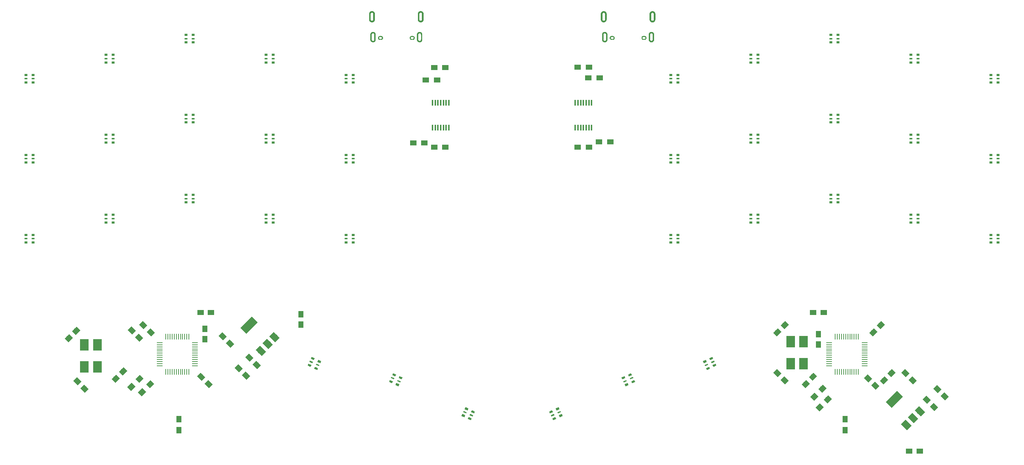
<source format=gbr>
G04 #@! TF.GenerationSoftware,KiCad,Pcbnew,(5.0.0)*
G04 #@! TF.CreationDate,2018-09-12T15:38:26+02:00*
G04 #@! TF.ProjectId,FNH35_rev1,464E4833355F726576312E6B69636164,rev?*
G04 #@! TF.SameCoordinates,Original*
G04 #@! TF.FileFunction,Paste,Top*
G04 #@! TF.FilePolarity,Positive*
%FSLAX46Y46*%
G04 Gerber Fmt 4.6, Leading zero omitted, Abs format (unit mm)*
G04 Created by KiCad (PCBNEW (5.0.0)) date 09/12/18 15:38:26*
%MOMM*%
%LPD*%
G01*
G04 APERTURE LIST*
%ADD10C,0.001000*%
%ADD11C,1.250000*%
%ADD12C,0.100000*%
%ADD13R,0.800000X0.500000*%
%ADD14R,0.800000X0.300000*%
%ADD15R,1.500000X1.300000*%
%ADD16R,1.300000X1.500000*%
%ADD17R,0.279400X1.473200*%
%ADD18R,1.473200X0.279400*%
%ADD19R,2.100000X2.700000*%
%ADD20R,0.450000X1.450000*%
%ADD21C,2.000000*%
%ADD22C,1.500000*%
%ADD23C,1.300000*%
%ADD24C,0.500000*%
%ADD25C,0.300000*%
%ADD26R,1.500000X1.250000*%
%ADD27R,1.250000X1.500000*%
G04 APERTURE END LIST*
D10*
G04 #@! TO.C,J102*
G36*
X-17599750Y-20931000D02*
X-17599750Y-21581000D01*
X-17599750Y-21590160D01*
X-17598790Y-21608470D01*
X-17596870Y-21626700D01*
X-17594010Y-21644800D01*
X-17590200Y-21662730D01*
X-17585450Y-21680440D01*
X-17579790Y-21697870D01*
X-17573220Y-21714980D01*
X-17565760Y-21731730D01*
X-17557440Y-21748060D01*
X-17548280Y-21763940D01*
X-17538290Y-21779310D01*
X-17527520Y-21794140D01*
X-17515980Y-21808380D01*
X-17503720Y-21822010D01*
X-17490760Y-21834970D01*
X-17477140Y-21847230D01*
X-17462890Y-21858770D01*
X-17448060Y-21869540D01*
X-17432690Y-21879530D01*
X-17416810Y-21888690D01*
X-17400480Y-21897010D01*
X-17383740Y-21904470D01*
X-17366620Y-21911040D01*
X-17349190Y-21916700D01*
X-17331490Y-21921450D01*
X-17313560Y-21925260D01*
X-17295450Y-21928120D01*
X-17277220Y-21930040D01*
X-17258920Y-21931000D01*
X-17249750Y-21931000D01*
X-17240590Y-21931000D01*
X-17222280Y-21930040D01*
X-17204050Y-21928120D01*
X-17185950Y-21925260D01*
X-17168020Y-21921450D01*
X-17150310Y-21916700D01*
X-17132880Y-21911040D01*
X-17115770Y-21904470D01*
X-17099020Y-21897010D01*
X-17082690Y-21888690D01*
X-17066810Y-21879530D01*
X-17051440Y-21869540D01*
X-17036610Y-21858770D01*
X-17022370Y-21847230D01*
X-17008740Y-21834970D01*
X-16995780Y-21822010D01*
X-16983520Y-21808390D01*
X-16971980Y-21794140D01*
X-16961210Y-21779310D01*
X-16951220Y-21763940D01*
X-16942060Y-21748060D01*
X-16933740Y-21731730D01*
X-16926280Y-21714990D01*
X-16919710Y-21697870D01*
X-16914050Y-21680440D01*
X-16909300Y-21662740D01*
X-16905490Y-21644810D01*
X-16902630Y-21626700D01*
X-16900710Y-21608470D01*
X-16899750Y-21590170D01*
X-16899750Y-21581000D01*
X-16899750Y-20931000D01*
X-16599750Y-20931000D01*
X-16599750Y-21581000D01*
X-16599750Y-21598020D01*
X-16601530Y-21632010D01*
X-16605090Y-21665870D01*
X-16610410Y-21699490D01*
X-16617490Y-21732790D01*
X-16626300Y-21765670D01*
X-16636820Y-21798050D01*
X-16649020Y-21829830D01*
X-16662870Y-21860920D01*
X-16678320Y-21891260D01*
X-16695340Y-21920740D01*
X-16713880Y-21949290D01*
X-16733890Y-21976830D01*
X-16755310Y-22003280D01*
X-16778090Y-22028580D01*
X-16802160Y-22052650D01*
X-16827460Y-22075430D01*
X-16853920Y-22096850D01*
X-16881460Y-22116860D01*
X-16910010Y-22135400D01*
X-16939490Y-22152420D01*
X-16969820Y-22167880D01*
X-17000920Y-22181730D01*
X-17032700Y-22193930D01*
X-17065070Y-22204450D01*
X-17097950Y-22213260D01*
X-17131250Y-22220330D01*
X-17164880Y-22225660D01*
X-17198730Y-22229220D01*
X-17232730Y-22231000D01*
X-17249750Y-22231000D01*
X-17266770Y-22231000D01*
X-17300760Y-22229220D01*
X-17334620Y-22225660D01*
X-17368240Y-22220340D01*
X-17401540Y-22213260D01*
X-17434420Y-22204450D01*
X-17466800Y-22193930D01*
X-17498580Y-22181730D01*
X-17529670Y-22167880D01*
X-17560010Y-22152430D01*
X-17589490Y-22135410D01*
X-17618040Y-22116870D01*
X-17645580Y-22096860D01*
X-17672030Y-22075440D01*
X-17697330Y-22052660D01*
X-17721400Y-22028590D01*
X-17744180Y-22003290D01*
X-17765600Y-21976830D01*
X-17785610Y-21949290D01*
X-17804150Y-21920740D01*
X-17821170Y-21891260D01*
X-17836630Y-21860930D01*
X-17850480Y-21829830D01*
X-17862680Y-21798050D01*
X-17873200Y-21765680D01*
X-17882010Y-21732800D01*
X-17889080Y-21699500D01*
X-17894410Y-21665870D01*
X-17897970Y-21632020D01*
X-17899750Y-21598020D01*
X-17899750Y-21581000D01*
X-17899750Y-20931000D01*
X-17599750Y-20931000D01*
G37*
X-17599750Y-20931000D02*
X-17599750Y-21581000D01*
X-17599750Y-21590160D01*
X-17598790Y-21608470D01*
X-17596870Y-21626700D01*
X-17594010Y-21644800D01*
X-17590200Y-21662730D01*
X-17585450Y-21680440D01*
X-17579790Y-21697870D01*
X-17573220Y-21714980D01*
X-17565760Y-21731730D01*
X-17557440Y-21748060D01*
X-17548280Y-21763940D01*
X-17538290Y-21779310D01*
X-17527520Y-21794140D01*
X-17515980Y-21808380D01*
X-17503720Y-21822010D01*
X-17490760Y-21834970D01*
X-17477140Y-21847230D01*
X-17462890Y-21858770D01*
X-17448060Y-21869540D01*
X-17432690Y-21879530D01*
X-17416810Y-21888690D01*
X-17400480Y-21897010D01*
X-17383740Y-21904470D01*
X-17366620Y-21911040D01*
X-17349190Y-21916700D01*
X-17331490Y-21921450D01*
X-17313560Y-21925260D01*
X-17295450Y-21928120D01*
X-17277220Y-21930040D01*
X-17258920Y-21931000D01*
X-17249750Y-21931000D01*
X-17240590Y-21931000D01*
X-17222280Y-21930040D01*
X-17204050Y-21928120D01*
X-17185950Y-21925260D01*
X-17168020Y-21921450D01*
X-17150310Y-21916700D01*
X-17132880Y-21911040D01*
X-17115770Y-21904470D01*
X-17099020Y-21897010D01*
X-17082690Y-21888690D01*
X-17066810Y-21879530D01*
X-17051440Y-21869540D01*
X-17036610Y-21858770D01*
X-17022370Y-21847230D01*
X-17008740Y-21834970D01*
X-16995780Y-21822010D01*
X-16983520Y-21808390D01*
X-16971980Y-21794140D01*
X-16961210Y-21779310D01*
X-16951220Y-21763940D01*
X-16942060Y-21748060D01*
X-16933740Y-21731730D01*
X-16926280Y-21714990D01*
X-16919710Y-21697870D01*
X-16914050Y-21680440D01*
X-16909300Y-21662740D01*
X-16905490Y-21644810D01*
X-16902630Y-21626700D01*
X-16900710Y-21608470D01*
X-16899750Y-21590170D01*
X-16899750Y-21581000D01*
X-16899750Y-20931000D01*
X-16599750Y-20931000D01*
X-16599750Y-21581000D01*
X-16599750Y-21598020D01*
X-16601530Y-21632010D01*
X-16605090Y-21665870D01*
X-16610410Y-21699490D01*
X-16617490Y-21732790D01*
X-16626300Y-21765670D01*
X-16636820Y-21798050D01*
X-16649020Y-21829830D01*
X-16662870Y-21860920D01*
X-16678320Y-21891260D01*
X-16695340Y-21920740D01*
X-16713880Y-21949290D01*
X-16733890Y-21976830D01*
X-16755310Y-22003280D01*
X-16778090Y-22028580D01*
X-16802160Y-22052650D01*
X-16827460Y-22075430D01*
X-16853920Y-22096850D01*
X-16881460Y-22116860D01*
X-16910010Y-22135400D01*
X-16939490Y-22152420D01*
X-16969820Y-22167880D01*
X-17000920Y-22181730D01*
X-17032700Y-22193930D01*
X-17065070Y-22204450D01*
X-17097950Y-22213260D01*
X-17131250Y-22220330D01*
X-17164880Y-22225660D01*
X-17198730Y-22229220D01*
X-17232730Y-22231000D01*
X-17249750Y-22231000D01*
X-17266770Y-22231000D01*
X-17300760Y-22229220D01*
X-17334620Y-22225660D01*
X-17368240Y-22220340D01*
X-17401540Y-22213260D01*
X-17434420Y-22204450D01*
X-17466800Y-22193930D01*
X-17498580Y-22181730D01*
X-17529670Y-22167880D01*
X-17560010Y-22152430D01*
X-17589490Y-22135410D01*
X-17618040Y-22116870D01*
X-17645580Y-22096860D01*
X-17672030Y-22075440D01*
X-17697330Y-22052660D01*
X-17721400Y-22028590D01*
X-17744180Y-22003290D01*
X-17765600Y-21976830D01*
X-17785610Y-21949290D01*
X-17804150Y-21920740D01*
X-17821170Y-21891260D01*
X-17836630Y-21860930D01*
X-17850480Y-21829830D01*
X-17862680Y-21798050D01*
X-17873200Y-21765680D01*
X-17882010Y-21732800D01*
X-17889080Y-21699500D01*
X-17894410Y-21665870D01*
X-17897970Y-21632020D01*
X-17899750Y-21598020D01*
X-17899750Y-21581000D01*
X-17899750Y-20931000D01*
X-17599750Y-20931000D01*
G36*
X-16899750Y-20931000D02*
X-16899750Y-20281000D01*
X-16899750Y-20271840D01*
X-16900710Y-20253530D01*
X-16902630Y-20235300D01*
X-16905490Y-20217200D01*
X-16909300Y-20199270D01*
X-16914050Y-20181560D01*
X-16919710Y-20164130D01*
X-16926280Y-20147020D01*
X-16933740Y-20130270D01*
X-16942060Y-20113940D01*
X-16951220Y-20098060D01*
X-16961210Y-20082690D01*
X-16971980Y-20067860D01*
X-16983520Y-20053620D01*
X-16995780Y-20039990D01*
X-17008740Y-20027030D01*
X-17022360Y-20014770D01*
X-17036610Y-20003230D01*
X-17051440Y-19992460D01*
X-17066810Y-19982470D01*
X-17082690Y-19973310D01*
X-17099020Y-19964990D01*
X-17115760Y-19957530D01*
X-17132880Y-19950960D01*
X-17150310Y-19945300D01*
X-17168010Y-19940550D01*
X-17185940Y-19936740D01*
X-17204050Y-19933880D01*
X-17222280Y-19931960D01*
X-17240580Y-19931000D01*
X-17249750Y-19931000D01*
X-17258910Y-19931000D01*
X-17277220Y-19931960D01*
X-17295450Y-19933880D01*
X-17313550Y-19936740D01*
X-17331480Y-19940550D01*
X-17349190Y-19945300D01*
X-17366620Y-19950960D01*
X-17383730Y-19957530D01*
X-17400480Y-19964990D01*
X-17416810Y-19973310D01*
X-17432690Y-19982470D01*
X-17448060Y-19992460D01*
X-17462890Y-20003230D01*
X-17477130Y-20014770D01*
X-17490760Y-20027030D01*
X-17503720Y-20039990D01*
X-17515980Y-20053610D01*
X-17527520Y-20067860D01*
X-17538290Y-20082690D01*
X-17548280Y-20098060D01*
X-17557440Y-20113940D01*
X-17565760Y-20130270D01*
X-17573220Y-20147010D01*
X-17579790Y-20164130D01*
X-17585450Y-20181560D01*
X-17590200Y-20199260D01*
X-17594010Y-20217190D01*
X-17596870Y-20235300D01*
X-17598790Y-20253530D01*
X-17599750Y-20271830D01*
X-17599750Y-20281000D01*
X-17599750Y-20931000D01*
X-17899750Y-20931000D01*
X-17899750Y-20281000D01*
X-17899750Y-20263980D01*
X-17897970Y-20229990D01*
X-17894410Y-20196130D01*
X-17889090Y-20162510D01*
X-17882010Y-20129210D01*
X-17873200Y-20096330D01*
X-17862680Y-20063950D01*
X-17850480Y-20032170D01*
X-17836630Y-20001080D01*
X-17821180Y-19970740D01*
X-17804160Y-19941260D01*
X-17785620Y-19912710D01*
X-17765610Y-19885170D01*
X-17744190Y-19858720D01*
X-17721410Y-19833420D01*
X-17697340Y-19809350D01*
X-17672040Y-19786570D01*
X-17645580Y-19765150D01*
X-17618040Y-19745140D01*
X-17589490Y-19726600D01*
X-17560010Y-19709580D01*
X-17529680Y-19694120D01*
X-17498580Y-19680270D01*
X-17466800Y-19668070D01*
X-17434430Y-19657550D01*
X-17401550Y-19648740D01*
X-17368250Y-19641670D01*
X-17334620Y-19636340D01*
X-17300770Y-19632780D01*
X-17266770Y-19631000D01*
X-17249750Y-19631000D01*
X-17232730Y-19631000D01*
X-17198740Y-19632780D01*
X-17164880Y-19636340D01*
X-17131260Y-19641660D01*
X-17097960Y-19648740D01*
X-17065080Y-19657550D01*
X-17032700Y-19668070D01*
X-17000920Y-19680270D01*
X-16969830Y-19694120D01*
X-16939490Y-19709570D01*
X-16910010Y-19726590D01*
X-16881460Y-19745130D01*
X-16853920Y-19765140D01*
X-16827470Y-19786560D01*
X-16802170Y-19809340D01*
X-16778100Y-19833410D01*
X-16755320Y-19858710D01*
X-16733900Y-19885170D01*
X-16713890Y-19912710D01*
X-16695350Y-19941260D01*
X-16678330Y-19970740D01*
X-16662870Y-20001070D01*
X-16649020Y-20032170D01*
X-16636820Y-20063950D01*
X-16626300Y-20096320D01*
X-16617490Y-20129200D01*
X-16610420Y-20162500D01*
X-16605090Y-20196130D01*
X-16601530Y-20229980D01*
X-16599750Y-20263980D01*
X-16599750Y-20281000D01*
X-16599750Y-20931000D01*
X-16899750Y-20931000D01*
G37*
X-16899750Y-20931000D02*
X-16899750Y-20281000D01*
X-16899750Y-20271840D01*
X-16900710Y-20253530D01*
X-16902630Y-20235300D01*
X-16905490Y-20217200D01*
X-16909300Y-20199270D01*
X-16914050Y-20181560D01*
X-16919710Y-20164130D01*
X-16926280Y-20147020D01*
X-16933740Y-20130270D01*
X-16942060Y-20113940D01*
X-16951220Y-20098060D01*
X-16961210Y-20082690D01*
X-16971980Y-20067860D01*
X-16983520Y-20053620D01*
X-16995780Y-20039990D01*
X-17008740Y-20027030D01*
X-17022360Y-20014770D01*
X-17036610Y-20003230D01*
X-17051440Y-19992460D01*
X-17066810Y-19982470D01*
X-17082690Y-19973310D01*
X-17099020Y-19964990D01*
X-17115760Y-19957530D01*
X-17132880Y-19950960D01*
X-17150310Y-19945300D01*
X-17168010Y-19940550D01*
X-17185940Y-19936740D01*
X-17204050Y-19933880D01*
X-17222280Y-19931960D01*
X-17240580Y-19931000D01*
X-17249750Y-19931000D01*
X-17258910Y-19931000D01*
X-17277220Y-19931960D01*
X-17295450Y-19933880D01*
X-17313550Y-19936740D01*
X-17331480Y-19940550D01*
X-17349190Y-19945300D01*
X-17366620Y-19950960D01*
X-17383730Y-19957530D01*
X-17400480Y-19964990D01*
X-17416810Y-19973310D01*
X-17432690Y-19982470D01*
X-17448060Y-19992460D01*
X-17462890Y-20003230D01*
X-17477130Y-20014770D01*
X-17490760Y-20027030D01*
X-17503720Y-20039990D01*
X-17515980Y-20053610D01*
X-17527520Y-20067860D01*
X-17538290Y-20082690D01*
X-17548280Y-20098060D01*
X-17557440Y-20113940D01*
X-17565760Y-20130270D01*
X-17573220Y-20147010D01*
X-17579790Y-20164130D01*
X-17585450Y-20181560D01*
X-17590200Y-20199260D01*
X-17594010Y-20217190D01*
X-17596870Y-20235300D01*
X-17598790Y-20253530D01*
X-17599750Y-20271830D01*
X-17599750Y-20281000D01*
X-17599750Y-20931000D01*
X-17899750Y-20931000D01*
X-17899750Y-20281000D01*
X-17899750Y-20263980D01*
X-17897970Y-20229990D01*
X-17894410Y-20196130D01*
X-17889090Y-20162510D01*
X-17882010Y-20129210D01*
X-17873200Y-20096330D01*
X-17862680Y-20063950D01*
X-17850480Y-20032170D01*
X-17836630Y-20001080D01*
X-17821180Y-19970740D01*
X-17804160Y-19941260D01*
X-17785620Y-19912710D01*
X-17765610Y-19885170D01*
X-17744190Y-19858720D01*
X-17721410Y-19833420D01*
X-17697340Y-19809350D01*
X-17672040Y-19786570D01*
X-17645580Y-19765150D01*
X-17618040Y-19745140D01*
X-17589490Y-19726600D01*
X-17560010Y-19709580D01*
X-17529680Y-19694120D01*
X-17498580Y-19680270D01*
X-17466800Y-19668070D01*
X-17434430Y-19657550D01*
X-17401550Y-19648740D01*
X-17368250Y-19641670D01*
X-17334620Y-19636340D01*
X-17300770Y-19632780D01*
X-17266770Y-19631000D01*
X-17249750Y-19631000D01*
X-17232730Y-19631000D01*
X-17198740Y-19632780D01*
X-17164880Y-19636340D01*
X-17131260Y-19641660D01*
X-17097960Y-19648740D01*
X-17065080Y-19657550D01*
X-17032700Y-19668070D01*
X-17000920Y-19680270D01*
X-16969830Y-19694120D01*
X-16939490Y-19709570D01*
X-16910010Y-19726590D01*
X-16881460Y-19745130D01*
X-16853920Y-19765140D01*
X-16827470Y-19786560D01*
X-16802170Y-19809340D01*
X-16778100Y-19833410D01*
X-16755320Y-19858710D01*
X-16733900Y-19885170D01*
X-16713890Y-19912710D01*
X-16695350Y-19941260D01*
X-16678330Y-19970740D01*
X-16662870Y-20001070D01*
X-16649020Y-20032170D01*
X-16636820Y-20063950D01*
X-16626300Y-20096320D01*
X-16617490Y-20129200D01*
X-16610420Y-20162500D01*
X-16605090Y-20196130D01*
X-16601530Y-20229980D01*
X-16599750Y-20263980D01*
X-16599750Y-20281000D01*
X-16599750Y-20931000D01*
X-16899750Y-20931000D01*
G36*
X-17599750Y-20931000D02*
X-17599750Y-21581000D01*
X-17599750Y-21590160D01*
X-17598790Y-21608470D01*
X-17596870Y-21626700D01*
X-17594010Y-21644800D01*
X-17590200Y-21662730D01*
X-17585450Y-21680440D01*
X-17579790Y-21697870D01*
X-17573220Y-21714980D01*
X-17565760Y-21731730D01*
X-17557440Y-21748060D01*
X-17548280Y-21763940D01*
X-17538290Y-21779310D01*
X-17527520Y-21794140D01*
X-17515980Y-21808380D01*
X-17503720Y-21822010D01*
X-17490760Y-21834970D01*
X-17477140Y-21847230D01*
X-17462890Y-21858770D01*
X-17448060Y-21869540D01*
X-17432690Y-21879530D01*
X-17416810Y-21888690D01*
X-17400480Y-21897010D01*
X-17383740Y-21904470D01*
X-17366620Y-21911040D01*
X-17349190Y-21916700D01*
X-17331490Y-21921450D01*
X-17313560Y-21925260D01*
X-17295450Y-21928120D01*
X-17277220Y-21930040D01*
X-17258920Y-21931000D01*
X-17249750Y-21931000D01*
X-17240590Y-21931000D01*
X-17222280Y-21930040D01*
X-17204050Y-21928120D01*
X-17185950Y-21925260D01*
X-17168020Y-21921450D01*
X-17150310Y-21916700D01*
X-17132880Y-21911040D01*
X-17115770Y-21904470D01*
X-17099020Y-21897010D01*
X-17082690Y-21888690D01*
X-17066810Y-21879530D01*
X-17051440Y-21869540D01*
X-17036610Y-21858770D01*
X-17022370Y-21847230D01*
X-17008740Y-21834970D01*
X-16995780Y-21822010D01*
X-16983520Y-21808390D01*
X-16971980Y-21794140D01*
X-16961210Y-21779310D01*
X-16951220Y-21763940D01*
X-16942060Y-21748060D01*
X-16933740Y-21731730D01*
X-16926280Y-21714990D01*
X-16919710Y-21697870D01*
X-16914050Y-21680440D01*
X-16909300Y-21662740D01*
X-16905490Y-21644810D01*
X-16902630Y-21626700D01*
X-16900710Y-21608470D01*
X-16899750Y-21590170D01*
X-16899750Y-21581000D01*
X-16899750Y-20931000D01*
X-16599750Y-20931000D01*
X-16599750Y-21581000D01*
X-16599750Y-21598020D01*
X-16601530Y-21632010D01*
X-16605090Y-21665870D01*
X-16610410Y-21699490D01*
X-16617490Y-21732790D01*
X-16626300Y-21765670D01*
X-16636820Y-21798050D01*
X-16649020Y-21829830D01*
X-16662870Y-21860920D01*
X-16678320Y-21891260D01*
X-16695340Y-21920740D01*
X-16713880Y-21949290D01*
X-16733890Y-21976830D01*
X-16755310Y-22003280D01*
X-16778090Y-22028580D01*
X-16802160Y-22052650D01*
X-16827460Y-22075430D01*
X-16853920Y-22096850D01*
X-16881460Y-22116860D01*
X-16910010Y-22135400D01*
X-16939490Y-22152420D01*
X-16969820Y-22167880D01*
X-17000920Y-22181730D01*
X-17032700Y-22193930D01*
X-17065070Y-22204450D01*
X-17097950Y-22213260D01*
X-17131250Y-22220330D01*
X-17164880Y-22225660D01*
X-17198730Y-22229220D01*
X-17232730Y-22231000D01*
X-17249750Y-22231000D01*
X-17266770Y-22231000D01*
X-17300760Y-22229220D01*
X-17334620Y-22225660D01*
X-17368240Y-22220340D01*
X-17401540Y-22213260D01*
X-17434420Y-22204450D01*
X-17466800Y-22193930D01*
X-17498580Y-22181730D01*
X-17529670Y-22167880D01*
X-17560010Y-22152430D01*
X-17589490Y-22135410D01*
X-17618040Y-22116870D01*
X-17645580Y-22096860D01*
X-17672030Y-22075440D01*
X-17697330Y-22052660D01*
X-17721400Y-22028590D01*
X-17744180Y-22003290D01*
X-17765600Y-21976830D01*
X-17785610Y-21949290D01*
X-17804150Y-21920740D01*
X-17821170Y-21891260D01*
X-17836630Y-21860930D01*
X-17850480Y-21829830D01*
X-17862680Y-21798050D01*
X-17873200Y-21765680D01*
X-17882010Y-21732800D01*
X-17889080Y-21699500D01*
X-17894410Y-21665870D01*
X-17897970Y-21632020D01*
X-17899750Y-21598020D01*
X-17899750Y-21581000D01*
X-17899750Y-20931000D01*
X-17599750Y-20931000D01*
G37*
X-17599750Y-20931000D02*
X-17599750Y-21581000D01*
X-17599750Y-21590160D01*
X-17598790Y-21608470D01*
X-17596870Y-21626700D01*
X-17594010Y-21644800D01*
X-17590200Y-21662730D01*
X-17585450Y-21680440D01*
X-17579790Y-21697870D01*
X-17573220Y-21714980D01*
X-17565760Y-21731730D01*
X-17557440Y-21748060D01*
X-17548280Y-21763940D01*
X-17538290Y-21779310D01*
X-17527520Y-21794140D01*
X-17515980Y-21808380D01*
X-17503720Y-21822010D01*
X-17490760Y-21834970D01*
X-17477140Y-21847230D01*
X-17462890Y-21858770D01*
X-17448060Y-21869540D01*
X-17432690Y-21879530D01*
X-17416810Y-21888690D01*
X-17400480Y-21897010D01*
X-17383740Y-21904470D01*
X-17366620Y-21911040D01*
X-17349190Y-21916700D01*
X-17331490Y-21921450D01*
X-17313560Y-21925260D01*
X-17295450Y-21928120D01*
X-17277220Y-21930040D01*
X-17258920Y-21931000D01*
X-17249750Y-21931000D01*
X-17240590Y-21931000D01*
X-17222280Y-21930040D01*
X-17204050Y-21928120D01*
X-17185950Y-21925260D01*
X-17168020Y-21921450D01*
X-17150310Y-21916700D01*
X-17132880Y-21911040D01*
X-17115770Y-21904470D01*
X-17099020Y-21897010D01*
X-17082690Y-21888690D01*
X-17066810Y-21879530D01*
X-17051440Y-21869540D01*
X-17036610Y-21858770D01*
X-17022370Y-21847230D01*
X-17008740Y-21834970D01*
X-16995780Y-21822010D01*
X-16983520Y-21808390D01*
X-16971980Y-21794140D01*
X-16961210Y-21779310D01*
X-16951220Y-21763940D01*
X-16942060Y-21748060D01*
X-16933740Y-21731730D01*
X-16926280Y-21714990D01*
X-16919710Y-21697870D01*
X-16914050Y-21680440D01*
X-16909300Y-21662740D01*
X-16905490Y-21644810D01*
X-16902630Y-21626700D01*
X-16900710Y-21608470D01*
X-16899750Y-21590170D01*
X-16899750Y-21581000D01*
X-16899750Y-20931000D01*
X-16599750Y-20931000D01*
X-16599750Y-21581000D01*
X-16599750Y-21598020D01*
X-16601530Y-21632010D01*
X-16605090Y-21665870D01*
X-16610410Y-21699490D01*
X-16617490Y-21732790D01*
X-16626300Y-21765670D01*
X-16636820Y-21798050D01*
X-16649020Y-21829830D01*
X-16662870Y-21860920D01*
X-16678320Y-21891260D01*
X-16695340Y-21920740D01*
X-16713880Y-21949290D01*
X-16733890Y-21976830D01*
X-16755310Y-22003280D01*
X-16778090Y-22028580D01*
X-16802160Y-22052650D01*
X-16827460Y-22075430D01*
X-16853920Y-22096850D01*
X-16881460Y-22116860D01*
X-16910010Y-22135400D01*
X-16939490Y-22152420D01*
X-16969820Y-22167880D01*
X-17000920Y-22181730D01*
X-17032700Y-22193930D01*
X-17065070Y-22204450D01*
X-17097950Y-22213260D01*
X-17131250Y-22220330D01*
X-17164880Y-22225660D01*
X-17198730Y-22229220D01*
X-17232730Y-22231000D01*
X-17249750Y-22231000D01*
X-17266770Y-22231000D01*
X-17300760Y-22229220D01*
X-17334620Y-22225660D01*
X-17368240Y-22220340D01*
X-17401540Y-22213260D01*
X-17434420Y-22204450D01*
X-17466800Y-22193930D01*
X-17498580Y-22181730D01*
X-17529670Y-22167880D01*
X-17560010Y-22152430D01*
X-17589490Y-22135410D01*
X-17618040Y-22116870D01*
X-17645580Y-22096860D01*
X-17672030Y-22075440D01*
X-17697330Y-22052660D01*
X-17721400Y-22028590D01*
X-17744180Y-22003290D01*
X-17765600Y-21976830D01*
X-17785610Y-21949290D01*
X-17804150Y-21920740D01*
X-17821170Y-21891260D01*
X-17836630Y-21860930D01*
X-17850480Y-21829830D01*
X-17862680Y-21798050D01*
X-17873200Y-21765680D01*
X-17882010Y-21732800D01*
X-17889080Y-21699500D01*
X-17894410Y-21665870D01*
X-17897970Y-21632020D01*
X-17899750Y-21598020D01*
X-17899750Y-21581000D01*
X-17899750Y-20931000D01*
X-17599750Y-20931000D01*
G36*
X-16899750Y-20931000D02*
X-16899750Y-20281000D01*
X-16899750Y-20271840D01*
X-16900710Y-20253530D01*
X-16902630Y-20235300D01*
X-16905490Y-20217200D01*
X-16909300Y-20199270D01*
X-16914050Y-20181560D01*
X-16919710Y-20164130D01*
X-16926280Y-20147020D01*
X-16933740Y-20130270D01*
X-16942060Y-20113940D01*
X-16951220Y-20098060D01*
X-16961210Y-20082690D01*
X-16971980Y-20067860D01*
X-16983520Y-20053620D01*
X-16995780Y-20039990D01*
X-17008740Y-20027030D01*
X-17022360Y-20014770D01*
X-17036610Y-20003230D01*
X-17051440Y-19992460D01*
X-17066810Y-19982470D01*
X-17082690Y-19973310D01*
X-17099020Y-19964990D01*
X-17115760Y-19957530D01*
X-17132880Y-19950960D01*
X-17150310Y-19945300D01*
X-17168010Y-19940550D01*
X-17185940Y-19936740D01*
X-17204050Y-19933880D01*
X-17222280Y-19931960D01*
X-17240580Y-19931000D01*
X-17249750Y-19931000D01*
X-17258910Y-19931000D01*
X-17277220Y-19931960D01*
X-17295450Y-19933880D01*
X-17313550Y-19936740D01*
X-17331480Y-19940550D01*
X-17349190Y-19945300D01*
X-17366620Y-19950960D01*
X-17383730Y-19957530D01*
X-17400480Y-19964990D01*
X-17416810Y-19973310D01*
X-17432690Y-19982470D01*
X-17448060Y-19992460D01*
X-17462890Y-20003230D01*
X-17477130Y-20014770D01*
X-17490760Y-20027030D01*
X-17503720Y-20039990D01*
X-17515980Y-20053610D01*
X-17527520Y-20067860D01*
X-17538290Y-20082690D01*
X-17548280Y-20098060D01*
X-17557440Y-20113940D01*
X-17565760Y-20130270D01*
X-17573220Y-20147010D01*
X-17579790Y-20164130D01*
X-17585450Y-20181560D01*
X-17590200Y-20199260D01*
X-17594010Y-20217190D01*
X-17596870Y-20235300D01*
X-17598790Y-20253530D01*
X-17599750Y-20271830D01*
X-17599750Y-20281000D01*
X-17599750Y-20931000D01*
X-17899750Y-20931000D01*
X-17899750Y-20281000D01*
X-17899750Y-20263980D01*
X-17897970Y-20229990D01*
X-17894410Y-20196130D01*
X-17889090Y-20162510D01*
X-17882010Y-20129210D01*
X-17873200Y-20096330D01*
X-17862680Y-20063950D01*
X-17850480Y-20032170D01*
X-17836630Y-20001080D01*
X-17821180Y-19970740D01*
X-17804160Y-19941260D01*
X-17785620Y-19912710D01*
X-17765610Y-19885170D01*
X-17744190Y-19858720D01*
X-17721410Y-19833420D01*
X-17697340Y-19809350D01*
X-17672040Y-19786570D01*
X-17645580Y-19765150D01*
X-17618040Y-19745140D01*
X-17589490Y-19726600D01*
X-17560010Y-19709580D01*
X-17529680Y-19694120D01*
X-17498580Y-19680270D01*
X-17466800Y-19668070D01*
X-17434430Y-19657550D01*
X-17401550Y-19648740D01*
X-17368250Y-19641670D01*
X-17334620Y-19636340D01*
X-17300770Y-19632780D01*
X-17266770Y-19631000D01*
X-17249750Y-19631000D01*
X-17232730Y-19631000D01*
X-17198740Y-19632780D01*
X-17164880Y-19636340D01*
X-17131260Y-19641660D01*
X-17097960Y-19648740D01*
X-17065080Y-19657550D01*
X-17032700Y-19668070D01*
X-17000920Y-19680270D01*
X-16969830Y-19694120D01*
X-16939490Y-19709570D01*
X-16910010Y-19726590D01*
X-16881460Y-19745130D01*
X-16853920Y-19765140D01*
X-16827470Y-19786560D01*
X-16802170Y-19809340D01*
X-16778100Y-19833410D01*
X-16755320Y-19858710D01*
X-16733900Y-19885170D01*
X-16713890Y-19912710D01*
X-16695350Y-19941260D01*
X-16678330Y-19970740D01*
X-16662870Y-20001070D01*
X-16649020Y-20032170D01*
X-16636820Y-20063950D01*
X-16626300Y-20096320D01*
X-16617490Y-20129200D01*
X-16610420Y-20162500D01*
X-16605090Y-20196130D01*
X-16601530Y-20229980D01*
X-16599750Y-20263980D01*
X-16599750Y-20281000D01*
X-16599750Y-20931000D01*
X-16899750Y-20931000D01*
G37*
X-16899750Y-20931000D02*
X-16899750Y-20281000D01*
X-16899750Y-20271840D01*
X-16900710Y-20253530D01*
X-16902630Y-20235300D01*
X-16905490Y-20217200D01*
X-16909300Y-20199270D01*
X-16914050Y-20181560D01*
X-16919710Y-20164130D01*
X-16926280Y-20147020D01*
X-16933740Y-20130270D01*
X-16942060Y-20113940D01*
X-16951220Y-20098060D01*
X-16961210Y-20082690D01*
X-16971980Y-20067860D01*
X-16983520Y-20053620D01*
X-16995780Y-20039990D01*
X-17008740Y-20027030D01*
X-17022360Y-20014770D01*
X-17036610Y-20003230D01*
X-17051440Y-19992460D01*
X-17066810Y-19982470D01*
X-17082690Y-19973310D01*
X-17099020Y-19964990D01*
X-17115760Y-19957530D01*
X-17132880Y-19950960D01*
X-17150310Y-19945300D01*
X-17168010Y-19940550D01*
X-17185940Y-19936740D01*
X-17204050Y-19933880D01*
X-17222280Y-19931960D01*
X-17240580Y-19931000D01*
X-17249750Y-19931000D01*
X-17258910Y-19931000D01*
X-17277220Y-19931960D01*
X-17295450Y-19933880D01*
X-17313550Y-19936740D01*
X-17331480Y-19940550D01*
X-17349190Y-19945300D01*
X-17366620Y-19950960D01*
X-17383730Y-19957530D01*
X-17400480Y-19964990D01*
X-17416810Y-19973310D01*
X-17432690Y-19982470D01*
X-17448060Y-19992460D01*
X-17462890Y-20003230D01*
X-17477130Y-20014770D01*
X-17490760Y-20027030D01*
X-17503720Y-20039990D01*
X-17515980Y-20053610D01*
X-17527520Y-20067860D01*
X-17538290Y-20082690D01*
X-17548280Y-20098060D01*
X-17557440Y-20113940D01*
X-17565760Y-20130270D01*
X-17573220Y-20147010D01*
X-17579790Y-20164130D01*
X-17585450Y-20181560D01*
X-17590200Y-20199260D01*
X-17594010Y-20217190D01*
X-17596870Y-20235300D01*
X-17598790Y-20253530D01*
X-17599750Y-20271830D01*
X-17599750Y-20281000D01*
X-17599750Y-20931000D01*
X-17899750Y-20931000D01*
X-17899750Y-20281000D01*
X-17899750Y-20263980D01*
X-17897970Y-20229990D01*
X-17894410Y-20196130D01*
X-17889090Y-20162510D01*
X-17882010Y-20129210D01*
X-17873200Y-20096330D01*
X-17862680Y-20063950D01*
X-17850480Y-20032170D01*
X-17836630Y-20001080D01*
X-17821180Y-19970740D01*
X-17804160Y-19941260D01*
X-17785620Y-19912710D01*
X-17765610Y-19885170D01*
X-17744190Y-19858720D01*
X-17721410Y-19833420D01*
X-17697340Y-19809350D01*
X-17672040Y-19786570D01*
X-17645580Y-19765150D01*
X-17618040Y-19745140D01*
X-17589490Y-19726600D01*
X-17560010Y-19709580D01*
X-17529680Y-19694120D01*
X-17498580Y-19680270D01*
X-17466800Y-19668070D01*
X-17434430Y-19657550D01*
X-17401550Y-19648740D01*
X-17368250Y-19641670D01*
X-17334620Y-19636340D01*
X-17300770Y-19632780D01*
X-17266770Y-19631000D01*
X-17249750Y-19631000D01*
X-17232730Y-19631000D01*
X-17198740Y-19632780D01*
X-17164880Y-19636340D01*
X-17131260Y-19641660D01*
X-17097960Y-19648740D01*
X-17065080Y-19657550D01*
X-17032700Y-19668070D01*
X-17000920Y-19680270D01*
X-16969830Y-19694120D01*
X-16939490Y-19709570D01*
X-16910010Y-19726590D01*
X-16881460Y-19745130D01*
X-16853920Y-19765140D01*
X-16827470Y-19786560D01*
X-16802170Y-19809340D01*
X-16778100Y-19833410D01*
X-16755320Y-19858710D01*
X-16733900Y-19885170D01*
X-16713890Y-19912710D01*
X-16695350Y-19941260D01*
X-16678330Y-19970740D01*
X-16662870Y-20001070D01*
X-16649020Y-20032170D01*
X-16636820Y-20063950D01*
X-16626300Y-20096320D01*
X-16617490Y-20129200D01*
X-16610420Y-20162500D01*
X-16605090Y-20196130D01*
X-16601530Y-20229980D01*
X-16599750Y-20263980D01*
X-16599750Y-20281000D01*
X-16599750Y-20931000D01*
X-16899750Y-20931000D01*
G36*
X-5999750Y-20931000D02*
X-5999750Y-21581000D01*
X-5999750Y-21590160D01*
X-5998790Y-21608470D01*
X-5996870Y-21626700D01*
X-5994010Y-21644800D01*
X-5990200Y-21662730D01*
X-5985450Y-21680440D01*
X-5979790Y-21697870D01*
X-5973220Y-21714980D01*
X-5965760Y-21731730D01*
X-5957440Y-21748060D01*
X-5948280Y-21763940D01*
X-5938290Y-21779310D01*
X-5927520Y-21794140D01*
X-5915980Y-21808380D01*
X-5903720Y-21822010D01*
X-5890760Y-21834970D01*
X-5877140Y-21847230D01*
X-5862890Y-21858770D01*
X-5848060Y-21869540D01*
X-5832690Y-21879530D01*
X-5816810Y-21888690D01*
X-5800480Y-21897010D01*
X-5783740Y-21904470D01*
X-5766620Y-21911040D01*
X-5749190Y-21916700D01*
X-5731490Y-21921450D01*
X-5713560Y-21925260D01*
X-5695450Y-21928120D01*
X-5677220Y-21930040D01*
X-5658920Y-21931000D01*
X-5649750Y-21931000D01*
X-5640590Y-21931000D01*
X-5622280Y-21930040D01*
X-5604050Y-21928120D01*
X-5585950Y-21925260D01*
X-5568020Y-21921450D01*
X-5550310Y-21916700D01*
X-5532880Y-21911040D01*
X-5515770Y-21904470D01*
X-5499020Y-21897010D01*
X-5482690Y-21888690D01*
X-5466810Y-21879530D01*
X-5451440Y-21869540D01*
X-5436610Y-21858770D01*
X-5422370Y-21847230D01*
X-5408740Y-21834970D01*
X-5395780Y-21822010D01*
X-5383520Y-21808390D01*
X-5371980Y-21794140D01*
X-5361210Y-21779310D01*
X-5351220Y-21763940D01*
X-5342060Y-21748060D01*
X-5333740Y-21731730D01*
X-5326280Y-21714990D01*
X-5319710Y-21697870D01*
X-5314050Y-21680440D01*
X-5309300Y-21662740D01*
X-5305490Y-21644810D01*
X-5302630Y-21626700D01*
X-5300710Y-21608470D01*
X-5299750Y-21590170D01*
X-5299750Y-21581000D01*
X-5299750Y-20931000D01*
X-4999750Y-20931000D01*
X-4999750Y-21581000D01*
X-4999750Y-21598020D01*
X-5001530Y-21632010D01*
X-5005090Y-21665870D01*
X-5010410Y-21699490D01*
X-5017490Y-21732790D01*
X-5026300Y-21765670D01*
X-5036820Y-21798050D01*
X-5049020Y-21829830D01*
X-5062870Y-21860920D01*
X-5078320Y-21891260D01*
X-5095340Y-21920740D01*
X-5113880Y-21949290D01*
X-5133890Y-21976830D01*
X-5155310Y-22003280D01*
X-5178090Y-22028580D01*
X-5202160Y-22052650D01*
X-5227460Y-22075430D01*
X-5253920Y-22096850D01*
X-5281460Y-22116860D01*
X-5310010Y-22135400D01*
X-5339490Y-22152420D01*
X-5369820Y-22167880D01*
X-5400920Y-22181730D01*
X-5432700Y-22193930D01*
X-5465070Y-22204450D01*
X-5497950Y-22213260D01*
X-5531250Y-22220330D01*
X-5564880Y-22225660D01*
X-5598730Y-22229220D01*
X-5632730Y-22231000D01*
X-5649750Y-22231000D01*
X-5666770Y-22231000D01*
X-5700760Y-22229220D01*
X-5734620Y-22225660D01*
X-5768240Y-22220340D01*
X-5801540Y-22213260D01*
X-5834420Y-22204450D01*
X-5866800Y-22193930D01*
X-5898580Y-22181730D01*
X-5929670Y-22167880D01*
X-5960010Y-22152430D01*
X-5989490Y-22135410D01*
X-6018040Y-22116870D01*
X-6045580Y-22096860D01*
X-6072030Y-22075440D01*
X-6097330Y-22052660D01*
X-6121400Y-22028590D01*
X-6144180Y-22003290D01*
X-6165600Y-21976830D01*
X-6185610Y-21949290D01*
X-6204150Y-21920740D01*
X-6221170Y-21891260D01*
X-6236630Y-21860930D01*
X-6250480Y-21829830D01*
X-6262680Y-21798050D01*
X-6273200Y-21765680D01*
X-6282010Y-21732800D01*
X-6289080Y-21699500D01*
X-6294410Y-21665870D01*
X-6297970Y-21632020D01*
X-6299750Y-21598020D01*
X-6299750Y-21581000D01*
X-6299750Y-20931000D01*
X-5999750Y-20931000D01*
G37*
X-5999750Y-20931000D02*
X-5999750Y-21581000D01*
X-5999750Y-21590160D01*
X-5998790Y-21608470D01*
X-5996870Y-21626700D01*
X-5994010Y-21644800D01*
X-5990200Y-21662730D01*
X-5985450Y-21680440D01*
X-5979790Y-21697870D01*
X-5973220Y-21714980D01*
X-5965760Y-21731730D01*
X-5957440Y-21748060D01*
X-5948280Y-21763940D01*
X-5938290Y-21779310D01*
X-5927520Y-21794140D01*
X-5915980Y-21808380D01*
X-5903720Y-21822010D01*
X-5890760Y-21834970D01*
X-5877140Y-21847230D01*
X-5862890Y-21858770D01*
X-5848060Y-21869540D01*
X-5832690Y-21879530D01*
X-5816810Y-21888690D01*
X-5800480Y-21897010D01*
X-5783740Y-21904470D01*
X-5766620Y-21911040D01*
X-5749190Y-21916700D01*
X-5731490Y-21921450D01*
X-5713560Y-21925260D01*
X-5695450Y-21928120D01*
X-5677220Y-21930040D01*
X-5658920Y-21931000D01*
X-5649750Y-21931000D01*
X-5640590Y-21931000D01*
X-5622280Y-21930040D01*
X-5604050Y-21928120D01*
X-5585950Y-21925260D01*
X-5568020Y-21921450D01*
X-5550310Y-21916700D01*
X-5532880Y-21911040D01*
X-5515770Y-21904470D01*
X-5499020Y-21897010D01*
X-5482690Y-21888690D01*
X-5466810Y-21879530D01*
X-5451440Y-21869540D01*
X-5436610Y-21858770D01*
X-5422370Y-21847230D01*
X-5408740Y-21834970D01*
X-5395780Y-21822010D01*
X-5383520Y-21808390D01*
X-5371980Y-21794140D01*
X-5361210Y-21779310D01*
X-5351220Y-21763940D01*
X-5342060Y-21748060D01*
X-5333740Y-21731730D01*
X-5326280Y-21714990D01*
X-5319710Y-21697870D01*
X-5314050Y-21680440D01*
X-5309300Y-21662740D01*
X-5305490Y-21644810D01*
X-5302630Y-21626700D01*
X-5300710Y-21608470D01*
X-5299750Y-21590170D01*
X-5299750Y-21581000D01*
X-5299750Y-20931000D01*
X-4999750Y-20931000D01*
X-4999750Y-21581000D01*
X-4999750Y-21598020D01*
X-5001530Y-21632010D01*
X-5005090Y-21665870D01*
X-5010410Y-21699490D01*
X-5017490Y-21732790D01*
X-5026300Y-21765670D01*
X-5036820Y-21798050D01*
X-5049020Y-21829830D01*
X-5062870Y-21860920D01*
X-5078320Y-21891260D01*
X-5095340Y-21920740D01*
X-5113880Y-21949290D01*
X-5133890Y-21976830D01*
X-5155310Y-22003280D01*
X-5178090Y-22028580D01*
X-5202160Y-22052650D01*
X-5227460Y-22075430D01*
X-5253920Y-22096850D01*
X-5281460Y-22116860D01*
X-5310010Y-22135400D01*
X-5339490Y-22152420D01*
X-5369820Y-22167880D01*
X-5400920Y-22181730D01*
X-5432700Y-22193930D01*
X-5465070Y-22204450D01*
X-5497950Y-22213260D01*
X-5531250Y-22220330D01*
X-5564880Y-22225660D01*
X-5598730Y-22229220D01*
X-5632730Y-22231000D01*
X-5649750Y-22231000D01*
X-5666770Y-22231000D01*
X-5700760Y-22229220D01*
X-5734620Y-22225660D01*
X-5768240Y-22220340D01*
X-5801540Y-22213260D01*
X-5834420Y-22204450D01*
X-5866800Y-22193930D01*
X-5898580Y-22181730D01*
X-5929670Y-22167880D01*
X-5960010Y-22152430D01*
X-5989490Y-22135410D01*
X-6018040Y-22116870D01*
X-6045580Y-22096860D01*
X-6072030Y-22075440D01*
X-6097330Y-22052660D01*
X-6121400Y-22028590D01*
X-6144180Y-22003290D01*
X-6165600Y-21976830D01*
X-6185610Y-21949290D01*
X-6204150Y-21920740D01*
X-6221170Y-21891260D01*
X-6236630Y-21860930D01*
X-6250480Y-21829830D01*
X-6262680Y-21798050D01*
X-6273200Y-21765680D01*
X-6282010Y-21732800D01*
X-6289080Y-21699500D01*
X-6294410Y-21665870D01*
X-6297970Y-21632020D01*
X-6299750Y-21598020D01*
X-6299750Y-21581000D01*
X-6299750Y-20931000D01*
X-5999750Y-20931000D01*
G36*
X-5299750Y-20931000D02*
X-5299750Y-20281000D01*
X-5299750Y-20271840D01*
X-5300710Y-20253530D01*
X-5302630Y-20235300D01*
X-5305490Y-20217200D01*
X-5309300Y-20199270D01*
X-5314050Y-20181560D01*
X-5319710Y-20164130D01*
X-5326280Y-20147020D01*
X-5333740Y-20130270D01*
X-5342060Y-20113940D01*
X-5351220Y-20098060D01*
X-5361210Y-20082690D01*
X-5371980Y-20067860D01*
X-5383520Y-20053620D01*
X-5395780Y-20039990D01*
X-5408740Y-20027030D01*
X-5422360Y-20014770D01*
X-5436610Y-20003230D01*
X-5451440Y-19992460D01*
X-5466810Y-19982470D01*
X-5482690Y-19973310D01*
X-5499020Y-19964990D01*
X-5515760Y-19957530D01*
X-5532880Y-19950960D01*
X-5550310Y-19945300D01*
X-5568010Y-19940550D01*
X-5585940Y-19936740D01*
X-5604050Y-19933880D01*
X-5622280Y-19931960D01*
X-5640580Y-19931000D01*
X-5649750Y-19931000D01*
X-5658910Y-19931000D01*
X-5677220Y-19931960D01*
X-5695450Y-19933880D01*
X-5713550Y-19936740D01*
X-5731480Y-19940550D01*
X-5749190Y-19945300D01*
X-5766620Y-19950960D01*
X-5783730Y-19957530D01*
X-5800480Y-19964990D01*
X-5816810Y-19973310D01*
X-5832690Y-19982470D01*
X-5848060Y-19992460D01*
X-5862890Y-20003230D01*
X-5877130Y-20014770D01*
X-5890760Y-20027030D01*
X-5903720Y-20039990D01*
X-5915980Y-20053610D01*
X-5927520Y-20067860D01*
X-5938290Y-20082690D01*
X-5948280Y-20098060D01*
X-5957440Y-20113940D01*
X-5965760Y-20130270D01*
X-5973220Y-20147010D01*
X-5979790Y-20164130D01*
X-5985450Y-20181560D01*
X-5990200Y-20199260D01*
X-5994010Y-20217190D01*
X-5996870Y-20235300D01*
X-5998790Y-20253530D01*
X-5999750Y-20271830D01*
X-5999750Y-20281000D01*
X-5999750Y-20931000D01*
X-6299750Y-20931000D01*
X-6299750Y-20281000D01*
X-6299750Y-20263980D01*
X-6297970Y-20229990D01*
X-6294410Y-20196130D01*
X-6289090Y-20162510D01*
X-6282010Y-20129210D01*
X-6273200Y-20096330D01*
X-6262680Y-20063950D01*
X-6250480Y-20032170D01*
X-6236630Y-20001080D01*
X-6221180Y-19970740D01*
X-6204160Y-19941260D01*
X-6185620Y-19912710D01*
X-6165610Y-19885170D01*
X-6144190Y-19858720D01*
X-6121410Y-19833420D01*
X-6097340Y-19809350D01*
X-6072040Y-19786570D01*
X-6045580Y-19765150D01*
X-6018040Y-19745140D01*
X-5989490Y-19726600D01*
X-5960010Y-19709580D01*
X-5929680Y-19694120D01*
X-5898580Y-19680270D01*
X-5866800Y-19668070D01*
X-5834430Y-19657550D01*
X-5801550Y-19648740D01*
X-5768250Y-19641670D01*
X-5734620Y-19636340D01*
X-5700770Y-19632780D01*
X-5666770Y-19631000D01*
X-5649750Y-19631000D01*
X-5632730Y-19631000D01*
X-5598740Y-19632780D01*
X-5564880Y-19636340D01*
X-5531260Y-19641660D01*
X-5497960Y-19648740D01*
X-5465080Y-19657550D01*
X-5432700Y-19668070D01*
X-5400920Y-19680270D01*
X-5369830Y-19694120D01*
X-5339490Y-19709570D01*
X-5310010Y-19726590D01*
X-5281460Y-19745130D01*
X-5253920Y-19765140D01*
X-5227470Y-19786560D01*
X-5202170Y-19809340D01*
X-5178100Y-19833410D01*
X-5155320Y-19858710D01*
X-5133900Y-19885170D01*
X-5113890Y-19912710D01*
X-5095350Y-19941260D01*
X-5078330Y-19970740D01*
X-5062870Y-20001070D01*
X-5049020Y-20032170D01*
X-5036820Y-20063950D01*
X-5026300Y-20096320D01*
X-5017490Y-20129200D01*
X-5010420Y-20162500D01*
X-5005090Y-20196130D01*
X-5001530Y-20229980D01*
X-4999750Y-20263980D01*
X-4999750Y-20281000D01*
X-4999750Y-20931000D01*
X-5299750Y-20931000D01*
G37*
X-5299750Y-20931000D02*
X-5299750Y-20281000D01*
X-5299750Y-20271840D01*
X-5300710Y-20253530D01*
X-5302630Y-20235300D01*
X-5305490Y-20217200D01*
X-5309300Y-20199270D01*
X-5314050Y-20181560D01*
X-5319710Y-20164130D01*
X-5326280Y-20147020D01*
X-5333740Y-20130270D01*
X-5342060Y-20113940D01*
X-5351220Y-20098060D01*
X-5361210Y-20082690D01*
X-5371980Y-20067860D01*
X-5383520Y-20053620D01*
X-5395780Y-20039990D01*
X-5408740Y-20027030D01*
X-5422360Y-20014770D01*
X-5436610Y-20003230D01*
X-5451440Y-19992460D01*
X-5466810Y-19982470D01*
X-5482690Y-19973310D01*
X-5499020Y-19964990D01*
X-5515760Y-19957530D01*
X-5532880Y-19950960D01*
X-5550310Y-19945300D01*
X-5568010Y-19940550D01*
X-5585940Y-19936740D01*
X-5604050Y-19933880D01*
X-5622280Y-19931960D01*
X-5640580Y-19931000D01*
X-5649750Y-19931000D01*
X-5658910Y-19931000D01*
X-5677220Y-19931960D01*
X-5695450Y-19933880D01*
X-5713550Y-19936740D01*
X-5731480Y-19940550D01*
X-5749190Y-19945300D01*
X-5766620Y-19950960D01*
X-5783730Y-19957530D01*
X-5800480Y-19964990D01*
X-5816810Y-19973310D01*
X-5832690Y-19982470D01*
X-5848060Y-19992460D01*
X-5862890Y-20003230D01*
X-5877130Y-20014770D01*
X-5890760Y-20027030D01*
X-5903720Y-20039990D01*
X-5915980Y-20053610D01*
X-5927520Y-20067860D01*
X-5938290Y-20082690D01*
X-5948280Y-20098060D01*
X-5957440Y-20113940D01*
X-5965760Y-20130270D01*
X-5973220Y-20147010D01*
X-5979790Y-20164130D01*
X-5985450Y-20181560D01*
X-5990200Y-20199260D01*
X-5994010Y-20217190D01*
X-5996870Y-20235300D01*
X-5998790Y-20253530D01*
X-5999750Y-20271830D01*
X-5999750Y-20281000D01*
X-5999750Y-20931000D01*
X-6299750Y-20931000D01*
X-6299750Y-20281000D01*
X-6299750Y-20263980D01*
X-6297970Y-20229990D01*
X-6294410Y-20196130D01*
X-6289090Y-20162510D01*
X-6282010Y-20129210D01*
X-6273200Y-20096330D01*
X-6262680Y-20063950D01*
X-6250480Y-20032170D01*
X-6236630Y-20001080D01*
X-6221180Y-19970740D01*
X-6204160Y-19941260D01*
X-6185620Y-19912710D01*
X-6165610Y-19885170D01*
X-6144190Y-19858720D01*
X-6121410Y-19833420D01*
X-6097340Y-19809350D01*
X-6072040Y-19786570D01*
X-6045580Y-19765150D01*
X-6018040Y-19745140D01*
X-5989490Y-19726600D01*
X-5960010Y-19709580D01*
X-5929680Y-19694120D01*
X-5898580Y-19680270D01*
X-5866800Y-19668070D01*
X-5834430Y-19657550D01*
X-5801550Y-19648740D01*
X-5768250Y-19641670D01*
X-5734620Y-19636340D01*
X-5700770Y-19632780D01*
X-5666770Y-19631000D01*
X-5649750Y-19631000D01*
X-5632730Y-19631000D01*
X-5598740Y-19632780D01*
X-5564880Y-19636340D01*
X-5531260Y-19641660D01*
X-5497960Y-19648740D01*
X-5465080Y-19657550D01*
X-5432700Y-19668070D01*
X-5400920Y-19680270D01*
X-5369830Y-19694120D01*
X-5339490Y-19709570D01*
X-5310010Y-19726590D01*
X-5281460Y-19745130D01*
X-5253920Y-19765140D01*
X-5227470Y-19786560D01*
X-5202170Y-19809340D01*
X-5178100Y-19833410D01*
X-5155320Y-19858710D01*
X-5133900Y-19885170D01*
X-5113890Y-19912710D01*
X-5095350Y-19941260D01*
X-5078330Y-19970740D01*
X-5062870Y-20001070D01*
X-5049020Y-20032170D01*
X-5036820Y-20063950D01*
X-5026300Y-20096320D01*
X-5017490Y-20129200D01*
X-5010420Y-20162500D01*
X-5005090Y-20196130D01*
X-5001530Y-20229980D01*
X-4999750Y-20263980D01*
X-4999750Y-20281000D01*
X-4999750Y-20931000D01*
X-5299750Y-20931000D01*
G36*
X-5999750Y-20931000D02*
X-5999750Y-21581000D01*
X-5999750Y-21590160D01*
X-5998790Y-21608470D01*
X-5996870Y-21626700D01*
X-5994010Y-21644800D01*
X-5990200Y-21662730D01*
X-5985450Y-21680440D01*
X-5979790Y-21697870D01*
X-5973220Y-21714980D01*
X-5965760Y-21731730D01*
X-5957440Y-21748060D01*
X-5948280Y-21763940D01*
X-5938290Y-21779310D01*
X-5927520Y-21794140D01*
X-5915980Y-21808380D01*
X-5903720Y-21822010D01*
X-5890760Y-21834970D01*
X-5877140Y-21847230D01*
X-5862890Y-21858770D01*
X-5848060Y-21869540D01*
X-5832690Y-21879530D01*
X-5816810Y-21888690D01*
X-5800480Y-21897010D01*
X-5783740Y-21904470D01*
X-5766620Y-21911040D01*
X-5749190Y-21916700D01*
X-5731490Y-21921450D01*
X-5713560Y-21925260D01*
X-5695450Y-21928120D01*
X-5677220Y-21930040D01*
X-5658920Y-21931000D01*
X-5649750Y-21931000D01*
X-5640590Y-21931000D01*
X-5622280Y-21930040D01*
X-5604050Y-21928120D01*
X-5585950Y-21925260D01*
X-5568020Y-21921450D01*
X-5550310Y-21916700D01*
X-5532880Y-21911040D01*
X-5515770Y-21904470D01*
X-5499020Y-21897010D01*
X-5482690Y-21888690D01*
X-5466810Y-21879530D01*
X-5451440Y-21869540D01*
X-5436610Y-21858770D01*
X-5422370Y-21847230D01*
X-5408740Y-21834970D01*
X-5395780Y-21822010D01*
X-5383520Y-21808390D01*
X-5371980Y-21794140D01*
X-5361210Y-21779310D01*
X-5351220Y-21763940D01*
X-5342060Y-21748060D01*
X-5333740Y-21731730D01*
X-5326280Y-21714990D01*
X-5319710Y-21697870D01*
X-5314050Y-21680440D01*
X-5309300Y-21662740D01*
X-5305490Y-21644810D01*
X-5302630Y-21626700D01*
X-5300710Y-21608470D01*
X-5299750Y-21590170D01*
X-5299750Y-21581000D01*
X-5299750Y-20931000D01*
X-4999750Y-20931000D01*
X-4999750Y-21581000D01*
X-4999750Y-21598020D01*
X-5001530Y-21632010D01*
X-5005090Y-21665870D01*
X-5010410Y-21699490D01*
X-5017490Y-21732790D01*
X-5026300Y-21765670D01*
X-5036820Y-21798050D01*
X-5049020Y-21829830D01*
X-5062870Y-21860920D01*
X-5078320Y-21891260D01*
X-5095340Y-21920740D01*
X-5113880Y-21949290D01*
X-5133890Y-21976830D01*
X-5155310Y-22003280D01*
X-5178090Y-22028580D01*
X-5202160Y-22052650D01*
X-5227460Y-22075430D01*
X-5253920Y-22096850D01*
X-5281460Y-22116860D01*
X-5310010Y-22135400D01*
X-5339490Y-22152420D01*
X-5369820Y-22167880D01*
X-5400920Y-22181730D01*
X-5432700Y-22193930D01*
X-5465070Y-22204450D01*
X-5497950Y-22213260D01*
X-5531250Y-22220330D01*
X-5564880Y-22225660D01*
X-5598730Y-22229220D01*
X-5632730Y-22231000D01*
X-5649750Y-22231000D01*
X-5666770Y-22231000D01*
X-5700760Y-22229220D01*
X-5734620Y-22225660D01*
X-5768240Y-22220340D01*
X-5801540Y-22213260D01*
X-5834420Y-22204450D01*
X-5866800Y-22193930D01*
X-5898580Y-22181730D01*
X-5929670Y-22167880D01*
X-5960010Y-22152430D01*
X-5989490Y-22135410D01*
X-6018040Y-22116870D01*
X-6045580Y-22096860D01*
X-6072030Y-22075440D01*
X-6097330Y-22052660D01*
X-6121400Y-22028590D01*
X-6144180Y-22003290D01*
X-6165600Y-21976830D01*
X-6185610Y-21949290D01*
X-6204150Y-21920740D01*
X-6221170Y-21891260D01*
X-6236630Y-21860930D01*
X-6250480Y-21829830D01*
X-6262680Y-21798050D01*
X-6273200Y-21765680D01*
X-6282010Y-21732800D01*
X-6289080Y-21699500D01*
X-6294410Y-21665870D01*
X-6297970Y-21632020D01*
X-6299750Y-21598020D01*
X-6299750Y-21581000D01*
X-6299750Y-20931000D01*
X-5999750Y-20931000D01*
G37*
X-5999750Y-20931000D02*
X-5999750Y-21581000D01*
X-5999750Y-21590160D01*
X-5998790Y-21608470D01*
X-5996870Y-21626700D01*
X-5994010Y-21644800D01*
X-5990200Y-21662730D01*
X-5985450Y-21680440D01*
X-5979790Y-21697870D01*
X-5973220Y-21714980D01*
X-5965760Y-21731730D01*
X-5957440Y-21748060D01*
X-5948280Y-21763940D01*
X-5938290Y-21779310D01*
X-5927520Y-21794140D01*
X-5915980Y-21808380D01*
X-5903720Y-21822010D01*
X-5890760Y-21834970D01*
X-5877140Y-21847230D01*
X-5862890Y-21858770D01*
X-5848060Y-21869540D01*
X-5832690Y-21879530D01*
X-5816810Y-21888690D01*
X-5800480Y-21897010D01*
X-5783740Y-21904470D01*
X-5766620Y-21911040D01*
X-5749190Y-21916700D01*
X-5731490Y-21921450D01*
X-5713560Y-21925260D01*
X-5695450Y-21928120D01*
X-5677220Y-21930040D01*
X-5658920Y-21931000D01*
X-5649750Y-21931000D01*
X-5640590Y-21931000D01*
X-5622280Y-21930040D01*
X-5604050Y-21928120D01*
X-5585950Y-21925260D01*
X-5568020Y-21921450D01*
X-5550310Y-21916700D01*
X-5532880Y-21911040D01*
X-5515770Y-21904470D01*
X-5499020Y-21897010D01*
X-5482690Y-21888690D01*
X-5466810Y-21879530D01*
X-5451440Y-21869540D01*
X-5436610Y-21858770D01*
X-5422370Y-21847230D01*
X-5408740Y-21834970D01*
X-5395780Y-21822010D01*
X-5383520Y-21808390D01*
X-5371980Y-21794140D01*
X-5361210Y-21779310D01*
X-5351220Y-21763940D01*
X-5342060Y-21748060D01*
X-5333740Y-21731730D01*
X-5326280Y-21714990D01*
X-5319710Y-21697870D01*
X-5314050Y-21680440D01*
X-5309300Y-21662740D01*
X-5305490Y-21644810D01*
X-5302630Y-21626700D01*
X-5300710Y-21608470D01*
X-5299750Y-21590170D01*
X-5299750Y-21581000D01*
X-5299750Y-20931000D01*
X-4999750Y-20931000D01*
X-4999750Y-21581000D01*
X-4999750Y-21598020D01*
X-5001530Y-21632010D01*
X-5005090Y-21665870D01*
X-5010410Y-21699490D01*
X-5017490Y-21732790D01*
X-5026300Y-21765670D01*
X-5036820Y-21798050D01*
X-5049020Y-21829830D01*
X-5062870Y-21860920D01*
X-5078320Y-21891260D01*
X-5095340Y-21920740D01*
X-5113880Y-21949290D01*
X-5133890Y-21976830D01*
X-5155310Y-22003280D01*
X-5178090Y-22028580D01*
X-5202160Y-22052650D01*
X-5227460Y-22075430D01*
X-5253920Y-22096850D01*
X-5281460Y-22116860D01*
X-5310010Y-22135400D01*
X-5339490Y-22152420D01*
X-5369820Y-22167880D01*
X-5400920Y-22181730D01*
X-5432700Y-22193930D01*
X-5465070Y-22204450D01*
X-5497950Y-22213260D01*
X-5531250Y-22220330D01*
X-5564880Y-22225660D01*
X-5598730Y-22229220D01*
X-5632730Y-22231000D01*
X-5649750Y-22231000D01*
X-5666770Y-22231000D01*
X-5700760Y-22229220D01*
X-5734620Y-22225660D01*
X-5768240Y-22220340D01*
X-5801540Y-22213260D01*
X-5834420Y-22204450D01*
X-5866800Y-22193930D01*
X-5898580Y-22181730D01*
X-5929670Y-22167880D01*
X-5960010Y-22152430D01*
X-5989490Y-22135410D01*
X-6018040Y-22116870D01*
X-6045580Y-22096860D01*
X-6072030Y-22075440D01*
X-6097330Y-22052660D01*
X-6121400Y-22028590D01*
X-6144180Y-22003290D01*
X-6165600Y-21976830D01*
X-6185610Y-21949290D01*
X-6204150Y-21920740D01*
X-6221170Y-21891260D01*
X-6236630Y-21860930D01*
X-6250480Y-21829830D01*
X-6262680Y-21798050D01*
X-6273200Y-21765680D01*
X-6282010Y-21732800D01*
X-6289080Y-21699500D01*
X-6294410Y-21665870D01*
X-6297970Y-21632020D01*
X-6299750Y-21598020D01*
X-6299750Y-21581000D01*
X-6299750Y-20931000D01*
X-5999750Y-20931000D01*
G36*
X-5299750Y-20931000D02*
X-5299750Y-20281000D01*
X-5299750Y-20271840D01*
X-5300710Y-20253530D01*
X-5302630Y-20235300D01*
X-5305490Y-20217200D01*
X-5309300Y-20199270D01*
X-5314050Y-20181560D01*
X-5319710Y-20164130D01*
X-5326280Y-20147020D01*
X-5333740Y-20130270D01*
X-5342060Y-20113940D01*
X-5351220Y-20098060D01*
X-5361210Y-20082690D01*
X-5371980Y-20067860D01*
X-5383520Y-20053620D01*
X-5395780Y-20039990D01*
X-5408740Y-20027030D01*
X-5422360Y-20014770D01*
X-5436610Y-20003230D01*
X-5451440Y-19992460D01*
X-5466810Y-19982470D01*
X-5482690Y-19973310D01*
X-5499020Y-19964990D01*
X-5515760Y-19957530D01*
X-5532880Y-19950960D01*
X-5550310Y-19945300D01*
X-5568010Y-19940550D01*
X-5585940Y-19936740D01*
X-5604050Y-19933880D01*
X-5622280Y-19931960D01*
X-5640580Y-19931000D01*
X-5649750Y-19931000D01*
X-5658910Y-19931000D01*
X-5677220Y-19931960D01*
X-5695450Y-19933880D01*
X-5713550Y-19936740D01*
X-5731480Y-19940550D01*
X-5749190Y-19945300D01*
X-5766620Y-19950960D01*
X-5783730Y-19957530D01*
X-5800480Y-19964990D01*
X-5816810Y-19973310D01*
X-5832690Y-19982470D01*
X-5848060Y-19992460D01*
X-5862890Y-20003230D01*
X-5877130Y-20014770D01*
X-5890760Y-20027030D01*
X-5903720Y-20039990D01*
X-5915980Y-20053610D01*
X-5927520Y-20067860D01*
X-5938290Y-20082690D01*
X-5948280Y-20098060D01*
X-5957440Y-20113940D01*
X-5965760Y-20130270D01*
X-5973220Y-20147010D01*
X-5979790Y-20164130D01*
X-5985450Y-20181560D01*
X-5990200Y-20199260D01*
X-5994010Y-20217190D01*
X-5996870Y-20235300D01*
X-5998790Y-20253530D01*
X-5999750Y-20271830D01*
X-5999750Y-20281000D01*
X-5999750Y-20931000D01*
X-6299750Y-20931000D01*
X-6299750Y-20281000D01*
X-6299750Y-20263980D01*
X-6297970Y-20229990D01*
X-6294410Y-20196130D01*
X-6289090Y-20162510D01*
X-6282010Y-20129210D01*
X-6273200Y-20096330D01*
X-6262680Y-20063950D01*
X-6250480Y-20032170D01*
X-6236630Y-20001080D01*
X-6221180Y-19970740D01*
X-6204160Y-19941260D01*
X-6185620Y-19912710D01*
X-6165610Y-19885170D01*
X-6144190Y-19858720D01*
X-6121410Y-19833420D01*
X-6097340Y-19809350D01*
X-6072040Y-19786570D01*
X-6045580Y-19765150D01*
X-6018040Y-19745140D01*
X-5989490Y-19726600D01*
X-5960010Y-19709580D01*
X-5929680Y-19694120D01*
X-5898580Y-19680270D01*
X-5866800Y-19668070D01*
X-5834430Y-19657550D01*
X-5801550Y-19648740D01*
X-5768250Y-19641670D01*
X-5734620Y-19636340D01*
X-5700770Y-19632780D01*
X-5666770Y-19631000D01*
X-5649750Y-19631000D01*
X-5632730Y-19631000D01*
X-5598740Y-19632780D01*
X-5564880Y-19636340D01*
X-5531260Y-19641660D01*
X-5497960Y-19648740D01*
X-5465080Y-19657550D01*
X-5432700Y-19668070D01*
X-5400920Y-19680270D01*
X-5369830Y-19694120D01*
X-5339490Y-19709570D01*
X-5310010Y-19726590D01*
X-5281460Y-19745130D01*
X-5253920Y-19765140D01*
X-5227470Y-19786560D01*
X-5202170Y-19809340D01*
X-5178100Y-19833410D01*
X-5155320Y-19858710D01*
X-5133900Y-19885170D01*
X-5113890Y-19912710D01*
X-5095350Y-19941260D01*
X-5078330Y-19970740D01*
X-5062870Y-20001070D01*
X-5049020Y-20032170D01*
X-5036820Y-20063950D01*
X-5026300Y-20096320D01*
X-5017490Y-20129200D01*
X-5010420Y-20162500D01*
X-5005090Y-20196130D01*
X-5001530Y-20229980D01*
X-4999750Y-20263980D01*
X-4999750Y-20281000D01*
X-4999750Y-20931000D01*
X-5299750Y-20931000D01*
G37*
X-5299750Y-20931000D02*
X-5299750Y-20281000D01*
X-5299750Y-20271840D01*
X-5300710Y-20253530D01*
X-5302630Y-20235300D01*
X-5305490Y-20217200D01*
X-5309300Y-20199270D01*
X-5314050Y-20181560D01*
X-5319710Y-20164130D01*
X-5326280Y-20147020D01*
X-5333740Y-20130270D01*
X-5342060Y-20113940D01*
X-5351220Y-20098060D01*
X-5361210Y-20082690D01*
X-5371980Y-20067860D01*
X-5383520Y-20053620D01*
X-5395780Y-20039990D01*
X-5408740Y-20027030D01*
X-5422360Y-20014770D01*
X-5436610Y-20003230D01*
X-5451440Y-19992460D01*
X-5466810Y-19982470D01*
X-5482690Y-19973310D01*
X-5499020Y-19964990D01*
X-5515760Y-19957530D01*
X-5532880Y-19950960D01*
X-5550310Y-19945300D01*
X-5568010Y-19940550D01*
X-5585940Y-19936740D01*
X-5604050Y-19933880D01*
X-5622280Y-19931960D01*
X-5640580Y-19931000D01*
X-5649750Y-19931000D01*
X-5658910Y-19931000D01*
X-5677220Y-19931960D01*
X-5695450Y-19933880D01*
X-5713550Y-19936740D01*
X-5731480Y-19940550D01*
X-5749190Y-19945300D01*
X-5766620Y-19950960D01*
X-5783730Y-19957530D01*
X-5800480Y-19964990D01*
X-5816810Y-19973310D01*
X-5832690Y-19982470D01*
X-5848060Y-19992460D01*
X-5862890Y-20003230D01*
X-5877130Y-20014770D01*
X-5890760Y-20027030D01*
X-5903720Y-20039990D01*
X-5915980Y-20053610D01*
X-5927520Y-20067860D01*
X-5938290Y-20082690D01*
X-5948280Y-20098060D01*
X-5957440Y-20113940D01*
X-5965760Y-20130270D01*
X-5973220Y-20147010D01*
X-5979790Y-20164130D01*
X-5985450Y-20181560D01*
X-5990200Y-20199260D01*
X-5994010Y-20217190D01*
X-5996870Y-20235300D01*
X-5998790Y-20253530D01*
X-5999750Y-20271830D01*
X-5999750Y-20281000D01*
X-5999750Y-20931000D01*
X-6299750Y-20931000D01*
X-6299750Y-20281000D01*
X-6299750Y-20263980D01*
X-6297970Y-20229990D01*
X-6294410Y-20196130D01*
X-6289090Y-20162510D01*
X-6282010Y-20129210D01*
X-6273200Y-20096330D01*
X-6262680Y-20063950D01*
X-6250480Y-20032170D01*
X-6236630Y-20001080D01*
X-6221180Y-19970740D01*
X-6204160Y-19941260D01*
X-6185620Y-19912710D01*
X-6165610Y-19885170D01*
X-6144190Y-19858720D01*
X-6121410Y-19833420D01*
X-6097340Y-19809350D01*
X-6072040Y-19786570D01*
X-6045580Y-19765150D01*
X-6018040Y-19745140D01*
X-5989490Y-19726600D01*
X-5960010Y-19709580D01*
X-5929680Y-19694120D01*
X-5898580Y-19680270D01*
X-5866800Y-19668070D01*
X-5834430Y-19657550D01*
X-5801550Y-19648740D01*
X-5768250Y-19641670D01*
X-5734620Y-19636340D01*
X-5700770Y-19632780D01*
X-5666770Y-19631000D01*
X-5649750Y-19631000D01*
X-5632730Y-19631000D01*
X-5598740Y-19632780D01*
X-5564880Y-19636340D01*
X-5531260Y-19641660D01*
X-5497960Y-19648740D01*
X-5465080Y-19657550D01*
X-5432700Y-19668070D01*
X-5400920Y-19680270D01*
X-5369830Y-19694120D01*
X-5339490Y-19709570D01*
X-5310010Y-19726590D01*
X-5281460Y-19745130D01*
X-5253920Y-19765140D01*
X-5227470Y-19786560D01*
X-5202170Y-19809340D01*
X-5178100Y-19833410D01*
X-5155320Y-19858710D01*
X-5133900Y-19885170D01*
X-5113890Y-19912710D01*
X-5095350Y-19941260D01*
X-5078330Y-19970740D01*
X-5062870Y-20001070D01*
X-5049020Y-20032170D01*
X-5036820Y-20063950D01*
X-5026300Y-20096320D01*
X-5017490Y-20129200D01*
X-5010420Y-20162500D01*
X-5005090Y-20196130D01*
X-5001530Y-20229980D01*
X-4999750Y-20263980D01*
X-4999750Y-20281000D01*
X-4999750Y-20931000D01*
X-5299750Y-20931000D01*
G36*
X-17349750Y-25781000D02*
X-17349750Y-26381000D01*
X-17349750Y-26390163D01*
X-17348790Y-26408468D01*
X-17346870Y-26426698D01*
X-17344010Y-26444802D01*
X-17340200Y-26462732D01*
X-17335450Y-26480437D01*
X-17329790Y-26497870D01*
X-17323220Y-26514983D01*
X-17315760Y-26531729D01*
X-17307440Y-26548061D01*
X-17298280Y-26563935D01*
X-17288290Y-26579308D01*
X-17277520Y-26594138D01*
X-17265980Y-26608383D01*
X-17253720Y-26622005D01*
X-17240760Y-26634967D01*
X-17227140Y-26647232D01*
X-17212890Y-26658768D01*
X-17198060Y-26669542D01*
X-17182690Y-26679525D01*
X-17166810Y-26688690D01*
X-17150480Y-26697012D01*
X-17133740Y-26704468D01*
X-17116620Y-26711037D01*
X-17099190Y-26716701D01*
X-17081490Y-26721446D01*
X-17063560Y-26725257D01*
X-17045450Y-26728124D01*
X-17027220Y-26730040D01*
X-17008920Y-26731000D01*
X-16999750Y-26731000D01*
X-16990590Y-26731000D01*
X-16972280Y-26730041D01*
X-16954050Y-26728125D01*
X-16935950Y-26725258D01*
X-16918020Y-26721447D01*
X-16900310Y-26716702D01*
X-16882880Y-26711038D01*
X-16865770Y-26704469D01*
X-16849020Y-26697014D01*
X-16832690Y-26688692D01*
X-16816810Y-26679527D01*
X-16801440Y-26669544D01*
X-16786610Y-26658770D01*
X-16772370Y-26647235D01*
X-16758740Y-26634969D01*
X-16745780Y-26622008D01*
X-16733520Y-26608386D01*
X-16721980Y-26594141D01*
X-16711210Y-26579312D01*
X-16701220Y-26563939D01*
X-16692060Y-26548065D01*
X-16683740Y-26531732D01*
X-16676280Y-26514987D01*
X-16669710Y-26497874D01*
X-16664050Y-26480441D01*
X-16659300Y-26462736D01*
X-16655490Y-26444806D01*
X-16652630Y-26426702D01*
X-16650710Y-26408472D01*
X-16649750Y-26390167D01*
X-16649750Y-26381000D01*
X-16649750Y-25781000D01*
X-16399750Y-25781000D01*
X-16399750Y-26381000D01*
X-16399750Y-26396708D01*
X-16401390Y-26428088D01*
X-16404680Y-26459339D01*
X-16409590Y-26490375D01*
X-16416130Y-26521112D01*
X-16424260Y-26551464D01*
X-16433970Y-26581349D01*
X-16445230Y-26610685D01*
X-16458010Y-26639392D01*
X-16472280Y-26667390D01*
X-16487990Y-26694603D01*
X-16505100Y-26720957D01*
X-16523570Y-26746379D01*
X-16543350Y-26770800D01*
X-16564370Y-26794150D01*
X-16586590Y-26816370D01*
X-16609940Y-26837400D01*
X-16634370Y-26857170D01*
X-16659790Y-26875640D01*
X-16686140Y-26892760D01*
X-16713350Y-26908470D01*
X-16741350Y-26922740D01*
X-16770060Y-26935520D01*
X-16799390Y-26946780D01*
X-16829280Y-26956490D01*
X-16859630Y-26964620D01*
X-16890370Y-26971150D01*
X-16921400Y-26976070D01*
X-16952650Y-26979360D01*
X-16984030Y-26981000D01*
X-16999750Y-26981000D01*
X-17015460Y-26981000D01*
X-17046840Y-26979360D01*
X-17078090Y-26976070D01*
X-17109130Y-26971160D01*
X-17139860Y-26964620D01*
X-17170210Y-26956490D01*
X-17200100Y-26946780D01*
X-17229440Y-26935520D01*
X-17258140Y-26922740D01*
X-17286140Y-26908470D01*
X-17313350Y-26892760D01*
X-17339710Y-26875650D01*
X-17365130Y-26857180D01*
X-17389550Y-26837400D01*
X-17412900Y-26816380D01*
X-17435120Y-26794160D01*
X-17456150Y-26770805D01*
X-17475920Y-26746385D01*
X-17494390Y-26720963D01*
X-17511510Y-26694610D01*
X-17527220Y-26667397D01*
X-17541490Y-26639398D01*
X-17554270Y-26610692D01*
X-17565530Y-26581356D01*
X-17575240Y-26551471D01*
X-17583370Y-26521119D01*
X-17589900Y-26490382D01*
X-17594820Y-26459346D01*
X-17598110Y-26428095D01*
X-17599750Y-26396715D01*
X-17599750Y-26381000D01*
X-17599750Y-25781000D01*
X-17349750Y-25781000D01*
G37*
X-17349750Y-25781000D02*
X-17349750Y-26381000D01*
X-17349750Y-26390163D01*
X-17348790Y-26408468D01*
X-17346870Y-26426698D01*
X-17344010Y-26444802D01*
X-17340200Y-26462732D01*
X-17335450Y-26480437D01*
X-17329790Y-26497870D01*
X-17323220Y-26514983D01*
X-17315760Y-26531729D01*
X-17307440Y-26548061D01*
X-17298280Y-26563935D01*
X-17288290Y-26579308D01*
X-17277520Y-26594138D01*
X-17265980Y-26608383D01*
X-17253720Y-26622005D01*
X-17240760Y-26634967D01*
X-17227140Y-26647232D01*
X-17212890Y-26658768D01*
X-17198060Y-26669542D01*
X-17182690Y-26679525D01*
X-17166810Y-26688690D01*
X-17150480Y-26697012D01*
X-17133740Y-26704468D01*
X-17116620Y-26711037D01*
X-17099190Y-26716701D01*
X-17081490Y-26721446D01*
X-17063560Y-26725257D01*
X-17045450Y-26728124D01*
X-17027220Y-26730040D01*
X-17008920Y-26731000D01*
X-16999750Y-26731000D01*
X-16990590Y-26731000D01*
X-16972280Y-26730041D01*
X-16954050Y-26728125D01*
X-16935950Y-26725258D01*
X-16918020Y-26721447D01*
X-16900310Y-26716702D01*
X-16882880Y-26711038D01*
X-16865770Y-26704469D01*
X-16849020Y-26697014D01*
X-16832690Y-26688692D01*
X-16816810Y-26679527D01*
X-16801440Y-26669544D01*
X-16786610Y-26658770D01*
X-16772370Y-26647235D01*
X-16758740Y-26634969D01*
X-16745780Y-26622008D01*
X-16733520Y-26608386D01*
X-16721980Y-26594141D01*
X-16711210Y-26579312D01*
X-16701220Y-26563939D01*
X-16692060Y-26548065D01*
X-16683740Y-26531732D01*
X-16676280Y-26514987D01*
X-16669710Y-26497874D01*
X-16664050Y-26480441D01*
X-16659300Y-26462736D01*
X-16655490Y-26444806D01*
X-16652630Y-26426702D01*
X-16650710Y-26408472D01*
X-16649750Y-26390167D01*
X-16649750Y-26381000D01*
X-16649750Y-25781000D01*
X-16399750Y-25781000D01*
X-16399750Y-26381000D01*
X-16399750Y-26396708D01*
X-16401390Y-26428088D01*
X-16404680Y-26459339D01*
X-16409590Y-26490375D01*
X-16416130Y-26521112D01*
X-16424260Y-26551464D01*
X-16433970Y-26581349D01*
X-16445230Y-26610685D01*
X-16458010Y-26639392D01*
X-16472280Y-26667390D01*
X-16487990Y-26694603D01*
X-16505100Y-26720957D01*
X-16523570Y-26746379D01*
X-16543350Y-26770800D01*
X-16564370Y-26794150D01*
X-16586590Y-26816370D01*
X-16609940Y-26837400D01*
X-16634370Y-26857170D01*
X-16659790Y-26875640D01*
X-16686140Y-26892760D01*
X-16713350Y-26908470D01*
X-16741350Y-26922740D01*
X-16770060Y-26935520D01*
X-16799390Y-26946780D01*
X-16829280Y-26956490D01*
X-16859630Y-26964620D01*
X-16890370Y-26971150D01*
X-16921400Y-26976070D01*
X-16952650Y-26979360D01*
X-16984030Y-26981000D01*
X-16999750Y-26981000D01*
X-17015460Y-26981000D01*
X-17046840Y-26979360D01*
X-17078090Y-26976070D01*
X-17109130Y-26971160D01*
X-17139860Y-26964620D01*
X-17170210Y-26956490D01*
X-17200100Y-26946780D01*
X-17229440Y-26935520D01*
X-17258140Y-26922740D01*
X-17286140Y-26908470D01*
X-17313350Y-26892760D01*
X-17339710Y-26875650D01*
X-17365130Y-26857180D01*
X-17389550Y-26837400D01*
X-17412900Y-26816380D01*
X-17435120Y-26794160D01*
X-17456150Y-26770805D01*
X-17475920Y-26746385D01*
X-17494390Y-26720963D01*
X-17511510Y-26694610D01*
X-17527220Y-26667397D01*
X-17541490Y-26639398D01*
X-17554270Y-26610692D01*
X-17565530Y-26581356D01*
X-17575240Y-26551471D01*
X-17583370Y-26521119D01*
X-17589900Y-26490382D01*
X-17594820Y-26459346D01*
X-17598110Y-26428095D01*
X-17599750Y-26396715D01*
X-17599750Y-26381000D01*
X-17599750Y-25781000D01*
X-17349750Y-25781000D01*
G36*
X-16649750Y-25781000D02*
X-16649750Y-25181000D01*
X-16649750Y-25171837D01*
X-16650710Y-25153532D01*
X-16652630Y-25135302D01*
X-16655490Y-25117198D01*
X-16659300Y-25099268D01*
X-16664050Y-25081563D01*
X-16669710Y-25064130D01*
X-16676280Y-25047017D01*
X-16683740Y-25030271D01*
X-16692060Y-25013939D01*
X-16701220Y-24998065D01*
X-16711210Y-24982692D01*
X-16721980Y-24967862D01*
X-16733520Y-24953617D01*
X-16745780Y-24939995D01*
X-16758740Y-24927033D01*
X-16772360Y-24914768D01*
X-16786610Y-24903232D01*
X-16801440Y-24892458D01*
X-16816810Y-24882475D01*
X-16832690Y-24873310D01*
X-16849020Y-24864988D01*
X-16865760Y-24857532D01*
X-16882880Y-24850963D01*
X-16900310Y-24845299D01*
X-16918010Y-24840554D01*
X-16935940Y-24836743D01*
X-16954050Y-24833876D01*
X-16972280Y-24831960D01*
X-16990580Y-24831000D01*
X-16999750Y-24831000D01*
X-17008910Y-24831000D01*
X-17027220Y-24831959D01*
X-17045450Y-24833875D01*
X-17063550Y-24836742D01*
X-17081480Y-24840553D01*
X-17099190Y-24845298D01*
X-17116620Y-24850962D01*
X-17133730Y-24857531D01*
X-17150480Y-24864986D01*
X-17166810Y-24873308D01*
X-17182690Y-24882473D01*
X-17198060Y-24892456D01*
X-17212890Y-24903230D01*
X-17227130Y-24914765D01*
X-17240760Y-24927031D01*
X-17253720Y-24939992D01*
X-17265980Y-24953614D01*
X-17277520Y-24967859D01*
X-17288290Y-24982688D01*
X-17298280Y-24998061D01*
X-17307440Y-25013935D01*
X-17315760Y-25030268D01*
X-17323220Y-25047013D01*
X-17329790Y-25064126D01*
X-17335450Y-25081559D01*
X-17340200Y-25099264D01*
X-17344010Y-25117194D01*
X-17346870Y-25135298D01*
X-17348790Y-25153528D01*
X-17349750Y-25171833D01*
X-17349750Y-25181000D01*
X-17349750Y-25781000D01*
X-17599750Y-25781000D01*
X-17599750Y-25181000D01*
X-17599750Y-25165292D01*
X-17598110Y-25133912D01*
X-17594820Y-25102661D01*
X-17589910Y-25071625D01*
X-17583370Y-25040888D01*
X-17575240Y-25010536D01*
X-17565530Y-24980651D01*
X-17554270Y-24951315D01*
X-17541490Y-24922608D01*
X-17527220Y-24894610D01*
X-17511510Y-24867397D01*
X-17494400Y-24841043D01*
X-17475930Y-24815621D01*
X-17456150Y-24791200D01*
X-17435130Y-24767850D01*
X-17412910Y-24745630D01*
X-17389560Y-24724600D01*
X-17365130Y-24704830D01*
X-17339710Y-24686360D01*
X-17313360Y-24669240D01*
X-17286150Y-24653530D01*
X-17258150Y-24639260D01*
X-17229440Y-24626480D01*
X-17200110Y-24615220D01*
X-17170220Y-24605510D01*
X-17139870Y-24597380D01*
X-17109130Y-24590850D01*
X-17078100Y-24585930D01*
X-17046850Y-24582640D01*
X-17015470Y-24581000D01*
X-16999750Y-24581000D01*
X-16984040Y-24581000D01*
X-16952660Y-24582640D01*
X-16921410Y-24585930D01*
X-16890370Y-24590840D01*
X-16859640Y-24597380D01*
X-16829290Y-24605510D01*
X-16799400Y-24615220D01*
X-16770060Y-24626480D01*
X-16741360Y-24639260D01*
X-16713360Y-24653530D01*
X-16686150Y-24669240D01*
X-16659790Y-24686350D01*
X-16634370Y-24704820D01*
X-16609950Y-24724600D01*
X-16586600Y-24745620D01*
X-16564380Y-24767840D01*
X-16543350Y-24791195D01*
X-16523580Y-24815615D01*
X-16505110Y-24841037D01*
X-16487990Y-24867390D01*
X-16472280Y-24894603D01*
X-16458010Y-24922602D01*
X-16445230Y-24951308D01*
X-16433970Y-24980644D01*
X-16424260Y-25010529D01*
X-16416130Y-25040881D01*
X-16409600Y-25071618D01*
X-16404680Y-25102654D01*
X-16401390Y-25133905D01*
X-16399750Y-25165285D01*
X-16399750Y-25181000D01*
X-16399750Y-25781000D01*
X-16649750Y-25781000D01*
G37*
X-16649750Y-25781000D02*
X-16649750Y-25181000D01*
X-16649750Y-25171837D01*
X-16650710Y-25153532D01*
X-16652630Y-25135302D01*
X-16655490Y-25117198D01*
X-16659300Y-25099268D01*
X-16664050Y-25081563D01*
X-16669710Y-25064130D01*
X-16676280Y-25047017D01*
X-16683740Y-25030271D01*
X-16692060Y-25013939D01*
X-16701220Y-24998065D01*
X-16711210Y-24982692D01*
X-16721980Y-24967862D01*
X-16733520Y-24953617D01*
X-16745780Y-24939995D01*
X-16758740Y-24927033D01*
X-16772360Y-24914768D01*
X-16786610Y-24903232D01*
X-16801440Y-24892458D01*
X-16816810Y-24882475D01*
X-16832690Y-24873310D01*
X-16849020Y-24864988D01*
X-16865760Y-24857532D01*
X-16882880Y-24850963D01*
X-16900310Y-24845299D01*
X-16918010Y-24840554D01*
X-16935940Y-24836743D01*
X-16954050Y-24833876D01*
X-16972280Y-24831960D01*
X-16990580Y-24831000D01*
X-16999750Y-24831000D01*
X-17008910Y-24831000D01*
X-17027220Y-24831959D01*
X-17045450Y-24833875D01*
X-17063550Y-24836742D01*
X-17081480Y-24840553D01*
X-17099190Y-24845298D01*
X-17116620Y-24850962D01*
X-17133730Y-24857531D01*
X-17150480Y-24864986D01*
X-17166810Y-24873308D01*
X-17182690Y-24882473D01*
X-17198060Y-24892456D01*
X-17212890Y-24903230D01*
X-17227130Y-24914765D01*
X-17240760Y-24927031D01*
X-17253720Y-24939992D01*
X-17265980Y-24953614D01*
X-17277520Y-24967859D01*
X-17288290Y-24982688D01*
X-17298280Y-24998061D01*
X-17307440Y-25013935D01*
X-17315760Y-25030268D01*
X-17323220Y-25047013D01*
X-17329790Y-25064126D01*
X-17335450Y-25081559D01*
X-17340200Y-25099264D01*
X-17344010Y-25117194D01*
X-17346870Y-25135298D01*
X-17348790Y-25153528D01*
X-17349750Y-25171833D01*
X-17349750Y-25181000D01*
X-17349750Y-25781000D01*
X-17599750Y-25781000D01*
X-17599750Y-25181000D01*
X-17599750Y-25165292D01*
X-17598110Y-25133912D01*
X-17594820Y-25102661D01*
X-17589910Y-25071625D01*
X-17583370Y-25040888D01*
X-17575240Y-25010536D01*
X-17565530Y-24980651D01*
X-17554270Y-24951315D01*
X-17541490Y-24922608D01*
X-17527220Y-24894610D01*
X-17511510Y-24867397D01*
X-17494400Y-24841043D01*
X-17475930Y-24815621D01*
X-17456150Y-24791200D01*
X-17435130Y-24767850D01*
X-17412910Y-24745630D01*
X-17389560Y-24724600D01*
X-17365130Y-24704830D01*
X-17339710Y-24686360D01*
X-17313360Y-24669240D01*
X-17286150Y-24653530D01*
X-17258150Y-24639260D01*
X-17229440Y-24626480D01*
X-17200110Y-24615220D01*
X-17170220Y-24605510D01*
X-17139870Y-24597380D01*
X-17109130Y-24590850D01*
X-17078100Y-24585930D01*
X-17046850Y-24582640D01*
X-17015470Y-24581000D01*
X-16999750Y-24581000D01*
X-16984040Y-24581000D01*
X-16952660Y-24582640D01*
X-16921410Y-24585930D01*
X-16890370Y-24590840D01*
X-16859640Y-24597380D01*
X-16829290Y-24605510D01*
X-16799400Y-24615220D01*
X-16770060Y-24626480D01*
X-16741360Y-24639260D01*
X-16713360Y-24653530D01*
X-16686150Y-24669240D01*
X-16659790Y-24686350D01*
X-16634370Y-24704820D01*
X-16609950Y-24724600D01*
X-16586600Y-24745620D01*
X-16564380Y-24767840D01*
X-16543350Y-24791195D01*
X-16523580Y-24815615D01*
X-16505110Y-24841037D01*
X-16487990Y-24867390D01*
X-16472280Y-24894603D01*
X-16458010Y-24922602D01*
X-16445230Y-24951308D01*
X-16433970Y-24980644D01*
X-16424260Y-25010529D01*
X-16416130Y-25040881D01*
X-16409600Y-25071618D01*
X-16404680Y-25102654D01*
X-16401390Y-25133905D01*
X-16399750Y-25165285D01*
X-16399750Y-25181000D01*
X-16399750Y-25781000D01*
X-16649750Y-25781000D01*
G36*
X-6249750Y-25781000D02*
X-6249750Y-26381000D01*
X-6249750Y-26390163D01*
X-6248790Y-26408468D01*
X-6246870Y-26426698D01*
X-6244010Y-26444802D01*
X-6240200Y-26462732D01*
X-6235450Y-26480437D01*
X-6229790Y-26497870D01*
X-6223220Y-26514983D01*
X-6215760Y-26531729D01*
X-6207440Y-26548061D01*
X-6198280Y-26563935D01*
X-6188290Y-26579308D01*
X-6177520Y-26594138D01*
X-6165980Y-26608383D01*
X-6153720Y-26622005D01*
X-6140760Y-26634967D01*
X-6127140Y-26647232D01*
X-6112890Y-26658768D01*
X-6098060Y-26669542D01*
X-6082690Y-26679525D01*
X-6066810Y-26688690D01*
X-6050480Y-26697012D01*
X-6033740Y-26704468D01*
X-6016620Y-26711037D01*
X-5999190Y-26716701D01*
X-5981490Y-26721446D01*
X-5963560Y-26725257D01*
X-5945450Y-26728124D01*
X-5927220Y-26730040D01*
X-5908920Y-26731000D01*
X-5899750Y-26731000D01*
X-5890590Y-26731000D01*
X-5872280Y-26730041D01*
X-5854050Y-26728125D01*
X-5835950Y-26725258D01*
X-5818020Y-26721447D01*
X-5800310Y-26716702D01*
X-5782880Y-26711038D01*
X-5765770Y-26704469D01*
X-5749020Y-26697014D01*
X-5732690Y-26688692D01*
X-5716810Y-26679527D01*
X-5701440Y-26669544D01*
X-5686610Y-26658770D01*
X-5672370Y-26647235D01*
X-5658740Y-26634969D01*
X-5645780Y-26622008D01*
X-5633520Y-26608386D01*
X-5621980Y-26594141D01*
X-5611210Y-26579312D01*
X-5601220Y-26563939D01*
X-5592060Y-26548065D01*
X-5583740Y-26531732D01*
X-5576280Y-26514987D01*
X-5569710Y-26497874D01*
X-5564050Y-26480441D01*
X-5559300Y-26462736D01*
X-5555490Y-26444806D01*
X-5552630Y-26426702D01*
X-5550710Y-26408472D01*
X-5549750Y-26390167D01*
X-5549750Y-26381000D01*
X-5549750Y-25781000D01*
X-5299750Y-25781000D01*
X-5299750Y-26381000D01*
X-5299750Y-26396708D01*
X-5301390Y-26428088D01*
X-5304680Y-26459339D01*
X-5309590Y-26490375D01*
X-5316130Y-26521112D01*
X-5324260Y-26551464D01*
X-5333970Y-26581349D01*
X-5345230Y-26610685D01*
X-5358010Y-26639392D01*
X-5372280Y-26667390D01*
X-5387990Y-26694603D01*
X-5405100Y-26720957D01*
X-5423570Y-26746379D01*
X-5443350Y-26770800D01*
X-5464370Y-26794150D01*
X-5486590Y-26816370D01*
X-5509940Y-26837400D01*
X-5534370Y-26857170D01*
X-5559790Y-26875640D01*
X-5586140Y-26892760D01*
X-5613350Y-26908470D01*
X-5641350Y-26922740D01*
X-5670060Y-26935520D01*
X-5699390Y-26946780D01*
X-5729280Y-26956490D01*
X-5759630Y-26964620D01*
X-5790370Y-26971150D01*
X-5821400Y-26976070D01*
X-5852650Y-26979360D01*
X-5884030Y-26981000D01*
X-5899750Y-26981000D01*
X-5915460Y-26981000D01*
X-5946840Y-26979360D01*
X-5978090Y-26976070D01*
X-6009130Y-26971160D01*
X-6039860Y-26964620D01*
X-6070210Y-26956490D01*
X-6100100Y-26946780D01*
X-6129440Y-26935520D01*
X-6158140Y-26922740D01*
X-6186140Y-26908470D01*
X-6213350Y-26892760D01*
X-6239710Y-26875650D01*
X-6265130Y-26857180D01*
X-6289550Y-26837400D01*
X-6312900Y-26816380D01*
X-6335120Y-26794160D01*
X-6356150Y-26770805D01*
X-6375920Y-26746385D01*
X-6394390Y-26720963D01*
X-6411510Y-26694610D01*
X-6427220Y-26667397D01*
X-6441490Y-26639398D01*
X-6454270Y-26610692D01*
X-6465530Y-26581356D01*
X-6475240Y-26551471D01*
X-6483370Y-26521119D01*
X-6489900Y-26490382D01*
X-6494820Y-26459346D01*
X-6498110Y-26428095D01*
X-6499750Y-26396715D01*
X-6499750Y-26381000D01*
X-6499750Y-25781000D01*
X-6249750Y-25781000D01*
G37*
X-6249750Y-25781000D02*
X-6249750Y-26381000D01*
X-6249750Y-26390163D01*
X-6248790Y-26408468D01*
X-6246870Y-26426698D01*
X-6244010Y-26444802D01*
X-6240200Y-26462732D01*
X-6235450Y-26480437D01*
X-6229790Y-26497870D01*
X-6223220Y-26514983D01*
X-6215760Y-26531729D01*
X-6207440Y-26548061D01*
X-6198280Y-26563935D01*
X-6188290Y-26579308D01*
X-6177520Y-26594138D01*
X-6165980Y-26608383D01*
X-6153720Y-26622005D01*
X-6140760Y-26634967D01*
X-6127140Y-26647232D01*
X-6112890Y-26658768D01*
X-6098060Y-26669542D01*
X-6082690Y-26679525D01*
X-6066810Y-26688690D01*
X-6050480Y-26697012D01*
X-6033740Y-26704468D01*
X-6016620Y-26711037D01*
X-5999190Y-26716701D01*
X-5981490Y-26721446D01*
X-5963560Y-26725257D01*
X-5945450Y-26728124D01*
X-5927220Y-26730040D01*
X-5908920Y-26731000D01*
X-5899750Y-26731000D01*
X-5890590Y-26731000D01*
X-5872280Y-26730041D01*
X-5854050Y-26728125D01*
X-5835950Y-26725258D01*
X-5818020Y-26721447D01*
X-5800310Y-26716702D01*
X-5782880Y-26711038D01*
X-5765770Y-26704469D01*
X-5749020Y-26697014D01*
X-5732690Y-26688692D01*
X-5716810Y-26679527D01*
X-5701440Y-26669544D01*
X-5686610Y-26658770D01*
X-5672370Y-26647235D01*
X-5658740Y-26634969D01*
X-5645780Y-26622008D01*
X-5633520Y-26608386D01*
X-5621980Y-26594141D01*
X-5611210Y-26579312D01*
X-5601220Y-26563939D01*
X-5592060Y-26548065D01*
X-5583740Y-26531732D01*
X-5576280Y-26514987D01*
X-5569710Y-26497874D01*
X-5564050Y-26480441D01*
X-5559300Y-26462736D01*
X-5555490Y-26444806D01*
X-5552630Y-26426702D01*
X-5550710Y-26408472D01*
X-5549750Y-26390167D01*
X-5549750Y-26381000D01*
X-5549750Y-25781000D01*
X-5299750Y-25781000D01*
X-5299750Y-26381000D01*
X-5299750Y-26396708D01*
X-5301390Y-26428088D01*
X-5304680Y-26459339D01*
X-5309590Y-26490375D01*
X-5316130Y-26521112D01*
X-5324260Y-26551464D01*
X-5333970Y-26581349D01*
X-5345230Y-26610685D01*
X-5358010Y-26639392D01*
X-5372280Y-26667390D01*
X-5387990Y-26694603D01*
X-5405100Y-26720957D01*
X-5423570Y-26746379D01*
X-5443350Y-26770800D01*
X-5464370Y-26794150D01*
X-5486590Y-26816370D01*
X-5509940Y-26837400D01*
X-5534370Y-26857170D01*
X-5559790Y-26875640D01*
X-5586140Y-26892760D01*
X-5613350Y-26908470D01*
X-5641350Y-26922740D01*
X-5670060Y-26935520D01*
X-5699390Y-26946780D01*
X-5729280Y-26956490D01*
X-5759630Y-26964620D01*
X-5790370Y-26971150D01*
X-5821400Y-26976070D01*
X-5852650Y-26979360D01*
X-5884030Y-26981000D01*
X-5899750Y-26981000D01*
X-5915460Y-26981000D01*
X-5946840Y-26979360D01*
X-5978090Y-26976070D01*
X-6009130Y-26971160D01*
X-6039860Y-26964620D01*
X-6070210Y-26956490D01*
X-6100100Y-26946780D01*
X-6129440Y-26935520D01*
X-6158140Y-26922740D01*
X-6186140Y-26908470D01*
X-6213350Y-26892760D01*
X-6239710Y-26875650D01*
X-6265130Y-26857180D01*
X-6289550Y-26837400D01*
X-6312900Y-26816380D01*
X-6335120Y-26794160D01*
X-6356150Y-26770805D01*
X-6375920Y-26746385D01*
X-6394390Y-26720963D01*
X-6411510Y-26694610D01*
X-6427220Y-26667397D01*
X-6441490Y-26639398D01*
X-6454270Y-26610692D01*
X-6465530Y-26581356D01*
X-6475240Y-26551471D01*
X-6483370Y-26521119D01*
X-6489900Y-26490382D01*
X-6494820Y-26459346D01*
X-6498110Y-26428095D01*
X-6499750Y-26396715D01*
X-6499750Y-26381000D01*
X-6499750Y-25781000D01*
X-6249750Y-25781000D01*
G36*
X-5549750Y-25781000D02*
X-5549750Y-25181000D01*
X-5549750Y-25171837D01*
X-5550710Y-25153532D01*
X-5552630Y-25135302D01*
X-5555490Y-25117198D01*
X-5559300Y-25099268D01*
X-5564050Y-25081563D01*
X-5569710Y-25064130D01*
X-5576280Y-25047017D01*
X-5583740Y-25030271D01*
X-5592060Y-25013939D01*
X-5601220Y-24998065D01*
X-5611210Y-24982692D01*
X-5621980Y-24967862D01*
X-5633520Y-24953617D01*
X-5645780Y-24939995D01*
X-5658740Y-24927033D01*
X-5672360Y-24914768D01*
X-5686610Y-24903232D01*
X-5701440Y-24892458D01*
X-5716810Y-24882475D01*
X-5732690Y-24873310D01*
X-5749020Y-24864988D01*
X-5765760Y-24857532D01*
X-5782880Y-24850963D01*
X-5800310Y-24845299D01*
X-5818010Y-24840554D01*
X-5835940Y-24836743D01*
X-5854050Y-24833876D01*
X-5872280Y-24831960D01*
X-5890580Y-24831000D01*
X-5899750Y-24831000D01*
X-5908910Y-24831000D01*
X-5927220Y-24831959D01*
X-5945450Y-24833875D01*
X-5963550Y-24836742D01*
X-5981480Y-24840553D01*
X-5999190Y-24845298D01*
X-6016620Y-24850962D01*
X-6033730Y-24857531D01*
X-6050480Y-24864986D01*
X-6066810Y-24873308D01*
X-6082690Y-24882473D01*
X-6098060Y-24892456D01*
X-6112890Y-24903230D01*
X-6127130Y-24914765D01*
X-6140760Y-24927031D01*
X-6153720Y-24939992D01*
X-6165980Y-24953614D01*
X-6177520Y-24967859D01*
X-6188290Y-24982688D01*
X-6198280Y-24998061D01*
X-6207440Y-25013935D01*
X-6215760Y-25030268D01*
X-6223220Y-25047013D01*
X-6229790Y-25064126D01*
X-6235450Y-25081559D01*
X-6240200Y-25099264D01*
X-6244010Y-25117194D01*
X-6246870Y-25135298D01*
X-6248790Y-25153528D01*
X-6249750Y-25171833D01*
X-6249750Y-25181000D01*
X-6249750Y-25781000D01*
X-6499750Y-25781000D01*
X-6499750Y-25181000D01*
X-6499750Y-25165292D01*
X-6498110Y-25133912D01*
X-6494820Y-25102661D01*
X-6489910Y-25071625D01*
X-6483370Y-25040888D01*
X-6475240Y-25010536D01*
X-6465530Y-24980651D01*
X-6454270Y-24951315D01*
X-6441490Y-24922608D01*
X-6427220Y-24894610D01*
X-6411510Y-24867397D01*
X-6394400Y-24841043D01*
X-6375930Y-24815621D01*
X-6356150Y-24791200D01*
X-6335130Y-24767850D01*
X-6312910Y-24745630D01*
X-6289560Y-24724600D01*
X-6265130Y-24704830D01*
X-6239710Y-24686360D01*
X-6213360Y-24669240D01*
X-6186150Y-24653530D01*
X-6158150Y-24639260D01*
X-6129440Y-24626480D01*
X-6100110Y-24615220D01*
X-6070220Y-24605510D01*
X-6039870Y-24597380D01*
X-6009130Y-24590850D01*
X-5978100Y-24585930D01*
X-5946850Y-24582640D01*
X-5915470Y-24581000D01*
X-5899750Y-24581000D01*
X-5884040Y-24581000D01*
X-5852660Y-24582640D01*
X-5821410Y-24585930D01*
X-5790370Y-24590840D01*
X-5759640Y-24597380D01*
X-5729290Y-24605510D01*
X-5699400Y-24615220D01*
X-5670060Y-24626480D01*
X-5641360Y-24639260D01*
X-5613360Y-24653530D01*
X-5586150Y-24669240D01*
X-5559790Y-24686350D01*
X-5534370Y-24704820D01*
X-5509950Y-24724600D01*
X-5486600Y-24745620D01*
X-5464380Y-24767840D01*
X-5443350Y-24791195D01*
X-5423580Y-24815615D01*
X-5405110Y-24841037D01*
X-5387990Y-24867390D01*
X-5372280Y-24894603D01*
X-5358010Y-24922602D01*
X-5345230Y-24951308D01*
X-5333970Y-24980644D01*
X-5324260Y-25010529D01*
X-5316130Y-25040881D01*
X-5309600Y-25071618D01*
X-5304680Y-25102654D01*
X-5301390Y-25133905D01*
X-5299750Y-25165285D01*
X-5299750Y-25181000D01*
X-5299750Y-25781000D01*
X-5549750Y-25781000D01*
G37*
X-5549750Y-25781000D02*
X-5549750Y-25181000D01*
X-5549750Y-25171837D01*
X-5550710Y-25153532D01*
X-5552630Y-25135302D01*
X-5555490Y-25117198D01*
X-5559300Y-25099268D01*
X-5564050Y-25081563D01*
X-5569710Y-25064130D01*
X-5576280Y-25047017D01*
X-5583740Y-25030271D01*
X-5592060Y-25013939D01*
X-5601220Y-24998065D01*
X-5611210Y-24982692D01*
X-5621980Y-24967862D01*
X-5633520Y-24953617D01*
X-5645780Y-24939995D01*
X-5658740Y-24927033D01*
X-5672360Y-24914768D01*
X-5686610Y-24903232D01*
X-5701440Y-24892458D01*
X-5716810Y-24882475D01*
X-5732690Y-24873310D01*
X-5749020Y-24864988D01*
X-5765760Y-24857532D01*
X-5782880Y-24850963D01*
X-5800310Y-24845299D01*
X-5818010Y-24840554D01*
X-5835940Y-24836743D01*
X-5854050Y-24833876D01*
X-5872280Y-24831960D01*
X-5890580Y-24831000D01*
X-5899750Y-24831000D01*
X-5908910Y-24831000D01*
X-5927220Y-24831959D01*
X-5945450Y-24833875D01*
X-5963550Y-24836742D01*
X-5981480Y-24840553D01*
X-5999190Y-24845298D01*
X-6016620Y-24850962D01*
X-6033730Y-24857531D01*
X-6050480Y-24864986D01*
X-6066810Y-24873308D01*
X-6082690Y-24882473D01*
X-6098060Y-24892456D01*
X-6112890Y-24903230D01*
X-6127130Y-24914765D01*
X-6140760Y-24927031D01*
X-6153720Y-24939992D01*
X-6165980Y-24953614D01*
X-6177520Y-24967859D01*
X-6188290Y-24982688D01*
X-6198280Y-24998061D01*
X-6207440Y-25013935D01*
X-6215760Y-25030268D01*
X-6223220Y-25047013D01*
X-6229790Y-25064126D01*
X-6235450Y-25081559D01*
X-6240200Y-25099264D01*
X-6244010Y-25117194D01*
X-6246870Y-25135298D01*
X-6248790Y-25153528D01*
X-6249750Y-25171833D01*
X-6249750Y-25181000D01*
X-6249750Y-25781000D01*
X-6499750Y-25781000D01*
X-6499750Y-25181000D01*
X-6499750Y-25165292D01*
X-6498110Y-25133912D01*
X-6494820Y-25102661D01*
X-6489910Y-25071625D01*
X-6483370Y-25040888D01*
X-6475240Y-25010536D01*
X-6465530Y-24980651D01*
X-6454270Y-24951315D01*
X-6441490Y-24922608D01*
X-6427220Y-24894610D01*
X-6411510Y-24867397D01*
X-6394400Y-24841043D01*
X-6375930Y-24815621D01*
X-6356150Y-24791200D01*
X-6335130Y-24767850D01*
X-6312910Y-24745630D01*
X-6289560Y-24724600D01*
X-6265130Y-24704830D01*
X-6239710Y-24686360D01*
X-6213360Y-24669240D01*
X-6186150Y-24653530D01*
X-6158150Y-24639260D01*
X-6129440Y-24626480D01*
X-6100110Y-24615220D01*
X-6070220Y-24605510D01*
X-6039870Y-24597380D01*
X-6009130Y-24590850D01*
X-5978100Y-24585930D01*
X-5946850Y-24582640D01*
X-5915470Y-24581000D01*
X-5899750Y-24581000D01*
X-5884040Y-24581000D01*
X-5852660Y-24582640D01*
X-5821410Y-24585930D01*
X-5790370Y-24590840D01*
X-5759640Y-24597380D01*
X-5729290Y-24605510D01*
X-5699400Y-24615220D01*
X-5670060Y-24626480D01*
X-5641360Y-24639260D01*
X-5613360Y-24653530D01*
X-5586150Y-24669240D01*
X-5559790Y-24686350D01*
X-5534370Y-24704820D01*
X-5509950Y-24724600D01*
X-5486600Y-24745620D01*
X-5464380Y-24767840D01*
X-5443350Y-24791195D01*
X-5423580Y-24815615D01*
X-5405110Y-24841037D01*
X-5387990Y-24867390D01*
X-5372280Y-24894603D01*
X-5358010Y-24922602D01*
X-5345230Y-24951308D01*
X-5333970Y-24980644D01*
X-5324260Y-25010529D01*
X-5316130Y-25040881D01*
X-5309600Y-25071618D01*
X-5304680Y-25102654D01*
X-5301390Y-25133905D01*
X-5299750Y-25165285D01*
X-5299750Y-25181000D01*
X-5299750Y-25781000D01*
X-5549750Y-25781000D01*
G36*
X-15224750Y-26256000D02*
X-15099750Y-26256000D01*
X-15092550Y-26256000D01*
X-15078170Y-26255246D01*
X-15063840Y-26253741D01*
X-15049620Y-26251488D01*
X-15035530Y-26248494D01*
X-15021620Y-26244766D01*
X-15007920Y-26240316D01*
X-14994480Y-26235155D01*
X-14981320Y-26229297D01*
X-14968490Y-26222758D01*
X-14956020Y-26215557D01*
X-14943940Y-26207713D01*
X-14932280Y-26199248D01*
X-14921090Y-26190184D01*
X-14910390Y-26180547D01*
X-14900200Y-26170364D01*
X-14890570Y-26159661D01*
X-14881500Y-26148468D01*
X-14873040Y-26136816D01*
X-14865190Y-26124738D01*
X-14857990Y-26112265D01*
X-14851450Y-26099433D01*
X-14845600Y-26086276D01*
X-14840440Y-26072830D01*
X-14835980Y-26059133D01*
X-14832260Y-26045221D01*
X-14829260Y-26031134D01*
X-14827010Y-26016909D01*
X-14825500Y-26002585D01*
X-14824750Y-25988203D01*
X-14824750Y-25981000D01*
X-14824750Y-25973801D01*
X-14825500Y-25959418D01*
X-14827010Y-25945095D01*
X-14829260Y-25930870D01*
X-14832260Y-25916782D01*
X-14835980Y-25902871D01*
X-14840430Y-25889173D01*
X-14845600Y-25875728D01*
X-14851450Y-25862570D01*
X-14857990Y-25849738D01*
X-14865190Y-25837265D01*
X-14873040Y-25825186D01*
X-14881500Y-25813535D01*
X-14890570Y-25802342D01*
X-14900200Y-25791639D01*
X-14910390Y-25781455D01*
X-14921090Y-25771818D01*
X-14932280Y-25762754D01*
X-14943930Y-25754289D01*
X-14956010Y-25746444D01*
X-14968480Y-25739243D01*
X-14981320Y-25732705D01*
X-14994470Y-25726847D01*
X-15007920Y-25721685D01*
X-15021620Y-25717235D01*
X-15035530Y-25713507D01*
X-15049620Y-25710513D01*
X-15063840Y-25708259D01*
X-15078160Y-25706754D01*
X-15092550Y-25706000D01*
X-15099750Y-25706000D01*
X-15224750Y-25706000D01*
X-15224750Y-25556000D01*
X-15099750Y-25556000D01*
X-15088620Y-25556000D01*
X-15066400Y-25557165D01*
X-15044260Y-25559491D01*
X-15022280Y-25562973D01*
X-15000500Y-25567601D01*
X-14979000Y-25573361D01*
X-14957840Y-25580239D01*
X-14937060Y-25588216D01*
X-14916720Y-25597269D01*
X-14896890Y-25607374D01*
X-14877610Y-25618502D01*
X-14858950Y-25630625D01*
X-14840940Y-25643708D01*
X-14823640Y-25657715D01*
X-14807100Y-25672609D01*
X-14791360Y-25688347D01*
X-14776470Y-25704888D01*
X-14762460Y-25722186D01*
X-14749380Y-25740193D01*
X-14737260Y-25758860D01*
X-14726130Y-25778136D01*
X-14716020Y-25797968D01*
X-14706970Y-25818302D01*
X-14698990Y-25839081D01*
X-14692110Y-25860250D01*
X-14686350Y-25881749D01*
X-14681720Y-25903521D01*
X-14678240Y-25925505D01*
X-14675920Y-25947641D01*
X-14674750Y-25969868D01*
X-14674750Y-25981000D01*
X-14674750Y-25992126D01*
X-14675910Y-26014354D01*
X-14678240Y-26036490D01*
X-14681720Y-26058474D01*
X-14686350Y-26080246D01*
X-14692110Y-26101745D01*
X-14698990Y-26122914D01*
X-14706970Y-26143694D01*
X-14716020Y-26164028D01*
X-14726120Y-26183860D01*
X-14737250Y-26203136D01*
X-14749370Y-26221803D01*
X-14762460Y-26239810D01*
X-14776470Y-26257108D01*
X-14791360Y-26273649D01*
X-14807100Y-26289388D01*
X-14823640Y-26304282D01*
X-14840940Y-26318289D01*
X-14858940Y-26331372D01*
X-14877610Y-26343495D01*
X-14896890Y-26354624D01*
X-14916720Y-26364729D01*
X-14937050Y-26373782D01*
X-14957830Y-26381759D01*
X-14979000Y-26388637D01*
X-15000500Y-26394398D01*
X-15022270Y-26399026D01*
X-15044250Y-26402508D01*
X-15066390Y-26404835D01*
X-15088620Y-26406000D01*
X-15099750Y-26406000D01*
X-15224750Y-26406000D01*
X-15224750Y-26256000D01*
G37*
X-15224750Y-26256000D02*
X-15099750Y-26256000D01*
X-15092550Y-26256000D01*
X-15078170Y-26255246D01*
X-15063840Y-26253741D01*
X-15049620Y-26251488D01*
X-15035530Y-26248494D01*
X-15021620Y-26244766D01*
X-15007920Y-26240316D01*
X-14994480Y-26235155D01*
X-14981320Y-26229297D01*
X-14968490Y-26222758D01*
X-14956020Y-26215557D01*
X-14943940Y-26207713D01*
X-14932280Y-26199248D01*
X-14921090Y-26190184D01*
X-14910390Y-26180547D01*
X-14900200Y-26170364D01*
X-14890570Y-26159661D01*
X-14881500Y-26148468D01*
X-14873040Y-26136816D01*
X-14865190Y-26124738D01*
X-14857990Y-26112265D01*
X-14851450Y-26099433D01*
X-14845600Y-26086276D01*
X-14840440Y-26072830D01*
X-14835980Y-26059133D01*
X-14832260Y-26045221D01*
X-14829260Y-26031134D01*
X-14827010Y-26016909D01*
X-14825500Y-26002585D01*
X-14824750Y-25988203D01*
X-14824750Y-25981000D01*
X-14824750Y-25973801D01*
X-14825500Y-25959418D01*
X-14827010Y-25945095D01*
X-14829260Y-25930870D01*
X-14832260Y-25916782D01*
X-14835980Y-25902871D01*
X-14840430Y-25889173D01*
X-14845600Y-25875728D01*
X-14851450Y-25862570D01*
X-14857990Y-25849738D01*
X-14865190Y-25837265D01*
X-14873040Y-25825186D01*
X-14881500Y-25813535D01*
X-14890570Y-25802342D01*
X-14900200Y-25791639D01*
X-14910390Y-25781455D01*
X-14921090Y-25771818D01*
X-14932280Y-25762754D01*
X-14943930Y-25754289D01*
X-14956010Y-25746444D01*
X-14968480Y-25739243D01*
X-14981320Y-25732705D01*
X-14994470Y-25726847D01*
X-15007920Y-25721685D01*
X-15021620Y-25717235D01*
X-15035530Y-25713507D01*
X-15049620Y-25710513D01*
X-15063840Y-25708259D01*
X-15078160Y-25706754D01*
X-15092550Y-25706000D01*
X-15099750Y-25706000D01*
X-15224750Y-25706000D01*
X-15224750Y-25556000D01*
X-15099750Y-25556000D01*
X-15088620Y-25556000D01*
X-15066400Y-25557165D01*
X-15044260Y-25559491D01*
X-15022280Y-25562973D01*
X-15000500Y-25567601D01*
X-14979000Y-25573361D01*
X-14957840Y-25580239D01*
X-14937060Y-25588216D01*
X-14916720Y-25597269D01*
X-14896890Y-25607374D01*
X-14877610Y-25618502D01*
X-14858950Y-25630625D01*
X-14840940Y-25643708D01*
X-14823640Y-25657715D01*
X-14807100Y-25672609D01*
X-14791360Y-25688347D01*
X-14776470Y-25704888D01*
X-14762460Y-25722186D01*
X-14749380Y-25740193D01*
X-14737260Y-25758860D01*
X-14726130Y-25778136D01*
X-14716020Y-25797968D01*
X-14706970Y-25818302D01*
X-14698990Y-25839081D01*
X-14692110Y-25860250D01*
X-14686350Y-25881749D01*
X-14681720Y-25903521D01*
X-14678240Y-25925505D01*
X-14675920Y-25947641D01*
X-14674750Y-25969868D01*
X-14674750Y-25981000D01*
X-14674750Y-25992126D01*
X-14675910Y-26014354D01*
X-14678240Y-26036490D01*
X-14681720Y-26058474D01*
X-14686350Y-26080246D01*
X-14692110Y-26101745D01*
X-14698990Y-26122914D01*
X-14706970Y-26143694D01*
X-14716020Y-26164028D01*
X-14726120Y-26183860D01*
X-14737250Y-26203136D01*
X-14749370Y-26221803D01*
X-14762460Y-26239810D01*
X-14776470Y-26257108D01*
X-14791360Y-26273649D01*
X-14807100Y-26289388D01*
X-14823640Y-26304282D01*
X-14840940Y-26318289D01*
X-14858940Y-26331372D01*
X-14877610Y-26343495D01*
X-14896890Y-26354624D01*
X-14916720Y-26364729D01*
X-14937050Y-26373782D01*
X-14957830Y-26381759D01*
X-14979000Y-26388637D01*
X-15000500Y-26394398D01*
X-15022270Y-26399026D01*
X-15044250Y-26402508D01*
X-15066390Y-26404835D01*
X-15088620Y-26406000D01*
X-15099750Y-26406000D01*
X-15224750Y-26406000D01*
X-15224750Y-26256000D01*
G36*
X-15224750Y-25706000D02*
X-15349750Y-25706000D01*
X-15356950Y-25706000D01*
X-15371330Y-25706754D01*
X-15385660Y-25708259D01*
X-15399880Y-25710512D01*
X-15413970Y-25713506D01*
X-15427880Y-25717234D01*
X-15441580Y-25721684D01*
X-15455020Y-25726845D01*
X-15468180Y-25732703D01*
X-15481010Y-25739242D01*
X-15493480Y-25746443D01*
X-15505560Y-25754287D01*
X-15517220Y-25762752D01*
X-15528410Y-25771816D01*
X-15539110Y-25781453D01*
X-15549300Y-25791636D01*
X-15558930Y-25802339D01*
X-15568000Y-25813532D01*
X-15576460Y-25825184D01*
X-15584310Y-25837262D01*
X-15591510Y-25849735D01*
X-15598050Y-25862567D01*
X-15603900Y-25875725D01*
X-15609060Y-25889170D01*
X-15613520Y-25902867D01*
X-15617240Y-25916779D01*
X-15620240Y-25930866D01*
X-15622490Y-25945091D01*
X-15624000Y-25959415D01*
X-15624750Y-25973797D01*
X-15624750Y-25981000D01*
X-15624750Y-25988199D01*
X-15624000Y-26002582D01*
X-15622490Y-26016905D01*
X-15620240Y-26031130D01*
X-15617240Y-26045218D01*
X-15613520Y-26059129D01*
X-15609070Y-26072827D01*
X-15603900Y-26086272D01*
X-15598050Y-26099430D01*
X-15591510Y-26112262D01*
X-15584310Y-26124735D01*
X-15576460Y-26136814D01*
X-15568000Y-26148465D01*
X-15558930Y-26159658D01*
X-15549300Y-26170361D01*
X-15539110Y-26180545D01*
X-15528410Y-26190182D01*
X-15517220Y-26199246D01*
X-15505570Y-26207711D01*
X-15493490Y-26215556D01*
X-15481020Y-26222757D01*
X-15468180Y-26229295D01*
X-15455030Y-26235153D01*
X-15441580Y-26240315D01*
X-15427880Y-26244765D01*
X-15413970Y-26248493D01*
X-15399880Y-26251487D01*
X-15385660Y-26253741D01*
X-15371340Y-26255246D01*
X-15356950Y-26256000D01*
X-15349750Y-26256000D01*
X-15224750Y-26256000D01*
X-15224750Y-26406000D01*
X-15349750Y-26406000D01*
X-15360880Y-26406000D01*
X-15383100Y-26404835D01*
X-15405240Y-26402509D01*
X-15427220Y-26399027D01*
X-15449000Y-26394399D01*
X-15470500Y-26388639D01*
X-15491660Y-26381761D01*
X-15512440Y-26373784D01*
X-15532780Y-26364731D01*
X-15552610Y-26354626D01*
X-15571890Y-26343498D01*
X-15590550Y-26331375D01*
X-15608560Y-26318292D01*
X-15625860Y-26304285D01*
X-15642400Y-26289391D01*
X-15658140Y-26273653D01*
X-15673030Y-26257112D01*
X-15687040Y-26239814D01*
X-15700120Y-26221807D01*
X-15712240Y-26203140D01*
X-15723370Y-26183864D01*
X-15733480Y-26164032D01*
X-15742530Y-26143699D01*
X-15750510Y-26122919D01*
X-15757390Y-26101750D01*
X-15763150Y-26080251D01*
X-15767780Y-26058479D01*
X-15771260Y-26036495D01*
X-15773580Y-26014359D01*
X-15774750Y-25992132D01*
X-15774750Y-25981000D01*
X-15774750Y-25969874D01*
X-15773590Y-25947646D01*
X-15771260Y-25925510D01*
X-15767780Y-25903526D01*
X-15763150Y-25881754D01*
X-15757390Y-25860255D01*
X-15750510Y-25839086D01*
X-15742530Y-25818306D01*
X-15733480Y-25797972D01*
X-15723380Y-25778140D01*
X-15712250Y-25758864D01*
X-15700130Y-25740197D01*
X-15687040Y-25722190D01*
X-15673030Y-25704892D01*
X-15658140Y-25688351D01*
X-15642400Y-25672612D01*
X-15625860Y-25657718D01*
X-15608560Y-25643711D01*
X-15590560Y-25630628D01*
X-15571890Y-25618505D01*
X-15552610Y-25607376D01*
X-15532780Y-25597271D01*
X-15512450Y-25588218D01*
X-15491670Y-25580241D01*
X-15470500Y-25573363D01*
X-15449000Y-25567602D01*
X-15427230Y-25562974D01*
X-15405250Y-25559492D01*
X-15383110Y-25557165D01*
X-15360880Y-25556000D01*
X-15349750Y-25556000D01*
X-15224750Y-25556000D01*
X-15224750Y-25706000D01*
G37*
X-15224750Y-25706000D02*
X-15349750Y-25706000D01*
X-15356950Y-25706000D01*
X-15371330Y-25706754D01*
X-15385660Y-25708259D01*
X-15399880Y-25710512D01*
X-15413970Y-25713506D01*
X-15427880Y-25717234D01*
X-15441580Y-25721684D01*
X-15455020Y-25726845D01*
X-15468180Y-25732703D01*
X-15481010Y-25739242D01*
X-15493480Y-25746443D01*
X-15505560Y-25754287D01*
X-15517220Y-25762752D01*
X-15528410Y-25771816D01*
X-15539110Y-25781453D01*
X-15549300Y-25791636D01*
X-15558930Y-25802339D01*
X-15568000Y-25813532D01*
X-15576460Y-25825184D01*
X-15584310Y-25837262D01*
X-15591510Y-25849735D01*
X-15598050Y-25862567D01*
X-15603900Y-25875725D01*
X-15609060Y-25889170D01*
X-15613520Y-25902867D01*
X-15617240Y-25916779D01*
X-15620240Y-25930866D01*
X-15622490Y-25945091D01*
X-15624000Y-25959415D01*
X-15624750Y-25973797D01*
X-15624750Y-25981000D01*
X-15624750Y-25988199D01*
X-15624000Y-26002582D01*
X-15622490Y-26016905D01*
X-15620240Y-26031130D01*
X-15617240Y-26045218D01*
X-15613520Y-26059129D01*
X-15609070Y-26072827D01*
X-15603900Y-26086272D01*
X-15598050Y-26099430D01*
X-15591510Y-26112262D01*
X-15584310Y-26124735D01*
X-15576460Y-26136814D01*
X-15568000Y-26148465D01*
X-15558930Y-26159658D01*
X-15549300Y-26170361D01*
X-15539110Y-26180545D01*
X-15528410Y-26190182D01*
X-15517220Y-26199246D01*
X-15505570Y-26207711D01*
X-15493490Y-26215556D01*
X-15481020Y-26222757D01*
X-15468180Y-26229295D01*
X-15455030Y-26235153D01*
X-15441580Y-26240315D01*
X-15427880Y-26244765D01*
X-15413970Y-26248493D01*
X-15399880Y-26251487D01*
X-15385660Y-26253741D01*
X-15371340Y-26255246D01*
X-15356950Y-26256000D01*
X-15349750Y-26256000D01*
X-15224750Y-26256000D01*
X-15224750Y-26406000D01*
X-15349750Y-26406000D01*
X-15360880Y-26406000D01*
X-15383100Y-26404835D01*
X-15405240Y-26402509D01*
X-15427220Y-26399027D01*
X-15449000Y-26394399D01*
X-15470500Y-26388639D01*
X-15491660Y-26381761D01*
X-15512440Y-26373784D01*
X-15532780Y-26364731D01*
X-15552610Y-26354626D01*
X-15571890Y-26343498D01*
X-15590550Y-26331375D01*
X-15608560Y-26318292D01*
X-15625860Y-26304285D01*
X-15642400Y-26289391D01*
X-15658140Y-26273653D01*
X-15673030Y-26257112D01*
X-15687040Y-26239814D01*
X-15700120Y-26221807D01*
X-15712240Y-26203140D01*
X-15723370Y-26183864D01*
X-15733480Y-26164032D01*
X-15742530Y-26143699D01*
X-15750510Y-26122919D01*
X-15757390Y-26101750D01*
X-15763150Y-26080251D01*
X-15767780Y-26058479D01*
X-15771260Y-26036495D01*
X-15773580Y-26014359D01*
X-15774750Y-25992132D01*
X-15774750Y-25981000D01*
X-15774750Y-25969874D01*
X-15773590Y-25947646D01*
X-15771260Y-25925510D01*
X-15767780Y-25903526D01*
X-15763150Y-25881754D01*
X-15757390Y-25860255D01*
X-15750510Y-25839086D01*
X-15742530Y-25818306D01*
X-15733480Y-25797972D01*
X-15723380Y-25778140D01*
X-15712250Y-25758864D01*
X-15700130Y-25740197D01*
X-15687040Y-25722190D01*
X-15673030Y-25704892D01*
X-15658140Y-25688351D01*
X-15642400Y-25672612D01*
X-15625860Y-25657718D01*
X-15608560Y-25643711D01*
X-15590560Y-25630628D01*
X-15571890Y-25618505D01*
X-15552610Y-25607376D01*
X-15532780Y-25597271D01*
X-15512450Y-25588218D01*
X-15491670Y-25580241D01*
X-15470500Y-25573363D01*
X-15449000Y-25567602D01*
X-15427230Y-25562974D01*
X-15405250Y-25559492D01*
X-15383110Y-25557165D01*
X-15360880Y-25556000D01*
X-15349750Y-25556000D01*
X-15224750Y-25556000D01*
X-15224750Y-25706000D01*
G36*
X-7674750Y-26256000D02*
X-7549750Y-26256000D01*
X-7542550Y-26256000D01*
X-7528170Y-26255246D01*
X-7513840Y-26253741D01*
X-7499620Y-26251488D01*
X-7485530Y-26248494D01*
X-7471620Y-26244766D01*
X-7457920Y-26240316D01*
X-7444480Y-26235155D01*
X-7431320Y-26229297D01*
X-7418490Y-26222758D01*
X-7406020Y-26215557D01*
X-7393940Y-26207713D01*
X-7382280Y-26199248D01*
X-7371090Y-26190184D01*
X-7360390Y-26180547D01*
X-7350200Y-26170364D01*
X-7340570Y-26159661D01*
X-7331500Y-26148468D01*
X-7323040Y-26136816D01*
X-7315190Y-26124738D01*
X-7307990Y-26112265D01*
X-7301450Y-26099433D01*
X-7295600Y-26086276D01*
X-7290440Y-26072830D01*
X-7285980Y-26059133D01*
X-7282260Y-26045221D01*
X-7279260Y-26031134D01*
X-7277010Y-26016909D01*
X-7275500Y-26002585D01*
X-7274750Y-25988203D01*
X-7274750Y-25981000D01*
X-7274750Y-25973801D01*
X-7275500Y-25959418D01*
X-7277010Y-25945095D01*
X-7279260Y-25930870D01*
X-7282260Y-25916782D01*
X-7285980Y-25902871D01*
X-7290430Y-25889173D01*
X-7295600Y-25875728D01*
X-7301450Y-25862570D01*
X-7307990Y-25849738D01*
X-7315190Y-25837265D01*
X-7323040Y-25825186D01*
X-7331500Y-25813535D01*
X-7340570Y-25802342D01*
X-7350200Y-25791639D01*
X-7360390Y-25781455D01*
X-7371090Y-25771818D01*
X-7382280Y-25762754D01*
X-7393930Y-25754289D01*
X-7406010Y-25746444D01*
X-7418480Y-25739243D01*
X-7431320Y-25732705D01*
X-7444470Y-25726847D01*
X-7457920Y-25721685D01*
X-7471620Y-25717235D01*
X-7485530Y-25713507D01*
X-7499620Y-25710513D01*
X-7513840Y-25708259D01*
X-7528160Y-25706754D01*
X-7542550Y-25706000D01*
X-7549750Y-25706000D01*
X-7674750Y-25706000D01*
X-7674750Y-25556000D01*
X-7549750Y-25556000D01*
X-7538620Y-25556000D01*
X-7516400Y-25557165D01*
X-7494260Y-25559491D01*
X-7472280Y-25562973D01*
X-7450500Y-25567601D01*
X-7429000Y-25573361D01*
X-7407840Y-25580239D01*
X-7387060Y-25588216D01*
X-7366720Y-25597269D01*
X-7346890Y-25607374D01*
X-7327610Y-25618502D01*
X-7308950Y-25630625D01*
X-7290940Y-25643708D01*
X-7273640Y-25657715D01*
X-7257100Y-25672609D01*
X-7241360Y-25688347D01*
X-7226470Y-25704888D01*
X-7212460Y-25722186D01*
X-7199380Y-25740193D01*
X-7187260Y-25758860D01*
X-7176130Y-25778136D01*
X-7166020Y-25797968D01*
X-7156970Y-25818302D01*
X-7148990Y-25839081D01*
X-7142110Y-25860250D01*
X-7136350Y-25881749D01*
X-7131720Y-25903521D01*
X-7128240Y-25925505D01*
X-7125920Y-25947641D01*
X-7124750Y-25969868D01*
X-7124750Y-25981000D01*
X-7124750Y-25992126D01*
X-7125910Y-26014354D01*
X-7128240Y-26036490D01*
X-7131720Y-26058474D01*
X-7136350Y-26080246D01*
X-7142110Y-26101745D01*
X-7148990Y-26122914D01*
X-7156970Y-26143694D01*
X-7166020Y-26164028D01*
X-7176120Y-26183860D01*
X-7187250Y-26203136D01*
X-7199370Y-26221803D01*
X-7212460Y-26239810D01*
X-7226470Y-26257108D01*
X-7241360Y-26273649D01*
X-7257100Y-26289388D01*
X-7273640Y-26304282D01*
X-7290940Y-26318289D01*
X-7308940Y-26331372D01*
X-7327610Y-26343495D01*
X-7346890Y-26354624D01*
X-7366720Y-26364729D01*
X-7387050Y-26373782D01*
X-7407830Y-26381759D01*
X-7429000Y-26388637D01*
X-7450500Y-26394398D01*
X-7472270Y-26399026D01*
X-7494250Y-26402508D01*
X-7516390Y-26404835D01*
X-7538620Y-26406000D01*
X-7549750Y-26406000D01*
X-7674750Y-26406000D01*
X-7674750Y-26256000D01*
G37*
X-7674750Y-26256000D02*
X-7549750Y-26256000D01*
X-7542550Y-26256000D01*
X-7528170Y-26255246D01*
X-7513840Y-26253741D01*
X-7499620Y-26251488D01*
X-7485530Y-26248494D01*
X-7471620Y-26244766D01*
X-7457920Y-26240316D01*
X-7444480Y-26235155D01*
X-7431320Y-26229297D01*
X-7418490Y-26222758D01*
X-7406020Y-26215557D01*
X-7393940Y-26207713D01*
X-7382280Y-26199248D01*
X-7371090Y-26190184D01*
X-7360390Y-26180547D01*
X-7350200Y-26170364D01*
X-7340570Y-26159661D01*
X-7331500Y-26148468D01*
X-7323040Y-26136816D01*
X-7315190Y-26124738D01*
X-7307990Y-26112265D01*
X-7301450Y-26099433D01*
X-7295600Y-26086276D01*
X-7290440Y-26072830D01*
X-7285980Y-26059133D01*
X-7282260Y-26045221D01*
X-7279260Y-26031134D01*
X-7277010Y-26016909D01*
X-7275500Y-26002585D01*
X-7274750Y-25988203D01*
X-7274750Y-25981000D01*
X-7274750Y-25973801D01*
X-7275500Y-25959418D01*
X-7277010Y-25945095D01*
X-7279260Y-25930870D01*
X-7282260Y-25916782D01*
X-7285980Y-25902871D01*
X-7290430Y-25889173D01*
X-7295600Y-25875728D01*
X-7301450Y-25862570D01*
X-7307990Y-25849738D01*
X-7315190Y-25837265D01*
X-7323040Y-25825186D01*
X-7331500Y-25813535D01*
X-7340570Y-25802342D01*
X-7350200Y-25791639D01*
X-7360390Y-25781455D01*
X-7371090Y-25771818D01*
X-7382280Y-25762754D01*
X-7393930Y-25754289D01*
X-7406010Y-25746444D01*
X-7418480Y-25739243D01*
X-7431320Y-25732705D01*
X-7444470Y-25726847D01*
X-7457920Y-25721685D01*
X-7471620Y-25717235D01*
X-7485530Y-25713507D01*
X-7499620Y-25710513D01*
X-7513840Y-25708259D01*
X-7528160Y-25706754D01*
X-7542550Y-25706000D01*
X-7549750Y-25706000D01*
X-7674750Y-25706000D01*
X-7674750Y-25556000D01*
X-7549750Y-25556000D01*
X-7538620Y-25556000D01*
X-7516400Y-25557165D01*
X-7494260Y-25559491D01*
X-7472280Y-25562973D01*
X-7450500Y-25567601D01*
X-7429000Y-25573361D01*
X-7407840Y-25580239D01*
X-7387060Y-25588216D01*
X-7366720Y-25597269D01*
X-7346890Y-25607374D01*
X-7327610Y-25618502D01*
X-7308950Y-25630625D01*
X-7290940Y-25643708D01*
X-7273640Y-25657715D01*
X-7257100Y-25672609D01*
X-7241360Y-25688347D01*
X-7226470Y-25704888D01*
X-7212460Y-25722186D01*
X-7199380Y-25740193D01*
X-7187260Y-25758860D01*
X-7176130Y-25778136D01*
X-7166020Y-25797968D01*
X-7156970Y-25818302D01*
X-7148990Y-25839081D01*
X-7142110Y-25860250D01*
X-7136350Y-25881749D01*
X-7131720Y-25903521D01*
X-7128240Y-25925505D01*
X-7125920Y-25947641D01*
X-7124750Y-25969868D01*
X-7124750Y-25981000D01*
X-7124750Y-25992126D01*
X-7125910Y-26014354D01*
X-7128240Y-26036490D01*
X-7131720Y-26058474D01*
X-7136350Y-26080246D01*
X-7142110Y-26101745D01*
X-7148990Y-26122914D01*
X-7156970Y-26143694D01*
X-7166020Y-26164028D01*
X-7176120Y-26183860D01*
X-7187250Y-26203136D01*
X-7199370Y-26221803D01*
X-7212460Y-26239810D01*
X-7226470Y-26257108D01*
X-7241360Y-26273649D01*
X-7257100Y-26289388D01*
X-7273640Y-26304282D01*
X-7290940Y-26318289D01*
X-7308940Y-26331372D01*
X-7327610Y-26343495D01*
X-7346890Y-26354624D01*
X-7366720Y-26364729D01*
X-7387050Y-26373782D01*
X-7407830Y-26381759D01*
X-7429000Y-26388637D01*
X-7450500Y-26394398D01*
X-7472270Y-26399026D01*
X-7494250Y-26402508D01*
X-7516390Y-26404835D01*
X-7538620Y-26406000D01*
X-7549750Y-26406000D01*
X-7674750Y-26406000D01*
X-7674750Y-26256000D01*
G36*
X-7674750Y-25706000D02*
X-7799750Y-25706000D01*
X-7806950Y-25706000D01*
X-7821330Y-25706754D01*
X-7835660Y-25708259D01*
X-7849880Y-25710512D01*
X-7863970Y-25713506D01*
X-7877880Y-25717234D01*
X-7891580Y-25721684D01*
X-7905020Y-25726845D01*
X-7918180Y-25732703D01*
X-7931010Y-25739242D01*
X-7943480Y-25746443D01*
X-7955560Y-25754287D01*
X-7967220Y-25762752D01*
X-7978410Y-25771816D01*
X-7989110Y-25781453D01*
X-7999300Y-25791636D01*
X-8008930Y-25802339D01*
X-8018000Y-25813532D01*
X-8026460Y-25825184D01*
X-8034310Y-25837262D01*
X-8041510Y-25849735D01*
X-8048050Y-25862567D01*
X-8053900Y-25875725D01*
X-8059060Y-25889170D01*
X-8063520Y-25902867D01*
X-8067240Y-25916779D01*
X-8070240Y-25930866D01*
X-8072490Y-25945091D01*
X-8074000Y-25959415D01*
X-8074750Y-25973797D01*
X-8074750Y-25981000D01*
X-8074750Y-25988199D01*
X-8074000Y-26002582D01*
X-8072490Y-26016905D01*
X-8070240Y-26031130D01*
X-8067240Y-26045218D01*
X-8063520Y-26059129D01*
X-8059070Y-26072827D01*
X-8053900Y-26086272D01*
X-8048050Y-26099430D01*
X-8041510Y-26112262D01*
X-8034310Y-26124735D01*
X-8026460Y-26136814D01*
X-8018000Y-26148465D01*
X-8008930Y-26159658D01*
X-7999300Y-26170361D01*
X-7989110Y-26180545D01*
X-7978410Y-26190182D01*
X-7967220Y-26199246D01*
X-7955570Y-26207711D01*
X-7943490Y-26215556D01*
X-7931020Y-26222757D01*
X-7918180Y-26229295D01*
X-7905030Y-26235153D01*
X-7891580Y-26240315D01*
X-7877880Y-26244765D01*
X-7863970Y-26248493D01*
X-7849880Y-26251487D01*
X-7835660Y-26253741D01*
X-7821340Y-26255246D01*
X-7806950Y-26256000D01*
X-7799750Y-26256000D01*
X-7674750Y-26256000D01*
X-7674750Y-26406000D01*
X-7799750Y-26406000D01*
X-7810880Y-26406000D01*
X-7833100Y-26404835D01*
X-7855240Y-26402509D01*
X-7877220Y-26399027D01*
X-7899000Y-26394399D01*
X-7920500Y-26388639D01*
X-7941660Y-26381761D01*
X-7962440Y-26373784D01*
X-7982780Y-26364731D01*
X-8002610Y-26354626D01*
X-8021890Y-26343498D01*
X-8040550Y-26331375D01*
X-8058560Y-26318292D01*
X-8075860Y-26304285D01*
X-8092400Y-26289391D01*
X-8108140Y-26273653D01*
X-8123030Y-26257112D01*
X-8137040Y-26239814D01*
X-8150120Y-26221807D01*
X-8162240Y-26203140D01*
X-8173370Y-26183864D01*
X-8183480Y-26164032D01*
X-8192530Y-26143699D01*
X-8200510Y-26122919D01*
X-8207390Y-26101750D01*
X-8213150Y-26080251D01*
X-8217780Y-26058479D01*
X-8221260Y-26036495D01*
X-8223580Y-26014359D01*
X-8224750Y-25992132D01*
X-8224750Y-25981000D01*
X-8224750Y-25969874D01*
X-8223590Y-25947646D01*
X-8221260Y-25925510D01*
X-8217780Y-25903526D01*
X-8213150Y-25881754D01*
X-8207390Y-25860255D01*
X-8200510Y-25839086D01*
X-8192530Y-25818306D01*
X-8183480Y-25797972D01*
X-8173380Y-25778140D01*
X-8162250Y-25758864D01*
X-8150130Y-25740197D01*
X-8137040Y-25722190D01*
X-8123030Y-25704892D01*
X-8108140Y-25688351D01*
X-8092400Y-25672612D01*
X-8075860Y-25657718D01*
X-8058560Y-25643711D01*
X-8040560Y-25630628D01*
X-8021890Y-25618505D01*
X-8002610Y-25607376D01*
X-7982780Y-25597271D01*
X-7962450Y-25588218D01*
X-7941670Y-25580241D01*
X-7920500Y-25573363D01*
X-7899000Y-25567602D01*
X-7877230Y-25562974D01*
X-7855250Y-25559492D01*
X-7833110Y-25557165D01*
X-7810880Y-25556000D01*
X-7799750Y-25556000D01*
X-7674750Y-25556000D01*
X-7674750Y-25706000D01*
G37*
X-7674750Y-25706000D02*
X-7799750Y-25706000D01*
X-7806950Y-25706000D01*
X-7821330Y-25706754D01*
X-7835660Y-25708259D01*
X-7849880Y-25710512D01*
X-7863970Y-25713506D01*
X-7877880Y-25717234D01*
X-7891580Y-25721684D01*
X-7905020Y-25726845D01*
X-7918180Y-25732703D01*
X-7931010Y-25739242D01*
X-7943480Y-25746443D01*
X-7955560Y-25754287D01*
X-7967220Y-25762752D01*
X-7978410Y-25771816D01*
X-7989110Y-25781453D01*
X-7999300Y-25791636D01*
X-8008930Y-25802339D01*
X-8018000Y-25813532D01*
X-8026460Y-25825184D01*
X-8034310Y-25837262D01*
X-8041510Y-25849735D01*
X-8048050Y-25862567D01*
X-8053900Y-25875725D01*
X-8059060Y-25889170D01*
X-8063520Y-25902867D01*
X-8067240Y-25916779D01*
X-8070240Y-25930866D01*
X-8072490Y-25945091D01*
X-8074000Y-25959415D01*
X-8074750Y-25973797D01*
X-8074750Y-25981000D01*
X-8074750Y-25988199D01*
X-8074000Y-26002582D01*
X-8072490Y-26016905D01*
X-8070240Y-26031130D01*
X-8067240Y-26045218D01*
X-8063520Y-26059129D01*
X-8059070Y-26072827D01*
X-8053900Y-26086272D01*
X-8048050Y-26099430D01*
X-8041510Y-26112262D01*
X-8034310Y-26124735D01*
X-8026460Y-26136814D01*
X-8018000Y-26148465D01*
X-8008930Y-26159658D01*
X-7999300Y-26170361D01*
X-7989110Y-26180545D01*
X-7978410Y-26190182D01*
X-7967220Y-26199246D01*
X-7955570Y-26207711D01*
X-7943490Y-26215556D01*
X-7931020Y-26222757D01*
X-7918180Y-26229295D01*
X-7905030Y-26235153D01*
X-7891580Y-26240315D01*
X-7877880Y-26244765D01*
X-7863970Y-26248493D01*
X-7849880Y-26251487D01*
X-7835660Y-26253741D01*
X-7821340Y-26255246D01*
X-7806950Y-26256000D01*
X-7799750Y-26256000D01*
X-7674750Y-26256000D01*
X-7674750Y-26406000D01*
X-7799750Y-26406000D01*
X-7810880Y-26406000D01*
X-7833100Y-26404835D01*
X-7855240Y-26402509D01*
X-7877220Y-26399027D01*
X-7899000Y-26394399D01*
X-7920500Y-26388639D01*
X-7941660Y-26381761D01*
X-7962440Y-26373784D01*
X-7982780Y-26364731D01*
X-8002610Y-26354626D01*
X-8021890Y-26343498D01*
X-8040550Y-26331375D01*
X-8058560Y-26318292D01*
X-8075860Y-26304285D01*
X-8092400Y-26289391D01*
X-8108140Y-26273653D01*
X-8123030Y-26257112D01*
X-8137040Y-26239814D01*
X-8150120Y-26221807D01*
X-8162240Y-26203140D01*
X-8173370Y-26183864D01*
X-8183480Y-26164032D01*
X-8192530Y-26143699D01*
X-8200510Y-26122919D01*
X-8207390Y-26101750D01*
X-8213150Y-26080251D01*
X-8217780Y-26058479D01*
X-8221260Y-26036495D01*
X-8223580Y-26014359D01*
X-8224750Y-25992132D01*
X-8224750Y-25981000D01*
X-8224750Y-25969874D01*
X-8223590Y-25947646D01*
X-8221260Y-25925510D01*
X-8217780Y-25903526D01*
X-8213150Y-25881754D01*
X-8207390Y-25860255D01*
X-8200510Y-25839086D01*
X-8192530Y-25818306D01*
X-8183480Y-25797972D01*
X-8173380Y-25778140D01*
X-8162250Y-25758864D01*
X-8150130Y-25740197D01*
X-8137040Y-25722190D01*
X-8123030Y-25704892D01*
X-8108140Y-25688351D01*
X-8092400Y-25672612D01*
X-8075860Y-25657718D01*
X-8058560Y-25643711D01*
X-8040560Y-25630628D01*
X-8021890Y-25618505D01*
X-8002610Y-25607376D01*
X-7982780Y-25597271D01*
X-7962450Y-25588218D01*
X-7941670Y-25580241D01*
X-7920500Y-25573363D01*
X-7899000Y-25567602D01*
X-7877230Y-25562974D01*
X-7855250Y-25559492D01*
X-7833110Y-25557165D01*
X-7810880Y-25556000D01*
X-7799750Y-25556000D01*
X-7674750Y-25556000D01*
X-7674750Y-25706000D01*
G04 #@! TO.C,J3*
G36*
X47494750Y-25706000D02*
X47369750Y-25706000D01*
X47362550Y-25706000D01*
X47348170Y-25706754D01*
X47333840Y-25708259D01*
X47319620Y-25710512D01*
X47305530Y-25713506D01*
X47291620Y-25717234D01*
X47277920Y-25721684D01*
X47264480Y-25726845D01*
X47251320Y-25732703D01*
X47238490Y-25739242D01*
X47226020Y-25746443D01*
X47213940Y-25754287D01*
X47202280Y-25762752D01*
X47191090Y-25771816D01*
X47180390Y-25781453D01*
X47170200Y-25791636D01*
X47160570Y-25802339D01*
X47151500Y-25813532D01*
X47143040Y-25825184D01*
X47135190Y-25837262D01*
X47127990Y-25849735D01*
X47121450Y-25862567D01*
X47115600Y-25875725D01*
X47110440Y-25889170D01*
X47105980Y-25902867D01*
X47102260Y-25916779D01*
X47099260Y-25930866D01*
X47097010Y-25945091D01*
X47095500Y-25959415D01*
X47094750Y-25973797D01*
X47094750Y-25981000D01*
X47094750Y-25988199D01*
X47095500Y-26002582D01*
X47097010Y-26016905D01*
X47099260Y-26031130D01*
X47102260Y-26045218D01*
X47105980Y-26059129D01*
X47110430Y-26072827D01*
X47115600Y-26086272D01*
X47121450Y-26099430D01*
X47127990Y-26112262D01*
X47135190Y-26124735D01*
X47143040Y-26136814D01*
X47151500Y-26148465D01*
X47160570Y-26159658D01*
X47170200Y-26170361D01*
X47180390Y-26180545D01*
X47191090Y-26190182D01*
X47202280Y-26199246D01*
X47213930Y-26207711D01*
X47226010Y-26215556D01*
X47238480Y-26222757D01*
X47251320Y-26229295D01*
X47264470Y-26235153D01*
X47277920Y-26240315D01*
X47291620Y-26244765D01*
X47305530Y-26248493D01*
X47319620Y-26251487D01*
X47333840Y-26253741D01*
X47348160Y-26255246D01*
X47362550Y-26256000D01*
X47369750Y-26256000D01*
X47494750Y-26256000D01*
X47494750Y-26406000D01*
X47369750Y-26406000D01*
X47358620Y-26406000D01*
X47336400Y-26404835D01*
X47314260Y-26402509D01*
X47292280Y-26399027D01*
X47270500Y-26394399D01*
X47249000Y-26388639D01*
X47227840Y-26381761D01*
X47207060Y-26373784D01*
X47186720Y-26364731D01*
X47166890Y-26354626D01*
X47147610Y-26343498D01*
X47128950Y-26331375D01*
X47110940Y-26318292D01*
X47093640Y-26304285D01*
X47077100Y-26289391D01*
X47061360Y-26273653D01*
X47046470Y-26257112D01*
X47032460Y-26239814D01*
X47019380Y-26221807D01*
X47007260Y-26203140D01*
X46996130Y-26183864D01*
X46986020Y-26164032D01*
X46976970Y-26143699D01*
X46968990Y-26122919D01*
X46962110Y-26101750D01*
X46956350Y-26080251D01*
X46951720Y-26058479D01*
X46948240Y-26036495D01*
X46945920Y-26014359D01*
X46944750Y-25992132D01*
X46944750Y-25981000D01*
X46944750Y-25969874D01*
X46945910Y-25947646D01*
X46948240Y-25925510D01*
X46951720Y-25903526D01*
X46956350Y-25881754D01*
X46962110Y-25860255D01*
X46968990Y-25839086D01*
X46976970Y-25818306D01*
X46986020Y-25797972D01*
X46996120Y-25778140D01*
X47007250Y-25758864D01*
X47019370Y-25740197D01*
X47032460Y-25722190D01*
X47046470Y-25704892D01*
X47061360Y-25688351D01*
X47077100Y-25672612D01*
X47093640Y-25657718D01*
X47110940Y-25643711D01*
X47128940Y-25630628D01*
X47147610Y-25618505D01*
X47166890Y-25607376D01*
X47186720Y-25597271D01*
X47207050Y-25588218D01*
X47227830Y-25580241D01*
X47249000Y-25573363D01*
X47270500Y-25567602D01*
X47292270Y-25562974D01*
X47314250Y-25559492D01*
X47336390Y-25557165D01*
X47358620Y-25556000D01*
X47369750Y-25556000D01*
X47494750Y-25556000D01*
X47494750Y-25706000D01*
G37*
X47494750Y-25706000D02*
X47369750Y-25706000D01*
X47362550Y-25706000D01*
X47348170Y-25706754D01*
X47333840Y-25708259D01*
X47319620Y-25710512D01*
X47305530Y-25713506D01*
X47291620Y-25717234D01*
X47277920Y-25721684D01*
X47264480Y-25726845D01*
X47251320Y-25732703D01*
X47238490Y-25739242D01*
X47226020Y-25746443D01*
X47213940Y-25754287D01*
X47202280Y-25762752D01*
X47191090Y-25771816D01*
X47180390Y-25781453D01*
X47170200Y-25791636D01*
X47160570Y-25802339D01*
X47151500Y-25813532D01*
X47143040Y-25825184D01*
X47135190Y-25837262D01*
X47127990Y-25849735D01*
X47121450Y-25862567D01*
X47115600Y-25875725D01*
X47110440Y-25889170D01*
X47105980Y-25902867D01*
X47102260Y-25916779D01*
X47099260Y-25930866D01*
X47097010Y-25945091D01*
X47095500Y-25959415D01*
X47094750Y-25973797D01*
X47094750Y-25981000D01*
X47094750Y-25988199D01*
X47095500Y-26002582D01*
X47097010Y-26016905D01*
X47099260Y-26031130D01*
X47102260Y-26045218D01*
X47105980Y-26059129D01*
X47110430Y-26072827D01*
X47115600Y-26086272D01*
X47121450Y-26099430D01*
X47127990Y-26112262D01*
X47135190Y-26124735D01*
X47143040Y-26136814D01*
X47151500Y-26148465D01*
X47160570Y-26159658D01*
X47170200Y-26170361D01*
X47180390Y-26180545D01*
X47191090Y-26190182D01*
X47202280Y-26199246D01*
X47213930Y-26207711D01*
X47226010Y-26215556D01*
X47238480Y-26222757D01*
X47251320Y-26229295D01*
X47264470Y-26235153D01*
X47277920Y-26240315D01*
X47291620Y-26244765D01*
X47305530Y-26248493D01*
X47319620Y-26251487D01*
X47333840Y-26253741D01*
X47348160Y-26255246D01*
X47362550Y-26256000D01*
X47369750Y-26256000D01*
X47494750Y-26256000D01*
X47494750Y-26406000D01*
X47369750Y-26406000D01*
X47358620Y-26406000D01*
X47336400Y-26404835D01*
X47314260Y-26402509D01*
X47292280Y-26399027D01*
X47270500Y-26394399D01*
X47249000Y-26388639D01*
X47227840Y-26381761D01*
X47207060Y-26373784D01*
X47186720Y-26364731D01*
X47166890Y-26354626D01*
X47147610Y-26343498D01*
X47128950Y-26331375D01*
X47110940Y-26318292D01*
X47093640Y-26304285D01*
X47077100Y-26289391D01*
X47061360Y-26273653D01*
X47046470Y-26257112D01*
X47032460Y-26239814D01*
X47019380Y-26221807D01*
X47007260Y-26203140D01*
X46996130Y-26183864D01*
X46986020Y-26164032D01*
X46976970Y-26143699D01*
X46968990Y-26122919D01*
X46962110Y-26101750D01*
X46956350Y-26080251D01*
X46951720Y-26058479D01*
X46948240Y-26036495D01*
X46945920Y-26014359D01*
X46944750Y-25992132D01*
X46944750Y-25981000D01*
X46944750Y-25969874D01*
X46945910Y-25947646D01*
X46948240Y-25925510D01*
X46951720Y-25903526D01*
X46956350Y-25881754D01*
X46962110Y-25860255D01*
X46968990Y-25839086D01*
X46976970Y-25818306D01*
X46986020Y-25797972D01*
X46996120Y-25778140D01*
X47007250Y-25758864D01*
X47019370Y-25740197D01*
X47032460Y-25722190D01*
X47046470Y-25704892D01*
X47061360Y-25688351D01*
X47077100Y-25672612D01*
X47093640Y-25657718D01*
X47110940Y-25643711D01*
X47128940Y-25630628D01*
X47147610Y-25618505D01*
X47166890Y-25607376D01*
X47186720Y-25597271D01*
X47207050Y-25588218D01*
X47227830Y-25580241D01*
X47249000Y-25573363D01*
X47270500Y-25567602D01*
X47292270Y-25562974D01*
X47314250Y-25559492D01*
X47336390Y-25557165D01*
X47358620Y-25556000D01*
X47369750Y-25556000D01*
X47494750Y-25556000D01*
X47494750Y-25706000D01*
G36*
X47494750Y-26256000D02*
X47619750Y-26256000D01*
X47626950Y-26256000D01*
X47641330Y-26255246D01*
X47655660Y-26253741D01*
X47669880Y-26251488D01*
X47683970Y-26248494D01*
X47697880Y-26244766D01*
X47711580Y-26240316D01*
X47725020Y-26235155D01*
X47738180Y-26229297D01*
X47751010Y-26222758D01*
X47763480Y-26215557D01*
X47775560Y-26207713D01*
X47787220Y-26199248D01*
X47798410Y-26190184D01*
X47809110Y-26180547D01*
X47819300Y-26170364D01*
X47828930Y-26159661D01*
X47838000Y-26148468D01*
X47846460Y-26136816D01*
X47854310Y-26124738D01*
X47861510Y-26112265D01*
X47868050Y-26099433D01*
X47873900Y-26086276D01*
X47879060Y-26072830D01*
X47883520Y-26059133D01*
X47887240Y-26045221D01*
X47890240Y-26031134D01*
X47892490Y-26016909D01*
X47894000Y-26002585D01*
X47894750Y-25988203D01*
X47894750Y-25981000D01*
X47894750Y-25973801D01*
X47894000Y-25959418D01*
X47892490Y-25945095D01*
X47890240Y-25930870D01*
X47887240Y-25916782D01*
X47883520Y-25902871D01*
X47879070Y-25889173D01*
X47873900Y-25875728D01*
X47868050Y-25862570D01*
X47861510Y-25849738D01*
X47854310Y-25837265D01*
X47846460Y-25825186D01*
X47838000Y-25813535D01*
X47828930Y-25802342D01*
X47819300Y-25791639D01*
X47809110Y-25781455D01*
X47798410Y-25771818D01*
X47787220Y-25762754D01*
X47775570Y-25754289D01*
X47763490Y-25746444D01*
X47751020Y-25739243D01*
X47738180Y-25732705D01*
X47725030Y-25726847D01*
X47711580Y-25721685D01*
X47697880Y-25717235D01*
X47683970Y-25713507D01*
X47669880Y-25710513D01*
X47655660Y-25708259D01*
X47641340Y-25706754D01*
X47626950Y-25706000D01*
X47619750Y-25706000D01*
X47494750Y-25706000D01*
X47494750Y-25556000D01*
X47619750Y-25556000D01*
X47630880Y-25556000D01*
X47653100Y-25557165D01*
X47675240Y-25559491D01*
X47697220Y-25562973D01*
X47719000Y-25567601D01*
X47740500Y-25573361D01*
X47761660Y-25580239D01*
X47782440Y-25588216D01*
X47802780Y-25597269D01*
X47822610Y-25607374D01*
X47841890Y-25618502D01*
X47860550Y-25630625D01*
X47878560Y-25643708D01*
X47895860Y-25657715D01*
X47912400Y-25672609D01*
X47928140Y-25688347D01*
X47943030Y-25704888D01*
X47957040Y-25722186D01*
X47970120Y-25740193D01*
X47982240Y-25758860D01*
X47993370Y-25778136D01*
X48003480Y-25797968D01*
X48012530Y-25818302D01*
X48020510Y-25839081D01*
X48027390Y-25860250D01*
X48033150Y-25881749D01*
X48037780Y-25903521D01*
X48041260Y-25925505D01*
X48043580Y-25947641D01*
X48044750Y-25969868D01*
X48044750Y-25981000D01*
X48044750Y-25992126D01*
X48043590Y-26014354D01*
X48041260Y-26036490D01*
X48037780Y-26058474D01*
X48033150Y-26080246D01*
X48027390Y-26101745D01*
X48020510Y-26122914D01*
X48012530Y-26143694D01*
X48003480Y-26164028D01*
X47993380Y-26183860D01*
X47982250Y-26203136D01*
X47970130Y-26221803D01*
X47957040Y-26239810D01*
X47943030Y-26257108D01*
X47928140Y-26273649D01*
X47912400Y-26289388D01*
X47895860Y-26304282D01*
X47878560Y-26318289D01*
X47860560Y-26331372D01*
X47841890Y-26343495D01*
X47822610Y-26354624D01*
X47802780Y-26364729D01*
X47782450Y-26373782D01*
X47761670Y-26381759D01*
X47740500Y-26388637D01*
X47719000Y-26394398D01*
X47697230Y-26399026D01*
X47675250Y-26402508D01*
X47653110Y-26404835D01*
X47630880Y-26406000D01*
X47619750Y-26406000D01*
X47494750Y-26406000D01*
X47494750Y-26256000D01*
G37*
X47494750Y-26256000D02*
X47619750Y-26256000D01*
X47626950Y-26256000D01*
X47641330Y-26255246D01*
X47655660Y-26253741D01*
X47669880Y-26251488D01*
X47683970Y-26248494D01*
X47697880Y-26244766D01*
X47711580Y-26240316D01*
X47725020Y-26235155D01*
X47738180Y-26229297D01*
X47751010Y-26222758D01*
X47763480Y-26215557D01*
X47775560Y-26207713D01*
X47787220Y-26199248D01*
X47798410Y-26190184D01*
X47809110Y-26180547D01*
X47819300Y-26170364D01*
X47828930Y-26159661D01*
X47838000Y-26148468D01*
X47846460Y-26136816D01*
X47854310Y-26124738D01*
X47861510Y-26112265D01*
X47868050Y-26099433D01*
X47873900Y-26086276D01*
X47879060Y-26072830D01*
X47883520Y-26059133D01*
X47887240Y-26045221D01*
X47890240Y-26031134D01*
X47892490Y-26016909D01*
X47894000Y-26002585D01*
X47894750Y-25988203D01*
X47894750Y-25981000D01*
X47894750Y-25973801D01*
X47894000Y-25959418D01*
X47892490Y-25945095D01*
X47890240Y-25930870D01*
X47887240Y-25916782D01*
X47883520Y-25902871D01*
X47879070Y-25889173D01*
X47873900Y-25875728D01*
X47868050Y-25862570D01*
X47861510Y-25849738D01*
X47854310Y-25837265D01*
X47846460Y-25825186D01*
X47838000Y-25813535D01*
X47828930Y-25802342D01*
X47819300Y-25791639D01*
X47809110Y-25781455D01*
X47798410Y-25771818D01*
X47787220Y-25762754D01*
X47775570Y-25754289D01*
X47763490Y-25746444D01*
X47751020Y-25739243D01*
X47738180Y-25732705D01*
X47725030Y-25726847D01*
X47711580Y-25721685D01*
X47697880Y-25717235D01*
X47683970Y-25713507D01*
X47669880Y-25710513D01*
X47655660Y-25708259D01*
X47641340Y-25706754D01*
X47626950Y-25706000D01*
X47619750Y-25706000D01*
X47494750Y-25706000D01*
X47494750Y-25556000D01*
X47619750Y-25556000D01*
X47630880Y-25556000D01*
X47653100Y-25557165D01*
X47675240Y-25559491D01*
X47697220Y-25562973D01*
X47719000Y-25567601D01*
X47740500Y-25573361D01*
X47761660Y-25580239D01*
X47782440Y-25588216D01*
X47802780Y-25597269D01*
X47822610Y-25607374D01*
X47841890Y-25618502D01*
X47860550Y-25630625D01*
X47878560Y-25643708D01*
X47895860Y-25657715D01*
X47912400Y-25672609D01*
X47928140Y-25688347D01*
X47943030Y-25704888D01*
X47957040Y-25722186D01*
X47970120Y-25740193D01*
X47982240Y-25758860D01*
X47993370Y-25778136D01*
X48003480Y-25797968D01*
X48012530Y-25818302D01*
X48020510Y-25839081D01*
X48027390Y-25860250D01*
X48033150Y-25881749D01*
X48037780Y-25903521D01*
X48041260Y-25925505D01*
X48043580Y-25947641D01*
X48044750Y-25969868D01*
X48044750Y-25981000D01*
X48044750Y-25992126D01*
X48043590Y-26014354D01*
X48041260Y-26036490D01*
X48037780Y-26058474D01*
X48033150Y-26080246D01*
X48027390Y-26101745D01*
X48020510Y-26122914D01*
X48012530Y-26143694D01*
X48003480Y-26164028D01*
X47993380Y-26183860D01*
X47982250Y-26203136D01*
X47970130Y-26221803D01*
X47957040Y-26239810D01*
X47943030Y-26257108D01*
X47928140Y-26273649D01*
X47912400Y-26289388D01*
X47895860Y-26304282D01*
X47878560Y-26318289D01*
X47860560Y-26331372D01*
X47841890Y-26343495D01*
X47822610Y-26354624D01*
X47802780Y-26364729D01*
X47782450Y-26373782D01*
X47761670Y-26381759D01*
X47740500Y-26388637D01*
X47719000Y-26394398D01*
X47697230Y-26399026D01*
X47675250Y-26402508D01*
X47653110Y-26404835D01*
X47630880Y-26406000D01*
X47619750Y-26406000D01*
X47494750Y-26406000D01*
X47494750Y-26256000D01*
G36*
X39944750Y-25706000D02*
X39819750Y-25706000D01*
X39812550Y-25706000D01*
X39798170Y-25706754D01*
X39783840Y-25708259D01*
X39769620Y-25710512D01*
X39755530Y-25713506D01*
X39741620Y-25717234D01*
X39727920Y-25721684D01*
X39714480Y-25726845D01*
X39701320Y-25732703D01*
X39688490Y-25739242D01*
X39676020Y-25746443D01*
X39663940Y-25754287D01*
X39652280Y-25762752D01*
X39641090Y-25771816D01*
X39630390Y-25781453D01*
X39620200Y-25791636D01*
X39610570Y-25802339D01*
X39601500Y-25813532D01*
X39593040Y-25825184D01*
X39585190Y-25837262D01*
X39577990Y-25849735D01*
X39571450Y-25862567D01*
X39565600Y-25875725D01*
X39560440Y-25889170D01*
X39555980Y-25902867D01*
X39552260Y-25916779D01*
X39549260Y-25930866D01*
X39547010Y-25945091D01*
X39545500Y-25959415D01*
X39544750Y-25973797D01*
X39544750Y-25981000D01*
X39544750Y-25988199D01*
X39545500Y-26002582D01*
X39547010Y-26016905D01*
X39549260Y-26031130D01*
X39552260Y-26045218D01*
X39555980Y-26059129D01*
X39560430Y-26072827D01*
X39565600Y-26086272D01*
X39571450Y-26099430D01*
X39577990Y-26112262D01*
X39585190Y-26124735D01*
X39593040Y-26136814D01*
X39601500Y-26148465D01*
X39610570Y-26159658D01*
X39620200Y-26170361D01*
X39630390Y-26180545D01*
X39641090Y-26190182D01*
X39652280Y-26199246D01*
X39663930Y-26207711D01*
X39676010Y-26215556D01*
X39688480Y-26222757D01*
X39701320Y-26229295D01*
X39714470Y-26235153D01*
X39727920Y-26240315D01*
X39741620Y-26244765D01*
X39755530Y-26248493D01*
X39769620Y-26251487D01*
X39783840Y-26253741D01*
X39798160Y-26255246D01*
X39812550Y-26256000D01*
X39819750Y-26256000D01*
X39944750Y-26256000D01*
X39944750Y-26406000D01*
X39819750Y-26406000D01*
X39808620Y-26406000D01*
X39786400Y-26404835D01*
X39764260Y-26402509D01*
X39742280Y-26399027D01*
X39720500Y-26394399D01*
X39699000Y-26388639D01*
X39677840Y-26381761D01*
X39657060Y-26373784D01*
X39636720Y-26364731D01*
X39616890Y-26354626D01*
X39597610Y-26343498D01*
X39578950Y-26331375D01*
X39560940Y-26318292D01*
X39543640Y-26304285D01*
X39527100Y-26289391D01*
X39511360Y-26273653D01*
X39496470Y-26257112D01*
X39482460Y-26239814D01*
X39469380Y-26221807D01*
X39457260Y-26203140D01*
X39446130Y-26183864D01*
X39436020Y-26164032D01*
X39426970Y-26143699D01*
X39418990Y-26122919D01*
X39412110Y-26101750D01*
X39406350Y-26080251D01*
X39401720Y-26058479D01*
X39398240Y-26036495D01*
X39395920Y-26014359D01*
X39394750Y-25992132D01*
X39394750Y-25981000D01*
X39394750Y-25969874D01*
X39395910Y-25947646D01*
X39398240Y-25925510D01*
X39401720Y-25903526D01*
X39406350Y-25881754D01*
X39412110Y-25860255D01*
X39418990Y-25839086D01*
X39426970Y-25818306D01*
X39436020Y-25797972D01*
X39446120Y-25778140D01*
X39457250Y-25758864D01*
X39469370Y-25740197D01*
X39482460Y-25722190D01*
X39496470Y-25704892D01*
X39511360Y-25688351D01*
X39527100Y-25672612D01*
X39543640Y-25657718D01*
X39560940Y-25643711D01*
X39578940Y-25630628D01*
X39597610Y-25618505D01*
X39616890Y-25607376D01*
X39636720Y-25597271D01*
X39657050Y-25588218D01*
X39677830Y-25580241D01*
X39699000Y-25573363D01*
X39720500Y-25567602D01*
X39742270Y-25562974D01*
X39764250Y-25559492D01*
X39786390Y-25557165D01*
X39808620Y-25556000D01*
X39819750Y-25556000D01*
X39944750Y-25556000D01*
X39944750Y-25706000D01*
G37*
X39944750Y-25706000D02*
X39819750Y-25706000D01*
X39812550Y-25706000D01*
X39798170Y-25706754D01*
X39783840Y-25708259D01*
X39769620Y-25710512D01*
X39755530Y-25713506D01*
X39741620Y-25717234D01*
X39727920Y-25721684D01*
X39714480Y-25726845D01*
X39701320Y-25732703D01*
X39688490Y-25739242D01*
X39676020Y-25746443D01*
X39663940Y-25754287D01*
X39652280Y-25762752D01*
X39641090Y-25771816D01*
X39630390Y-25781453D01*
X39620200Y-25791636D01*
X39610570Y-25802339D01*
X39601500Y-25813532D01*
X39593040Y-25825184D01*
X39585190Y-25837262D01*
X39577990Y-25849735D01*
X39571450Y-25862567D01*
X39565600Y-25875725D01*
X39560440Y-25889170D01*
X39555980Y-25902867D01*
X39552260Y-25916779D01*
X39549260Y-25930866D01*
X39547010Y-25945091D01*
X39545500Y-25959415D01*
X39544750Y-25973797D01*
X39544750Y-25981000D01*
X39544750Y-25988199D01*
X39545500Y-26002582D01*
X39547010Y-26016905D01*
X39549260Y-26031130D01*
X39552260Y-26045218D01*
X39555980Y-26059129D01*
X39560430Y-26072827D01*
X39565600Y-26086272D01*
X39571450Y-26099430D01*
X39577990Y-26112262D01*
X39585190Y-26124735D01*
X39593040Y-26136814D01*
X39601500Y-26148465D01*
X39610570Y-26159658D01*
X39620200Y-26170361D01*
X39630390Y-26180545D01*
X39641090Y-26190182D01*
X39652280Y-26199246D01*
X39663930Y-26207711D01*
X39676010Y-26215556D01*
X39688480Y-26222757D01*
X39701320Y-26229295D01*
X39714470Y-26235153D01*
X39727920Y-26240315D01*
X39741620Y-26244765D01*
X39755530Y-26248493D01*
X39769620Y-26251487D01*
X39783840Y-26253741D01*
X39798160Y-26255246D01*
X39812550Y-26256000D01*
X39819750Y-26256000D01*
X39944750Y-26256000D01*
X39944750Y-26406000D01*
X39819750Y-26406000D01*
X39808620Y-26406000D01*
X39786400Y-26404835D01*
X39764260Y-26402509D01*
X39742280Y-26399027D01*
X39720500Y-26394399D01*
X39699000Y-26388639D01*
X39677840Y-26381761D01*
X39657060Y-26373784D01*
X39636720Y-26364731D01*
X39616890Y-26354626D01*
X39597610Y-26343498D01*
X39578950Y-26331375D01*
X39560940Y-26318292D01*
X39543640Y-26304285D01*
X39527100Y-26289391D01*
X39511360Y-26273653D01*
X39496470Y-26257112D01*
X39482460Y-26239814D01*
X39469380Y-26221807D01*
X39457260Y-26203140D01*
X39446130Y-26183864D01*
X39436020Y-26164032D01*
X39426970Y-26143699D01*
X39418990Y-26122919D01*
X39412110Y-26101750D01*
X39406350Y-26080251D01*
X39401720Y-26058479D01*
X39398240Y-26036495D01*
X39395920Y-26014359D01*
X39394750Y-25992132D01*
X39394750Y-25981000D01*
X39394750Y-25969874D01*
X39395910Y-25947646D01*
X39398240Y-25925510D01*
X39401720Y-25903526D01*
X39406350Y-25881754D01*
X39412110Y-25860255D01*
X39418990Y-25839086D01*
X39426970Y-25818306D01*
X39436020Y-25797972D01*
X39446120Y-25778140D01*
X39457250Y-25758864D01*
X39469370Y-25740197D01*
X39482460Y-25722190D01*
X39496470Y-25704892D01*
X39511360Y-25688351D01*
X39527100Y-25672612D01*
X39543640Y-25657718D01*
X39560940Y-25643711D01*
X39578940Y-25630628D01*
X39597610Y-25618505D01*
X39616890Y-25607376D01*
X39636720Y-25597271D01*
X39657050Y-25588218D01*
X39677830Y-25580241D01*
X39699000Y-25573363D01*
X39720500Y-25567602D01*
X39742270Y-25562974D01*
X39764250Y-25559492D01*
X39786390Y-25557165D01*
X39808620Y-25556000D01*
X39819750Y-25556000D01*
X39944750Y-25556000D01*
X39944750Y-25706000D01*
G36*
X39944750Y-26256000D02*
X40069750Y-26256000D01*
X40076950Y-26256000D01*
X40091330Y-26255246D01*
X40105660Y-26253741D01*
X40119880Y-26251488D01*
X40133970Y-26248494D01*
X40147880Y-26244766D01*
X40161580Y-26240316D01*
X40175020Y-26235155D01*
X40188180Y-26229297D01*
X40201010Y-26222758D01*
X40213480Y-26215557D01*
X40225560Y-26207713D01*
X40237220Y-26199248D01*
X40248410Y-26190184D01*
X40259110Y-26180547D01*
X40269300Y-26170364D01*
X40278930Y-26159661D01*
X40288000Y-26148468D01*
X40296460Y-26136816D01*
X40304310Y-26124738D01*
X40311510Y-26112265D01*
X40318050Y-26099433D01*
X40323900Y-26086276D01*
X40329060Y-26072830D01*
X40333520Y-26059133D01*
X40337240Y-26045221D01*
X40340240Y-26031134D01*
X40342490Y-26016909D01*
X40344000Y-26002585D01*
X40344750Y-25988203D01*
X40344750Y-25981000D01*
X40344750Y-25973801D01*
X40344000Y-25959418D01*
X40342490Y-25945095D01*
X40340240Y-25930870D01*
X40337240Y-25916782D01*
X40333520Y-25902871D01*
X40329070Y-25889173D01*
X40323900Y-25875728D01*
X40318050Y-25862570D01*
X40311510Y-25849738D01*
X40304310Y-25837265D01*
X40296460Y-25825186D01*
X40288000Y-25813535D01*
X40278930Y-25802342D01*
X40269300Y-25791639D01*
X40259110Y-25781455D01*
X40248410Y-25771818D01*
X40237220Y-25762754D01*
X40225570Y-25754289D01*
X40213490Y-25746444D01*
X40201020Y-25739243D01*
X40188180Y-25732705D01*
X40175030Y-25726847D01*
X40161580Y-25721685D01*
X40147880Y-25717235D01*
X40133970Y-25713507D01*
X40119880Y-25710513D01*
X40105660Y-25708259D01*
X40091340Y-25706754D01*
X40076950Y-25706000D01*
X40069750Y-25706000D01*
X39944750Y-25706000D01*
X39944750Y-25556000D01*
X40069750Y-25556000D01*
X40080880Y-25556000D01*
X40103100Y-25557165D01*
X40125240Y-25559491D01*
X40147220Y-25562973D01*
X40169000Y-25567601D01*
X40190500Y-25573361D01*
X40211660Y-25580239D01*
X40232440Y-25588216D01*
X40252780Y-25597269D01*
X40272610Y-25607374D01*
X40291890Y-25618502D01*
X40310550Y-25630625D01*
X40328560Y-25643708D01*
X40345860Y-25657715D01*
X40362400Y-25672609D01*
X40378140Y-25688347D01*
X40393030Y-25704888D01*
X40407040Y-25722186D01*
X40420120Y-25740193D01*
X40432240Y-25758860D01*
X40443370Y-25778136D01*
X40453480Y-25797968D01*
X40462530Y-25818302D01*
X40470510Y-25839081D01*
X40477390Y-25860250D01*
X40483150Y-25881749D01*
X40487780Y-25903521D01*
X40491260Y-25925505D01*
X40493580Y-25947641D01*
X40494750Y-25969868D01*
X40494750Y-25981000D01*
X40494750Y-25992126D01*
X40493590Y-26014354D01*
X40491260Y-26036490D01*
X40487780Y-26058474D01*
X40483150Y-26080246D01*
X40477390Y-26101745D01*
X40470510Y-26122914D01*
X40462530Y-26143694D01*
X40453480Y-26164028D01*
X40443380Y-26183860D01*
X40432250Y-26203136D01*
X40420130Y-26221803D01*
X40407040Y-26239810D01*
X40393030Y-26257108D01*
X40378140Y-26273649D01*
X40362400Y-26289388D01*
X40345860Y-26304282D01*
X40328560Y-26318289D01*
X40310560Y-26331372D01*
X40291890Y-26343495D01*
X40272610Y-26354624D01*
X40252780Y-26364729D01*
X40232450Y-26373782D01*
X40211670Y-26381759D01*
X40190500Y-26388637D01*
X40169000Y-26394398D01*
X40147230Y-26399026D01*
X40125250Y-26402508D01*
X40103110Y-26404835D01*
X40080880Y-26406000D01*
X40069750Y-26406000D01*
X39944750Y-26406000D01*
X39944750Y-26256000D01*
G37*
X39944750Y-26256000D02*
X40069750Y-26256000D01*
X40076950Y-26256000D01*
X40091330Y-26255246D01*
X40105660Y-26253741D01*
X40119880Y-26251488D01*
X40133970Y-26248494D01*
X40147880Y-26244766D01*
X40161580Y-26240316D01*
X40175020Y-26235155D01*
X40188180Y-26229297D01*
X40201010Y-26222758D01*
X40213480Y-26215557D01*
X40225560Y-26207713D01*
X40237220Y-26199248D01*
X40248410Y-26190184D01*
X40259110Y-26180547D01*
X40269300Y-26170364D01*
X40278930Y-26159661D01*
X40288000Y-26148468D01*
X40296460Y-26136816D01*
X40304310Y-26124738D01*
X40311510Y-26112265D01*
X40318050Y-26099433D01*
X40323900Y-26086276D01*
X40329060Y-26072830D01*
X40333520Y-26059133D01*
X40337240Y-26045221D01*
X40340240Y-26031134D01*
X40342490Y-26016909D01*
X40344000Y-26002585D01*
X40344750Y-25988203D01*
X40344750Y-25981000D01*
X40344750Y-25973801D01*
X40344000Y-25959418D01*
X40342490Y-25945095D01*
X40340240Y-25930870D01*
X40337240Y-25916782D01*
X40333520Y-25902871D01*
X40329070Y-25889173D01*
X40323900Y-25875728D01*
X40318050Y-25862570D01*
X40311510Y-25849738D01*
X40304310Y-25837265D01*
X40296460Y-25825186D01*
X40288000Y-25813535D01*
X40278930Y-25802342D01*
X40269300Y-25791639D01*
X40259110Y-25781455D01*
X40248410Y-25771818D01*
X40237220Y-25762754D01*
X40225570Y-25754289D01*
X40213490Y-25746444D01*
X40201020Y-25739243D01*
X40188180Y-25732705D01*
X40175030Y-25726847D01*
X40161580Y-25721685D01*
X40147880Y-25717235D01*
X40133970Y-25713507D01*
X40119880Y-25710513D01*
X40105660Y-25708259D01*
X40091340Y-25706754D01*
X40076950Y-25706000D01*
X40069750Y-25706000D01*
X39944750Y-25706000D01*
X39944750Y-25556000D01*
X40069750Y-25556000D01*
X40080880Y-25556000D01*
X40103100Y-25557165D01*
X40125240Y-25559491D01*
X40147220Y-25562973D01*
X40169000Y-25567601D01*
X40190500Y-25573361D01*
X40211660Y-25580239D01*
X40232440Y-25588216D01*
X40252780Y-25597269D01*
X40272610Y-25607374D01*
X40291890Y-25618502D01*
X40310550Y-25630625D01*
X40328560Y-25643708D01*
X40345860Y-25657715D01*
X40362400Y-25672609D01*
X40378140Y-25688347D01*
X40393030Y-25704888D01*
X40407040Y-25722186D01*
X40420120Y-25740193D01*
X40432240Y-25758860D01*
X40443370Y-25778136D01*
X40453480Y-25797968D01*
X40462530Y-25818302D01*
X40470510Y-25839081D01*
X40477390Y-25860250D01*
X40483150Y-25881749D01*
X40487780Y-25903521D01*
X40491260Y-25925505D01*
X40493580Y-25947641D01*
X40494750Y-25969868D01*
X40494750Y-25981000D01*
X40494750Y-25992126D01*
X40493590Y-26014354D01*
X40491260Y-26036490D01*
X40487780Y-26058474D01*
X40483150Y-26080246D01*
X40477390Y-26101745D01*
X40470510Y-26122914D01*
X40462530Y-26143694D01*
X40453480Y-26164028D01*
X40443380Y-26183860D01*
X40432250Y-26203136D01*
X40420130Y-26221803D01*
X40407040Y-26239810D01*
X40393030Y-26257108D01*
X40378140Y-26273649D01*
X40362400Y-26289388D01*
X40345860Y-26304282D01*
X40328560Y-26318289D01*
X40310560Y-26331372D01*
X40291890Y-26343495D01*
X40272610Y-26354624D01*
X40252780Y-26364729D01*
X40232450Y-26373782D01*
X40211670Y-26381759D01*
X40190500Y-26388637D01*
X40169000Y-26394398D01*
X40147230Y-26399026D01*
X40125250Y-26402508D01*
X40103110Y-26404835D01*
X40080880Y-26406000D01*
X40069750Y-26406000D01*
X39944750Y-26406000D01*
X39944750Y-26256000D01*
G36*
X49619750Y-25781000D02*
X49619750Y-25181000D01*
X49619750Y-25171837D01*
X49618790Y-25153532D01*
X49616870Y-25135302D01*
X49614010Y-25117198D01*
X49610200Y-25099268D01*
X49605450Y-25081563D01*
X49599790Y-25064130D01*
X49593220Y-25047017D01*
X49585760Y-25030271D01*
X49577440Y-25013939D01*
X49568280Y-24998065D01*
X49558290Y-24982692D01*
X49547520Y-24967862D01*
X49535980Y-24953617D01*
X49523720Y-24939995D01*
X49510760Y-24927033D01*
X49497140Y-24914768D01*
X49482890Y-24903232D01*
X49468060Y-24892458D01*
X49452690Y-24882475D01*
X49436810Y-24873310D01*
X49420480Y-24864988D01*
X49403740Y-24857532D01*
X49386620Y-24850963D01*
X49369190Y-24845299D01*
X49351490Y-24840554D01*
X49333560Y-24836743D01*
X49315450Y-24833876D01*
X49297220Y-24831960D01*
X49278920Y-24831000D01*
X49269750Y-24831000D01*
X49260590Y-24831000D01*
X49242280Y-24831959D01*
X49224050Y-24833875D01*
X49205950Y-24836742D01*
X49188020Y-24840553D01*
X49170310Y-24845298D01*
X49152880Y-24850962D01*
X49135770Y-24857531D01*
X49119020Y-24864986D01*
X49102690Y-24873308D01*
X49086810Y-24882473D01*
X49071440Y-24892456D01*
X49056610Y-24903230D01*
X49042370Y-24914765D01*
X49028740Y-24927031D01*
X49015780Y-24939992D01*
X49003520Y-24953614D01*
X48991980Y-24967859D01*
X48981210Y-24982688D01*
X48971220Y-24998061D01*
X48962060Y-25013935D01*
X48953740Y-25030268D01*
X48946280Y-25047013D01*
X48939710Y-25064126D01*
X48934050Y-25081559D01*
X48929300Y-25099264D01*
X48925490Y-25117194D01*
X48922630Y-25135298D01*
X48920710Y-25153528D01*
X48919750Y-25171833D01*
X48919750Y-25181000D01*
X48919750Y-25781000D01*
X48669750Y-25781000D01*
X48669750Y-25181000D01*
X48669750Y-25165292D01*
X48671390Y-25133912D01*
X48674680Y-25102661D01*
X48679590Y-25071625D01*
X48686130Y-25040888D01*
X48694260Y-25010536D01*
X48703970Y-24980651D01*
X48715230Y-24951315D01*
X48728010Y-24922608D01*
X48742280Y-24894610D01*
X48757990Y-24867397D01*
X48775100Y-24841043D01*
X48793570Y-24815621D01*
X48813350Y-24791200D01*
X48834370Y-24767850D01*
X48856590Y-24745630D01*
X48879940Y-24724600D01*
X48904370Y-24704830D01*
X48929790Y-24686360D01*
X48956140Y-24669240D01*
X48983350Y-24653530D01*
X49011350Y-24639260D01*
X49040060Y-24626480D01*
X49069390Y-24615220D01*
X49099280Y-24605510D01*
X49129630Y-24597380D01*
X49160370Y-24590850D01*
X49191400Y-24585930D01*
X49222650Y-24582640D01*
X49254030Y-24581000D01*
X49269750Y-24581000D01*
X49285460Y-24581000D01*
X49316840Y-24582640D01*
X49348090Y-24585930D01*
X49379130Y-24590840D01*
X49409860Y-24597380D01*
X49440210Y-24605510D01*
X49470100Y-24615220D01*
X49499440Y-24626480D01*
X49528140Y-24639260D01*
X49556140Y-24653530D01*
X49583350Y-24669240D01*
X49609710Y-24686350D01*
X49635130Y-24704820D01*
X49659550Y-24724600D01*
X49682900Y-24745620D01*
X49705120Y-24767840D01*
X49726150Y-24791195D01*
X49745920Y-24815615D01*
X49764390Y-24841037D01*
X49781510Y-24867390D01*
X49797220Y-24894603D01*
X49811490Y-24922602D01*
X49824270Y-24951308D01*
X49835530Y-24980644D01*
X49845240Y-25010529D01*
X49853370Y-25040881D01*
X49859900Y-25071618D01*
X49864820Y-25102654D01*
X49868110Y-25133905D01*
X49869750Y-25165285D01*
X49869750Y-25181000D01*
X49869750Y-25781000D01*
X49619750Y-25781000D01*
G37*
X49619750Y-25781000D02*
X49619750Y-25181000D01*
X49619750Y-25171837D01*
X49618790Y-25153532D01*
X49616870Y-25135302D01*
X49614010Y-25117198D01*
X49610200Y-25099268D01*
X49605450Y-25081563D01*
X49599790Y-25064130D01*
X49593220Y-25047017D01*
X49585760Y-25030271D01*
X49577440Y-25013939D01*
X49568280Y-24998065D01*
X49558290Y-24982692D01*
X49547520Y-24967862D01*
X49535980Y-24953617D01*
X49523720Y-24939995D01*
X49510760Y-24927033D01*
X49497140Y-24914768D01*
X49482890Y-24903232D01*
X49468060Y-24892458D01*
X49452690Y-24882475D01*
X49436810Y-24873310D01*
X49420480Y-24864988D01*
X49403740Y-24857532D01*
X49386620Y-24850963D01*
X49369190Y-24845299D01*
X49351490Y-24840554D01*
X49333560Y-24836743D01*
X49315450Y-24833876D01*
X49297220Y-24831960D01*
X49278920Y-24831000D01*
X49269750Y-24831000D01*
X49260590Y-24831000D01*
X49242280Y-24831959D01*
X49224050Y-24833875D01*
X49205950Y-24836742D01*
X49188020Y-24840553D01*
X49170310Y-24845298D01*
X49152880Y-24850962D01*
X49135770Y-24857531D01*
X49119020Y-24864986D01*
X49102690Y-24873308D01*
X49086810Y-24882473D01*
X49071440Y-24892456D01*
X49056610Y-24903230D01*
X49042370Y-24914765D01*
X49028740Y-24927031D01*
X49015780Y-24939992D01*
X49003520Y-24953614D01*
X48991980Y-24967859D01*
X48981210Y-24982688D01*
X48971220Y-24998061D01*
X48962060Y-25013935D01*
X48953740Y-25030268D01*
X48946280Y-25047013D01*
X48939710Y-25064126D01*
X48934050Y-25081559D01*
X48929300Y-25099264D01*
X48925490Y-25117194D01*
X48922630Y-25135298D01*
X48920710Y-25153528D01*
X48919750Y-25171833D01*
X48919750Y-25181000D01*
X48919750Y-25781000D01*
X48669750Y-25781000D01*
X48669750Y-25181000D01*
X48669750Y-25165292D01*
X48671390Y-25133912D01*
X48674680Y-25102661D01*
X48679590Y-25071625D01*
X48686130Y-25040888D01*
X48694260Y-25010536D01*
X48703970Y-24980651D01*
X48715230Y-24951315D01*
X48728010Y-24922608D01*
X48742280Y-24894610D01*
X48757990Y-24867397D01*
X48775100Y-24841043D01*
X48793570Y-24815621D01*
X48813350Y-24791200D01*
X48834370Y-24767850D01*
X48856590Y-24745630D01*
X48879940Y-24724600D01*
X48904370Y-24704830D01*
X48929790Y-24686360D01*
X48956140Y-24669240D01*
X48983350Y-24653530D01*
X49011350Y-24639260D01*
X49040060Y-24626480D01*
X49069390Y-24615220D01*
X49099280Y-24605510D01*
X49129630Y-24597380D01*
X49160370Y-24590850D01*
X49191400Y-24585930D01*
X49222650Y-24582640D01*
X49254030Y-24581000D01*
X49269750Y-24581000D01*
X49285460Y-24581000D01*
X49316840Y-24582640D01*
X49348090Y-24585930D01*
X49379130Y-24590840D01*
X49409860Y-24597380D01*
X49440210Y-24605510D01*
X49470100Y-24615220D01*
X49499440Y-24626480D01*
X49528140Y-24639260D01*
X49556140Y-24653530D01*
X49583350Y-24669240D01*
X49609710Y-24686350D01*
X49635130Y-24704820D01*
X49659550Y-24724600D01*
X49682900Y-24745620D01*
X49705120Y-24767840D01*
X49726150Y-24791195D01*
X49745920Y-24815615D01*
X49764390Y-24841037D01*
X49781510Y-24867390D01*
X49797220Y-24894603D01*
X49811490Y-24922602D01*
X49824270Y-24951308D01*
X49835530Y-24980644D01*
X49845240Y-25010529D01*
X49853370Y-25040881D01*
X49859900Y-25071618D01*
X49864820Y-25102654D01*
X49868110Y-25133905D01*
X49869750Y-25165285D01*
X49869750Y-25181000D01*
X49869750Y-25781000D01*
X49619750Y-25781000D01*
G36*
X48919750Y-25781000D02*
X48919750Y-26381000D01*
X48919750Y-26390163D01*
X48920710Y-26408468D01*
X48922630Y-26426698D01*
X48925490Y-26444802D01*
X48929300Y-26462732D01*
X48934050Y-26480437D01*
X48939710Y-26497870D01*
X48946280Y-26514983D01*
X48953740Y-26531729D01*
X48962060Y-26548061D01*
X48971220Y-26563935D01*
X48981210Y-26579308D01*
X48991980Y-26594138D01*
X49003520Y-26608383D01*
X49015780Y-26622005D01*
X49028740Y-26634967D01*
X49042360Y-26647232D01*
X49056610Y-26658768D01*
X49071440Y-26669542D01*
X49086810Y-26679525D01*
X49102690Y-26688690D01*
X49119020Y-26697012D01*
X49135760Y-26704468D01*
X49152880Y-26711037D01*
X49170310Y-26716701D01*
X49188010Y-26721446D01*
X49205940Y-26725257D01*
X49224050Y-26728124D01*
X49242280Y-26730040D01*
X49260580Y-26731000D01*
X49269750Y-26731000D01*
X49278910Y-26731000D01*
X49297220Y-26730041D01*
X49315450Y-26728125D01*
X49333550Y-26725258D01*
X49351480Y-26721447D01*
X49369190Y-26716702D01*
X49386620Y-26711038D01*
X49403730Y-26704469D01*
X49420480Y-26697014D01*
X49436810Y-26688692D01*
X49452690Y-26679527D01*
X49468060Y-26669544D01*
X49482890Y-26658770D01*
X49497130Y-26647235D01*
X49510760Y-26634969D01*
X49523720Y-26622008D01*
X49535980Y-26608386D01*
X49547520Y-26594141D01*
X49558290Y-26579312D01*
X49568280Y-26563939D01*
X49577440Y-26548065D01*
X49585760Y-26531732D01*
X49593220Y-26514987D01*
X49599790Y-26497874D01*
X49605450Y-26480441D01*
X49610200Y-26462736D01*
X49614010Y-26444806D01*
X49616870Y-26426702D01*
X49618790Y-26408472D01*
X49619750Y-26390167D01*
X49619750Y-26381000D01*
X49619750Y-25781000D01*
X49869750Y-25781000D01*
X49869750Y-26381000D01*
X49869750Y-26396708D01*
X49868110Y-26428088D01*
X49864820Y-26459339D01*
X49859910Y-26490375D01*
X49853370Y-26521112D01*
X49845240Y-26551464D01*
X49835530Y-26581349D01*
X49824270Y-26610685D01*
X49811490Y-26639392D01*
X49797220Y-26667390D01*
X49781510Y-26694603D01*
X49764400Y-26720957D01*
X49745930Y-26746379D01*
X49726150Y-26770800D01*
X49705130Y-26794150D01*
X49682910Y-26816370D01*
X49659560Y-26837400D01*
X49635130Y-26857170D01*
X49609710Y-26875640D01*
X49583360Y-26892760D01*
X49556150Y-26908470D01*
X49528150Y-26922740D01*
X49499440Y-26935520D01*
X49470110Y-26946780D01*
X49440220Y-26956490D01*
X49409870Y-26964620D01*
X49379130Y-26971150D01*
X49348100Y-26976070D01*
X49316850Y-26979360D01*
X49285470Y-26981000D01*
X49269750Y-26981000D01*
X49254040Y-26981000D01*
X49222660Y-26979360D01*
X49191410Y-26976070D01*
X49160370Y-26971160D01*
X49129640Y-26964620D01*
X49099290Y-26956490D01*
X49069400Y-26946780D01*
X49040060Y-26935520D01*
X49011360Y-26922740D01*
X48983360Y-26908470D01*
X48956150Y-26892760D01*
X48929790Y-26875650D01*
X48904370Y-26857180D01*
X48879950Y-26837400D01*
X48856600Y-26816380D01*
X48834380Y-26794160D01*
X48813350Y-26770805D01*
X48793580Y-26746385D01*
X48775110Y-26720963D01*
X48757990Y-26694610D01*
X48742280Y-26667397D01*
X48728010Y-26639398D01*
X48715230Y-26610692D01*
X48703970Y-26581356D01*
X48694260Y-26551471D01*
X48686130Y-26521119D01*
X48679600Y-26490382D01*
X48674680Y-26459346D01*
X48671390Y-26428095D01*
X48669750Y-26396715D01*
X48669750Y-26381000D01*
X48669750Y-25781000D01*
X48919750Y-25781000D01*
G37*
X48919750Y-25781000D02*
X48919750Y-26381000D01*
X48919750Y-26390163D01*
X48920710Y-26408468D01*
X48922630Y-26426698D01*
X48925490Y-26444802D01*
X48929300Y-26462732D01*
X48934050Y-26480437D01*
X48939710Y-26497870D01*
X48946280Y-26514983D01*
X48953740Y-26531729D01*
X48962060Y-26548061D01*
X48971220Y-26563935D01*
X48981210Y-26579308D01*
X48991980Y-26594138D01*
X49003520Y-26608383D01*
X49015780Y-26622005D01*
X49028740Y-26634967D01*
X49042360Y-26647232D01*
X49056610Y-26658768D01*
X49071440Y-26669542D01*
X49086810Y-26679525D01*
X49102690Y-26688690D01*
X49119020Y-26697012D01*
X49135760Y-26704468D01*
X49152880Y-26711037D01*
X49170310Y-26716701D01*
X49188010Y-26721446D01*
X49205940Y-26725257D01*
X49224050Y-26728124D01*
X49242280Y-26730040D01*
X49260580Y-26731000D01*
X49269750Y-26731000D01*
X49278910Y-26731000D01*
X49297220Y-26730041D01*
X49315450Y-26728125D01*
X49333550Y-26725258D01*
X49351480Y-26721447D01*
X49369190Y-26716702D01*
X49386620Y-26711038D01*
X49403730Y-26704469D01*
X49420480Y-26697014D01*
X49436810Y-26688692D01*
X49452690Y-26679527D01*
X49468060Y-26669544D01*
X49482890Y-26658770D01*
X49497130Y-26647235D01*
X49510760Y-26634969D01*
X49523720Y-26622008D01*
X49535980Y-26608386D01*
X49547520Y-26594141D01*
X49558290Y-26579312D01*
X49568280Y-26563939D01*
X49577440Y-26548065D01*
X49585760Y-26531732D01*
X49593220Y-26514987D01*
X49599790Y-26497874D01*
X49605450Y-26480441D01*
X49610200Y-26462736D01*
X49614010Y-26444806D01*
X49616870Y-26426702D01*
X49618790Y-26408472D01*
X49619750Y-26390167D01*
X49619750Y-26381000D01*
X49619750Y-25781000D01*
X49869750Y-25781000D01*
X49869750Y-26381000D01*
X49869750Y-26396708D01*
X49868110Y-26428088D01*
X49864820Y-26459339D01*
X49859910Y-26490375D01*
X49853370Y-26521112D01*
X49845240Y-26551464D01*
X49835530Y-26581349D01*
X49824270Y-26610685D01*
X49811490Y-26639392D01*
X49797220Y-26667390D01*
X49781510Y-26694603D01*
X49764400Y-26720957D01*
X49745930Y-26746379D01*
X49726150Y-26770800D01*
X49705130Y-26794150D01*
X49682910Y-26816370D01*
X49659560Y-26837400D01*
X49635130Y-26857170D01*
X49609710Y-26875640D01*
X49583360Y-26892760D01*
X49556150Y-26908470D01*
X49528150Y-26922740D01*
X49499440Y-26935520D01*
X49470110Y-26946780D01*
X49440220Y-26956490D01*
X49409870Y-26964620D01*
X49379130Y-26971150D01*
X49348100Y-26976070D01*
X49316850Y-26979360D01*
X49285470Y-26981000D01*
X49269750Y-26981000D01*
X49254040Y-26981000D01*
X49222660Y-26979360D01*
X49191410Y-26976070D01*
X49160370Y-26971160D01*
X49129640Y-26964620D01*
X49099290Y-26956490D01*
X49069400Y-26946780D01*
X49040060Y-26935520D01*
X49011360Y-26922740D01*
X48983360Y-26908470D01*
X48956150Y-26892760D01*
X48929790Y-26875650D01*
X48904370Y-26857180D01*
X48879950Y-26837400D01*
X48856600Y-26816380D01*
X48834380Y-26794160D01*
X48813350Y-26770805D01*
X48793580Y-26746385D01*
X48775110Y-26720963D01*
X48757990Y-26694610D01*
X48742280Y-26667397D01*
X48728010Y-26639398D01*
X48715230Y-26610692D01*
X48703970Y-26581356D01*
X48694260Y-26551471D01*
X48686130Y-26521119D01*
X48679600Y-26490382D01*
X48674680Y-26459346D01*
X48671390Y-26428095D01*
X48669750Y-26396715D01*
X48669750Y-26381000D01*
X48669750Y-25781000D01*
X48919750Y-25781000D01*
G36*
X38519750Y-25781000D02*
X38519750Y-25181000D01*
X38519750Y-25171837D01*
X38518790Y-25153532D01*
X38516870Y-25135302D01*
X38514010Y-25117198D01*
X38510200Y-25099268D01*
X38505450Y-25081563D01*
X38499790Y-25064130D01*
X38493220Y-25047017D01*
X38485760Y-25030271D01*
X38477440Y-25013939D01*
X38468280Y-24998065D01*
X38458290Y-24982692D01*
X38447520Y-24967862D01*
X38435980Y-24953617D01*
X38423720Y-24939995D01*
X38410760Y-24927033D01*
X38397140Y-24914768D01*
X38382890Y-24903232D01*
X38368060Y-24892458D01*
X38352690Y-24882475D01*
X38336810Y-24873310D01*
X38320480Y-24864988D01*
X38303740Y-24857532D01*
X38286620Y-24850963D01*
X38269190Y-24845299D01*
X38251490Y-24840554D01*
X38233560Y-24836743D01*
X38215450Y-24833876D01*
X38197220Y-24831960D01*
X38178920Y-24831000D01*
X38169750Y-24831000D01*
X38160590Y-24831000D01*
X38142280Y-24831959D01*
X38124050Y-24833875D01*
X38105950Y-24836742D01*
X38088020Y-24840553D01*
X38070310Y-24845298D01*
X38052880Y-24850962D01*
X38035770Y-24857531D01*
X38019020Y-24864986D01*
X38002690Y-24873308D01*
X37986810Y-24882473D01*
X37971440Y-24892456D01*
X37956610Y-24903230D01*
X37942370Y-24914765D01*
X37928740Y-24927031D01*
X37915780Y-24939992D01*
X37903520Y-24953614D01*
X37891980Y-24967859D01*
X37881210Y-24982688D01*
X37871220Y-24998061D01*
X37862060Y-25013935D01*
X37853740Y-25030268D01*
X37846280Y-25047013D01*
X37839710Y-25064126D01*
X37834050Y-25081559D01*
X37829300Y-25099264D01*
X37825490Y-25117194D01*
X37822630Y-25135298D01*
X37820710Y-25153528D01*
X37819750Y-25171833D01*
X37819750Y-25181000D01*
X37819750Y-25781000D01*
X37569750Y-25781000D01*
X37569750Y-25181000D01*
X37569750Y-25165292D01*
X37571390Y-25133912D01*
X37574680Y-25102661D01*
X37579590Y-25071625D01*
X37586130Y-25040888D01*
X37594260Y-25010536D01*
X37603970Y-24980651D01*
X37615230Y-24951315D01*
X37628010Y-24922608D01*
X37642280Y-24894610D01*
X37657990Y-24867397D01*
X37675100Y-24841043D01*
X37693570Y-24815621D01*
X37713350Y-24791200D01*
X37734370Y-24767850D01*
X37756590Y-24745630D01*
X37779940Y-24724600D01*
X37804370Y-24704830D01*
X37829790Y-24686360D01*
X37856140Y-24669240D01*
X37883350Y-24653530D01*
X37911350Y-24639260D01*
X37940060Y-24626480D01*
X37969390Y-24615220D01*
X37999280Y-24605510D01*
X38029630Y-24597380D01*
X38060370Y-24590850D01*
X38091400Y-24585930D01*
X38122650Y-24582640D01*
X38154030Y-24581000D01*
X38169750Y-24581000D01*
X38185460Y-24581000D01*
X38216840Y-24582640D01*
X38248090Y-24585930D01*
X38279130Y-24590840D01*
X38309860Y-24597380D01*
X38340210Y-24605510D01*
X38370100Y-24615220D01*
X38399440Y-24626480D01*
X38428140Y-24639260D01*
X38456140Y-24653530D01*
X38483350Y-24669240D01*
X38509710Y-24686350D01*
X38535130Y-24704820D01*
X38559550Y-24724600D01*
X38582900Y-24745620D01*
X38605120Y-24767840D01*
X38626150Y-24791195D01*
X38645920Y-24815615D01*
X38664390Y-24841037D01*
X38681510Y-24867390D01*
X38697220Y-24894603D01*
X38711490Y-24922602D01*
X38724270Y-24951308D01*
X38735530Y-24980644D01*
X38745240Y-25010529D01*
X38753370Y-25040881D01*
X38759900Y-25071618D01*
X38764820Y-25102654D01*
X38768110Y-25133905D01*
X38769750Y-25165285D01*
X38769750Y-25181000D01*
X38769750Y-25781000D01*
X38519750Y-25781000D01*
G37*
X38519750Y-25781000D02*
X38519750Y-25181000D01*
X38519750Y-25171837D01*
X38518790Y-25153532D01*
X38516870Y-25135302D01*
X38514010Y-25117198D01*
X38510200Y-25099268D01*
X38505450Y-25081563D01*
X38499790Y-25064130D01*
X38493220Y-25047017D01*
X38485760Y-25030271D01*
X38477440Y-25013939D01*
X38468280Y-24998065D01*
X38458290Y-24982692D01*
X38447520Y-24967862D01*
X38435980Y-24953617D01*
X38423720Y-24939995D01*
X38410760Y-24927033D01*
X38397140Y-24914768D01*
X38382890Y-24903232D01*
X38368060Y-24892458D01*
X38352690Y-24882475D01*
X38336810Y-24873310D01*
X38320480Y-24864988D01*
X38303740Y-24857532D01*
X38286620Y-24850963D01*
X38269190Y-24845299D01*
X38251490Y-24840554D01*
X38233560Y-24836743D01*
X38215450Y-24833876D01*
X38197220Y-24831960D01*
X38178920Y-24831000D01*
X38169750Y-24831000D01*
X38160590Y-24831000D01*
X38142280Y-24831959D01*
X38124050Y-24833875D01*
X38105950Y-24836742D01*
X38088020Y-24840553D01*
X38070310Y-24845298D01*
X38052880Y-24850962D01*
X38035770Y-24857531D01*
X38019020Y-24864986D01*
X38002690Y-24873308D01*
X37986810Y-24882473D01*
X37971440Y-24892456D01*
X37956610Y-24903230D01*
X37942370Y-24914765D01*
X37928740Y-24927031D01*
X37915780Y-24939992D01*
X37903520Y-24953614D01*
X37891980Y-24967859D01*
X37881210Y-24982688D01*
X37871220Y-24998061D01*
X37862060Y-25013935D01*
X37853740Y-25030268D01*
X37846280Y-25047013D01*
X37839710Y-25064126D01*
X37834050Y-25081559D01*
X37829300Y-25099264D01*
X37825490Y-25117194D01*
X37822630Y-25135298D01*
X37820710Y-25153528D01*
X37819750Y-25171833D01*
X37819750Y-25181000D01*
X37819750Y-25781000D01*
X37569750Y-25781000D01*
X37569750Y-25181000D01*
X37569750Y-25165292D01*
X37571390Y-25133912D01*
X37574680Y-25102661D01*
X37579590Y-25071625D01*
X37586130Y-25040888D01*
X37594260Y-25010536D01*
X37603970Y-24980651D01*
X37615230Y-24951315D01*
X37628010Y-24922608D01*
X37642280Y-24894610D01*
X37657990Y-24867397D01*
X37675100Y-24841043D01*
X37693570Y-24815621D01*
X37713350Y-24791200D01*
X37734370Y-24767850D01*
X37756590Y-24745630D01*
X37779940Y-24724600D01*
X37804370Y-24704830D01*
X37829790Y-24686360D01*
X37856140Y-24669240D01*
X37883350Y-24653530D01*
X37911350Y-24639260D01*
X37940060Y-24626480D01*
X37969390Y-24615220D01*
X37999280Y-24605510D01*
X38029630Y-24597380D01*
X38060370Y-24590850D01*
X38091400Y-24585930D01*
X38122650Y-24582640D01*
X38154030Y-24581000D01*
X38169750Y-24581000D01*
X38185460Y-24581000D01*
X38216840Y-24582640D01*
X38248090Y-24585930D01*
X38279130Y-24590840D01*
X38309860Y-24597380D01*
X38340210Y-24605510D01*
X38370100Y-24615220D01*
X38399440Y-24626480D01*
X38428140Y-24639260D01*
X38456140Y-24653530D01*
X38483350Y-24669240D01*
X38509710Y-24686350D01*
X38535130Y-24704820D01*
X38559550Y-24724600D01*
X38582900Y-24745620D01*
X38605120Y-24767840D01*
X38626150Y-24791195D01*
X38645920Y-24815615D01*
X38664390Y-24841037D01*
X38681510Y-24867390D01*
X38697220Y-24894603D01*
X38711490Y-24922602D01*
X38724270Y-24951308D01*
X38735530Y-24980644D01*
X38745240Y-25010529D01*
X38753370Y-25040881D01*
X38759900Y-25071618D01*
X38764820Y-25102654D01*
X38768110Y-25133905D01*
X38769750Y-25165285D01*
X38769750Y-25181000D01*
X38769750Y-25781000D01*
X38519750Y-25781000D01*
G36*
X37819750Y-25781000D02*
X37819750Y-26381000D01*
X37819750Y-26390163D01*
X37820710Y-26408468D01*
X37822630Y-26426698D01*
X37825490Y-26444802D01*
X37829300Y-26462732D01*
X37834050Y-26480437D01*
X37839710Y-26497870D01*
X37846280Y-26514983D01*
X37853740Y-26531729D01*
X37862060Y-26548061D01*
X37871220Y-26563935D01*
X37881210Y-26579308D01*
X37891980Y-26594138D01*
X37903520Y-26608383D01*
X37915780Y-26622005D01*
X37928740Y-26634967D01*
X37942360Y-26647232D01*
X37956610Y-26658768D01*
X37971440Y-26669542D01*
X37986810Y-26679525D01*
X38002690Y-26688690D01*
X38019020Y-26697012D01*
X38035760Y-26704468D01*
X38052880Y-26711037D01*
X38070310Y-26716701D01*
X38088010Y-26721446D01*
X38105940Y-26725257D01*
X38124050Y-26728124D01*
X38142280Y-26730040D01*
X38160580Y-26731000D01*
X38169750Y-26731000D01*
X38178910Y-26731000D01*
X38197220Y-26730041D01*
X38215450Y-26728125D01*
X38233550Y-26725258D01*
X38251480Y-26721447D01*
X38269190Y-26716702D01*
X38286620Y-26711038D01*
X38303730Y-26704469D01*
X38320480Y-26697014D01*
X38336810Y-26688692D01*
X38352690Y-26679527D01*
X38368060Y-26669544D01*
X38382890Y-26658770D01*
X38397130Y-26647235D01*
X38410760Y-26634969D01*
X38423720Y-26622008D01*
X38435980Y-26608386D01*
X38447520Y-26594141D01*
X38458290Y-26579312D01*
X38468280Y-26563939D01*
X38477440Y-26548065D01*
X38485760Y-26531732D01*
X38493220Y-26514987D01*
X38499790Y-26497874D01*
X38505450Y-26480441D01*
X38510200Y-26462736D01*
X38514010Y-26444806D01*
X38516870Y-26426702D01*
X38518790Y-26408472D01*
X38519750Y-26390167D01*
X38519750Y-26381000D01*
X38519750Y-25781000D01*
X38769750Y-25781000D01*
X38769750Y-26381000D01*
X38769750Y-26396708D01*
X38768110Y-26428088D01*
X38764820Y-26459339D01*
X38759910Y-26490375D01*
X38753370Y-26521112D01*
X38745240Y-26551464D01*
X38735530Y-26581349D01*
X38724270Y-26610685D01*
X38711490Y-26639392D01*
X38697220Y-26667390D01*
X38681510Y-26694603D01*
X38664400Y-26720957D01*
X38645930Y-26746379D01*
X38626150Y-26770800D01*
X38605130Y-26794150D01*
X38582910Y-26816370D01*
X38559560Y-26837400D01*
X38535130Y-26857170D01*
X38509710Y-26875640D01*
X38483360Y-26892760D01*
X38456150Y-26908470D01*
X38428150Y-26922740D01*
X38399440Y-26935520D01*
X38370110Y-26946780D01*
X38340220Y-26956490D01*
X38309870Y-26964620D01*
X38279130Y-26971150D01*
X38248100Y-26976070D01*
X38216850Y-26979360D01*
X38185470Y-26981000D01*
X38169750Y-26981000D01*
X38154040Y-26981000D01*
X38122660Y-26979360D01*
X38091410Y-26976070D01*
X38060370Y-26971160D01*
X38029640Y-26964620D01*
X37999290Y-26956490D01*
X37969400Y-26946780D01*
X37940060Y-26935520D01*
X37911360Y-26922740D01*
X37883360Y-26908470D01*
X37856150Y-26892760D01*
X37829790Y-26875650D01*
X37804370Y-26857180D01*
X37779950Y-26837400D01*
X37756600Y-26816380D01*
X37734380Y-26794160D01*
X37713350Y-26770805D01*
X37693580Y-26746385D01*
X37675110Y-26720963D01*
X37657990Y-26694610D01*
X37642280Y-26667397D01*
X37628010Y-26639398D01*
X37615230Y-26610692D01*
X37603970Y-26581356D01*
X37594260Y-26551471D01*
X37586130Y-26521119D01*
X37579600Y-26490382D01*
X37574680Y-26459346D01*
X37571390Y-26428095D01*
X37569750Y-26396715D01*
X37569750Y-26381000D01*
X37569750Y-25781000D01*
X37819750Y-25781000D01*
G37*
X37819750Y-25781000D02*
X37819750Y-26381000D01*
X37819750Y-26390163D01*
X37820710Y-26408468D01*
X37822630Y-26426698D01*
X37825490Y-26444802D01*
X37829300Y-26462732D01*
X37834050Y-26480437D01*
X37839710Y-26497870D01*
X37846280Y-26514983D01*
X37853740Y-26531729D01*
X37862060Y-26548061D01*
X37871220Y-26563935D01*
X37881210Y-26579308D01*
X37891980Y-26594138D01*
X37903520Y-26608383D01*
X37915780Y-26622005D01*
X37928740Y-26634967D01*
X37942360Y-26647232D01*
X37956610Y-26658768D01*
X37971440Y-26669542D01*
X37986810Y-26679525D01*
X38002690Y-26688690D01*
X38019020Y-26697012D01*
X38035760Y-26704468D01*
X38052880Y-26711037D01*
X38070310Y-26716701D01*
X38088010Y-26721446D01*
X38105940Y-26725257D01*
X38124050Y-26728124D01*
X38142280Y-26730040D01*
X38160580Y-26731000D01*
X38169750Y-26731000D01*
X38178910Y-26731000D01*
X38197220Y-26730041D01*
X38215450Y-26728125D01*
X38233550Y-26725258D01*
X38251480Y-26721447D01*
X38269190Y-26716702D01*
X38286620Y-26711038D01*
X38303730Y-26704469D01*
X38320480Y-26697014D01*
X38336810Y-26688692D01*
X38352690Y-26679527D01*
X38368060Y-26669544D01*
X38382890Y-26658770D01*
X38397130Y-26647235D01*
X38410760Y-26634969D01*
X38423720Y-26622008D01*
X38435980Y-26608386D01*
X38447520Y-26594141D01*
X38458290Y-26579312D01*
X38468280Y-26563939D01*
X38477440Y-26548065D01*
X38485760Y-26531732D01*
X38493220Y-26514987D01*
X38499790Y-26497874D01*
X38505450Y-26480441D01*
X38510200Y-26462736D01*
X38514010Y-26444806D01*
X38516870Y-26426702D01*
X38518790Y-26408472D01*
X38519750Y-26390167D01*
X38519750Y-26381000D01*
X38519750Y-25781000D01*
X38769750Y-25781000D01*
X38769750Y-26381000D01*
X38769750Y-26396708D01*
X38768110Y-26428088D01*
X38764820Y-26459339D01*
X38759910Y-26490375D01*
X38753370Y-26521112D01*
X38745240Y-26551464D01*
X38735530Y-26581349D01*
X38724270Y-26610685D01*
X38711490Y-26639392D01*
X38697220Y-26667390D01*
X38681510Y-26694603D01*
X38664400Y-26720957D01*
X38645930Y-26746379D01*
X38626150Y-26770800D01*
X38605130Y-26794150D01*
X38582910Y-26816370D01*
X38559560Y-26837400D01*
X38535130Y-26857170D01*
X38509710Y-26875640D01*
X38483360Y-26892760D01*
X38456150Y-26908470D01*
X38428150Y-26922740D01*
X38399440Y-26935520D01*
X38370110Y-26946780D01*
X38340220Y-26956490D01*
X38309870Y-26964620D01*
X38279130Y-26971150D01*
X38248100Y-26976070D01*
X38216850Y-26979360D01*
X38185470Y-26981000D01*
X38169750Y-26981000D01*
X38154040Y-26981000D01*
X38122660Y-26979360D01*
X38091410Y-26976070D01*
X38060370Y-26971160D01*
X38029640Y-26964620D01*
X37999290Y-26956490D01*
X37969400Y-26946780D01*
X37940060Y-26935520D01*
X37911360Y-26922740D01*
X37883360Y-26908470D01*
X37856150Y-26892760D01*
X37829790Y-26875650D01*
X37804370Y-26857180D01*
X37779950Y-26837400D01*
X37756600Y-26816380D01*
X37734380Y-26794160D01*
X37713350Y-26770805D01*
X37693580Y-26746385D01*
X37675110Y-26720963D01*
X37657990Y-26694610D01*
X37642280Y-26667397D01*
X37628010Y-26639398D01*
X37615230Y-26610692D01*
X37603970Y-26581356D01*
X37594260Y-26551471D01*
X37586130Y-26521119D01*
X37579600Y-26490382D01*
X37574680Y-26459346D01*
X37571390Y-26428095D01*
X37569750Y-26396715D01*
X37569750Y-26381000D01*
X37569750Y-25781000D01*
X37819750Y-25781000D01*
G36*
X49869750Y-20931000D02*
X49869750Y-20281000D01*
X49869750Y-20271840D01*
X49868790Y-20253530D01*
X49866870Y-20235300D01*
X49864010Y-20217200D01*
X49860200Y-20199270D01*
X49855450Y-20181560D01*
X49849790Y-20164130D01*
X49843220Y-20147020D01*
X49835760Y-20130270D01*
X49827440Y-20113940D01*
X49818280Y-20098060D01*
X49808290Y-20082690D01*
X49797520Y-20067860D01*
X49785980Y-20053620D01*
X49773720Y-20039990D01*
X49760760Y-20027030D01*
X49747140Y-20014770D01*
X49732890Y-20003230D01*
X49718060Y-19992460D01*
X49702690Y-19982470D01*
X49686810Y-19973310D01*
X49670480Y-19964990D01*
X49653740Y-19957530D01*
X49636620Y-19950960D01*
X49619190Y-19945300D01*
X49601490Y-19940550D01*
X49583560Y-19936740D01*
X49565450Y-19933880D01*
X49547220Y-19931960D01*
X49528920Y-19931000D01*
X49519750Y-19931000D01*
X49510590Y-19931000D01*
X49492280Y-19931960D01*
X49474050Y-19933880D01*
X49455950Y-19936740D01*
X49438020Y-19940550D01*
X49420310Y-19945300D01*
X49402880Y-19950960D01*
X49385770Y-19957530D01*
X49369020Y-19964990D01*
X49352690Y-19973310D01*
X49336810Y-19982470D01*
X49321440Y-19992460D01*
X49306610Y-20003230D01*
X49292370Y-20014770D01*
X49278740Y-20027030D01*
X49265780Y-20039990D01*
X49253520Y-20053610D01*
X49241980Y-20067860D01*
X49231210Y-20082690D01*
X49221220Y-20098060D01*
X49212060Y-20113940D01*
X49203740Y-20130270D01*
X49196280Y-20147010D01*
X49189710Y-20164130D01*
X49184050Y-20181560D01*
X49179300Y-20199260D01*
X49175490Y-20217190D01*
X49172630Y-20235300D01*
X49170710Y-20253530D01*
X49169750Y-20271830D01*
X49169750Y-20281000D01*
X49169750Y-20931000D01*
X48869750Y-20931000D01*
X48869750Y-20281000D01*
X48869750Y-20263980D01*
X48871530Y-20229990D01*
X48875090Y-20196130D01*
X48880410Y-20162510D01*
X48887490Y-20129210D01*
X48896300Y-20096330D01*
X48906820Y-20063950D01*
X48919020Y-20032170D01*
X48932870Y-20001080D01*
X48948320Y-19970740D01*
X48965340Y-19941260D01*
X48983880Y-19912710D01*
X49003890Y-19885170D01*
X49025310Y-19858720D01*
X49048090Y-19833420D01*
X49072160Y-19809350D01*
X49097460Y-19786570D01*
X49123920Y-19765150D01*
X49151460Y-19745140D01*
X49180010Y-19726600D01*
X49209490Y-19709580D01*
X49239820Y-19694120D01*
X49270920Y-19680270D01*
X49302700Y-19668070D01*
X49335070Y-19657550D01*
X49367950Y-19648740D01*
X49401250Y-19641670D01*
X49434880Y-19636340D01*
X49468730Y-19632780D01*
X49502730Y-19631000D01*
X49519750Y-19631000D01*
X49536770Y-19631000D01*
X49570760Y-19632780D01*
X49604620Y-19636340D01*
X49638240Y-19641660D01*
X49671540Y-19648740D01*
X49704420Y-19657550D01*
X49736800Y-19668070D01*
X49768580Y-19680270D01*
X49799670Y-19694120D01*
X49830010Y-19709570D01*
X49859490Y-19726590D01*
X49888040Y-19745130D01*
X49915580Y-19765140D01*
X49942030Y-19786560D01*
X49967330Y-19809340D01*
X49991400Y-19833410D01*
X50014180Y-19858710D01*
X50035600Y-19885170D01*
X50055610Y-19912710D01*
X50074150Y-19941260D01*
X50091170Y-19970740D01*
X50106630Y-20001070D01*
X50120480Y-20032170D01*
X50132680Y-20063950D01*
X50143200Y-20096320D01*
X50152010Y-20129200D01*
X50159080Y-20162500D01*
X50164410Y-20196130D01*
X50167970Y-20229980D01*
X50169750Y-20263980D01*
X50169750Y-20281000D01*
X50169750Y-20931000D01*
X49869750Y-20931000D01*
G37*
X49869750Y-20931000D02*
X49869750Y-20281000D01*
X49869750Y-20271840D01*
X49868790Y-20253530D01*
X49866870Y-20235300D01*
X49864010Y-20217200D01*
X49860200Y-20199270D01*
X49855450Y-20181560D01*
X49849790Y-20164130D01*
X49843220Y-20147020D01*
X49835760Y-20130270D01*
X49827440Y-20113940D01*
X49818280Y-20098060D01*
X49808290Y-20082690D01*
X49797520Y-20067860D01*
X49785980Y-20053620D01*
X49773720Y-20039990D01*
X49760760Y-20027030D01*
X49747140Y-20014770D01*
X49732890Y-20003230D01*
X49718060Y-19992460D01*
X49702690Y-19982470D01*
X49686810Y-19973310D01*
X49670480Y-19964990D01*
X49653740Y-19957530D01*
X49636620Y-19950960D01*
X49619190Y-19945300D01*
X49601490Y-19940550D01*
X49583560Y-19936740D01*
X49565450Y-19933880D01*
X49547220Y-19931960D01*
X49528920Y-19931000D01*
X49519750Y-19931000D01*
X49510590Y-19931000D01*
X49492280Y-19931960D01*
X49474050Y-19933880D01*
X49455950Y-19936740D01*
X49438020Y-19940550D01*
X49420310Y-19945300D01*
X49402880Y-19950960D01*
X49385770Y-19957530D01*
X49369020Y-19964990D01*
X49352690Y-19973310D01*
X49336810Y-19982470D01*
X49321440Y-19992460D01*
X49306610Y-20003230D01*
X49292370Y-20014770D01*
X49278740Y-20027030D01*
X49265780Y-20039990D01*
X49253520Y-20053610D01*
X49241980Y-20067860D01*
X49231210Y-20082690D01*
X49221220Y-20098060D01*
X49212060Y-20113940D01*
X49203740Y-20130270D01*
X49196280Y-20147010D01*
X49189710Y-20164130D01*
X49184050Y-20181560D01*
X49179300Y-20199260D01*
X49175490Y-20217190D01*
X49172630Y-20235300D01*
X49170710Y-20253530D01*
X49169750Y-20271830D01*
X49169750Y-20281000D01*
X49169750Y-20931000D01*
X48869750Y-20931000D01*
X48869750Y-20281000D01*
X48869750Y-20263980D01*
X48871530Y-20229990D01*
X48875090Y-20196130D01*
X48880410Y-20162510D01*
X48887490Y-20129210D01*
X48896300Y-20096330D01*
X48906820Y-20063950D01*
X48919020Y-20032170D01*
X48932870Y-20001080D01*
X48948320Y-19970740D01*
X48965340Y-19941260D01*
X48983880Y-19912710D01*
X49003890Y-19885170D01*
X49025310Y-19858720D01*
X49048090Y-19833420D01*
X49072160Y-19809350D01*
X49097460Y-19786570D01*
X49123920Y-19765150D01*
X49151460Y-19745140D01*
X49180010Y-19726600D01*
X49209490Y-19709580D01*
X49239820Y-19694120D01*
X49270920Y-19680270D01*
X49302700Y-19668070D01*
X49335070Y-19657550D01*
X49367950Y-19648740D01*
X49401250Y-19641670D01*
X49434880Y-19636340D01*
X49468730Y-19632780D01*
X49502730Y-19631000D01*
X49519750Y-19631000D01*
X49536770Y-19631000D01*
X49570760Y-19632780D01*
X49604620Y-19636340D01*
X49638240Y-19641660D01*
X49671540Y-19648740D01*
X49704420Y-19657550D01*
X49736800Y-19668070D01*
X49768580Y-19680270D01*
X49799670Y-19694120D01*
X49830010Y-19709570D01*
X49859490Y-19726590D01*
X49888040Y-19745130D01*
X49915580Y-19765140D01*
X49942030Y-19786560D01*
X49967330Y-19809340D01*
X49991400Y-19833410D01*
X50014180Y-19858710D01*
X50035600Y-19885170D01*
X50055610Y-19912710D01*
X50074150Y-19941260D01*
X50091170Y-19970740D01*
X50106630Y-20001070D01*
X50120480Y-20032170D01*
X50132680Y-20063950D01*
X50143200Y-20096320D01*
X50152010Y-20129200D01*
X50159080Y-20162500D01*
X50164410Y-20196130D01*
X50167970Y-20229980D01*
X50169750Y-20263980D01*
X50169750Y-20281000D01*
X50169750Y-20931000D01*
X49869750Y-20931000D01*
G36*
X49169750Y-20931000D02*
X49169750Y-21581000D01*
X49169750Y-21590160D01*
X49170710Y-21608470D01*
X49172630Y-21626700D01*
X49175490Y-21644800D01*
X49179300Y-21662730D01*
X49184050Y-21680440D01*
X49189710Y-21697870D01*
X49196280Y-21714980D01*
X49203740Y-21731730D01*
X49212060Y-21748060D01*
X49221220Y-21763940D01*
X49231210Y-21779310D01*
X49241980Y-21794140D01*
X49253520Y-21808380D01*
X49265780Y-21822010D01*
X49278740Y-21834970D01*
X49292360Y-21847230D01*
X49306610Y-21858770D01*
X49321440Y-21869540D01*
X49336810Y-21879530D01*
X49352690Y-21888690D01*
X49369020Y-21897010D01*
X49385760Y-21904470D01*
X49402880Y-21911040D01*
X49420310Y-21916700D01*
X49438010Y-21921450D01*
X49455940Y-21925260D01*
X49474050Y-21928120D01*
X49492280Y-21930040D01*
X49510580Y-21931000D01*
X49519750Y-21931000D01*
X49528910Y-21931000D01*
X49547220Y-21930040D01*
X49565450Y-21928120D01*
X49583550Y-21925260D01*
X49601480Y-21921450D01*
X49619190Y-21916700D01*
X49636620Y-21911040D01*
X49653730Y-21904470D01*
X49670480Y-21897010D01*
X49686810Y-21888690D01*
X49702690Y-21879530D01*
X49718060Y-21869540D01*
X49732890Y-21858770D01*
X49747130Y-21847230D01*
X49760760Y-21834970D01*
X49773720Y-21822010D01*
X49785980Y-21808390D01*
X49797520Y-21794140D01*
X49808290Y-21779310D01*
X49818280Y-21763940D01*
X49827440Y-21748060D01*
X49835760Y-21731730D01*
X49843220Y-21714990D01*
X49849790Y-21697870D01*
X49855450Y-21680440D01*
X49860200Y-21662740D01*
X49864010Y-21644810D01*
X49866870Y-21626700D01*
X49868790Y-21608470D01*
X49869750Y-21590170D01*
X49869750Y-21581000D01*
X49869750Y-20931000D01*
X50169750Y-20931000D01*
X50169750Y-21581000D01*
X50169750Y-21598020D01*
X50167970Y-21632010D01*
X50164410Y-21665870D01*
X50159090Y-21699490D01*
X50152010Y-21732790D01*
X50143200Y-21765670D01*
X50132680Y-21798050D01*
X50120480Y-21829830D01*
X50106630Y-21860920D01*
X50091180Y-21891260D01*
X50074160Y-21920740D01*
X50055620Y-21949290D01*
X50035610Y-21976830D01*
X50014190Y-22003280D01*
X49991410Y-22028580D01*
X49967340Y-22052650D01*
X49942040Y-22075430D01*
X49915580Y-22096850D01*
X49888040Y-22116860D01*
X49859490Y-22135400D01*
X49830010Y-22152420D01*
X49799680Y-22167880D01*
X49768580Y-22181730D01*
X49736800Y-22193930D01*
X49704430Y-22204450D01*
X49671550Y-22213260D01*
X49638250Y-22220330D01*
X49604620Y-22225660D01*
X49570770Y-22229220D01*
X49536770Y-22231000D01*
X49519750Y-22231000D01*
X49502730Y-22231000D01*
X49468740Y-22229220D01*
X49434880Y-22225660D01*
X49401260Y-22220340D01*
X49367960Y-22213260D01*
X49335080Y-22204450D01*
X49302700Y-22193930D01*
X49270920Y-22181730D01*
X49239830Y-22167880D01*
X49209490Y-22152430D01*
X49180010Y-22135410D01*
X49151460Y-22116870D01*
X49123920Y-22096860D01*
X49097470Y-22075440D01*
X49072170Y-22052660D01*
X49048100Y-22028590D01*
X49025320Y-22003290D01*
X49003900Y-21976830D01*
X48983890Y-21949290D01*
X48965350Y-21920740D01*
X48948330Y-21891260D01*
X48932870Y-21860930D01*
X48919020Y-21829830D01*
X48906820Y-21798050D01*
X48896300Y-21765680D01*
X48887490Y-21732800D01*
X48880420Y-21699500D01*
X48875090Y-21665870D01*
X48871530Y-21632020D01*
X48869750Y-21598020D01*
X48869750Y-21581000D01*
X48869750Y-20931000D01*
X49169750Y-20931000D01*
G37*
X49169750Y-20931000D02*
X49169750Y-21581000D01*
X49169750Y-21590160D01*
X49170710Y-21608470D01*
X49172630Y-21626700D01*
X49175490Y-21644800D01*
X49179300Y-21662730D01*
X49184050Y-21680440D01*
X49189710Y-21697870D01*
X49196280Y-21714980D01*
X49203740Y-21731730D01*
X49212060Y-21748060D01*
X49221220Y-21763940D01*
X49231210Y-21779310D01*
X49241980Y-21794140D01*
X49253520Y-21808380D01*
X49265780Y-21822010D01*
X49278740Y-21834970D01*
X49292360Y-21847230D01*
X49306610Y-21858770D01*
X49321440Y-21869540D01*
X49336810Y-21879530D01*
X49352690Y-21888690D01*
X49369020Y-21897010D01*
X49385760Y-21904470D01*
X49402880Y-21911040D01*
X49420310Y-21916700D01*
X49438010Y-21921450D01*
X49455940Y-21925260D01*
X49474050Y-21928120D01*
X49492280Y-21930040D01*
X49510580Y-21931000D01*
X49519750Y-21931000D01*
X49528910Y-21931000D01*
X49547220Y-21930040D01*
X49565450Y-21928120D01*
X49583550Y-21925260D01*
X49601480Y-21921450D01*
X49619190Y-21916700D01*
X49636620Y-21911040D01*
X49653730Y-21904470D01*
X49670480Y-21897010D01*
X49686810Y-21888690D01*
X49702690Y-21879530D01*
X49718060Y-21869540D01*
X49732890Y-21858770D01*
X49747130Y-21847230D01*
X49760760Y-21834970D01*
X49773720Y-21822010D01*
X49785980Y-21808390D01*
X49797520Y-21794140D01*
X49808290Y-21779310D01*
X49818280Y-21763940D01*
X49827440Y-21748060D01*
X49835760Y-21731730D01*
X49843220Y-21714990D01*
X49849790Y-21697870D01*
X49855450Y-21680440D01*
X49860200Y-21662740D01*
X49864010Y-21644810D01*
X49866870Y-21626700D01*
X49868790Y-21608470D01*
X49869750Y-21590170D01*
X49869750Y-21581000D01*
X49869750Y-20931000D01*
X50169750Y-20931000D01*
X50169750Y-21581000D01*
X50169750Y-21598020D01*
X50167970Y-21632010D01*
X50164410Y-21665870D01*
X50159090Y-21699490D01*
X50152010Y-21732790D01*
X50143200Y-21765670D01*
X50132680Y-21798050D01*
X50120480Y-21829830D01*
X50106630Y-21860920D01*
X50091180Y-21891260D01*
X50074160Y-21920740D01*
X50055620Y-21949290D01*
X50035610Y-21976830D01*
X50014190Y-22003280D01*
X49991410Y-22028580D01*
X49967340Y-22052650D01*
X49942040Y-22075430D01*
X49915580Y-22096850D01*
X49888040Y-22116860D01*
X49859490Y-22135400D01*
X49830010Y-22152420D01*
X49799680Y-22167880D01*
X49768580Y-22181730D01*
X49736800Y-22193930D01*
X49704430Y-22204450D01*
X49671550Y-22213260D01*
X49638250Y-22220330D01*
X49604620Y-22225660D01*
X49570770Y-22229220D01*
X49536770Y-22231000D01*
X49519750Y-22231000D01*
X49502730Y-22231000D01*
X49468740Y-22229220D01*
X49434880Y-22225660D01*
X49401260Y-22220340D01*
X49367960Y-22213260D01*
X49335080Y-22204450D01*
X49302700Y-22193930D01*
X49270920Y-22181730D01*
X49239830Y-22167880D01*
X49209490Y-22152430D01*
X49180010Y-22135410D01*
X49151460Y-22116870D01*
X49123920Y-22096860D01*
X49097470Y-22075440D01*
X49072170Y-22052660D01*
X49048100Y-22028590D01*
X49025320Y-22003290D01*
X49003900Y-21976830D01*
X48983890Y-21949290D01*
X48965350Y-21920740D01*
X48948330Y-21891260D01*
X48932870Y-21860930D01*
X48919020Y-21829830D01*
X48906820Y-21798050D01*
X48896300Y-21765680D01*
X48887490Y-21732800D01*
X48880420Y-21699500D01*
X48875090Y-21665870D01*
X48871530Y-21632020D01*
X48869750Y-21598020D01*
X48869750Y-21581000D01*
X48869750Y-20931000D01*
X49169750Y-20931000D01*
G36*
X49869750Y-20931000D02*
X49869750Y-20281000D01*
X49869750Y-20271840D01*
X49868790Y-20253530D01*
X49866870Y-20235300D01*
X49864010Y-20217200D01*
X49860200Y-20199270D01*
X49855450Y-20181560D01*
X49849790Y-20164130D01*
X49843220Y-20147020D01*
X49835760Y-20130270D01*
X49827440Y-20113940D01*
X49818280Y-20098060D01*
X49808290Y-20082690D01*
X49797520Y-20067860D01*
X49785980Y-20053620D01*
X49773720Y-20039990D01*
X49760760Y-20027030D01*
X49747140Y-20014770D01*
X49732890Y-20003230D01*
X49718060Y-19992460D01*
X49702690Y-19982470D01*
X49686810Y-19973310D01*
X49670480Y-19964990D01*
X49653740Y-19957530D01*
X49636620Y-19950960D01*
X49619190Y-19945300D01*
X49601490Y-19940550D01*
X49583560Y-19936740D01*
X49565450Y-19933880D01*
X49547220Y-19931960D01*
X49528920Y-19931000D01*
X49519750Y-19931000D01*
X49510590Y-19931000D01*
X49492280Y-19931960D01*
X49474050Y-19933880D01*
X49455950Y-19936740D01*
X49438020Y-19940550D01*
X49420310Y-19945300D01*
X49402880Y-19950960D01*
X49385770Y-19957530D01*
X49369020Y-19964990D01*
X49352690Y-19973310D01*
X49336810Y-19982470D01*
X49321440Y-19992460D01*
X49306610Y-20003230D01*
X49292370Y-20014770D01*
X49278740Y-20027030D01*
X49265780Y-20039990D01*
X49253520Y-20053610D01*
X49241980Y-20067860D01*
X49231210Y-20082690D01*
X49221220Y-20098060D01*
X49212060Y-20113940D01*
X49203740Y-20130270D01*
X49196280Y-20147010D01*
X49189710Y-20164130D01*
X49184050Y-20181560D01*
X49179300Y-20199260D01*
X49175490Y-20217190D01*
X49172630Y-20235300D01*
X49170710Y-20253530D01*
X49169750Y-20271830D01*
X49169750Y-20281000D01*
X49169750Y-20931000D01*
X48869750Y-20931000D01*
X48869750Y-20281000D01*
X48869750Y-20263980D01*
X48871530Y-20229990D01*
X48875090Y-20196130D01*
X48880410Y-20162510D01*
X48887490Y-20129210D01*
X48896300Y-20096330D01*
X48906820Y-20063950D01*
X48919020Y-20032170D01*
X48932870Y-20001080D01*
X48948320Y-19970740D01*
X48965340Y-19941260D01*
X48983880Y-19912710D01*
X49003890Y-19885170D01*
X49025310Y-19858720D01*
X49048090Y-19833420D01*
X49072160Y-19809350D01*
X49097460Y-19786570D01*
X49123920Y-19765150D01*
X49151460Y-19745140D01*
X49180010Y-19726600D01*
X49209490Y-19709580D01*
X49239820Y-19694120D01*
X49270920Y-19680270D01*
X49302700Y-19668070D01*
X49335070Y-19657550D01*
X49367950Y-19648740D01*
X49401250Y-19641670D01*
X49434880Y-19636340D01*
X49468730Y-19632780D01*
X49502730Y-19631000D01*
X49519750Y-19631000D01*
X49536770Y-19631000D01*
X49570760Y-19632780D01*
X49604620Y-19636340D01*
X49638240Y-19641660D01*
X49671540Y-19648740D01*
X49704420Y-19657550D01*
X49736800Y-19668070D01*
X49768580Y-19680270D01*
X49799670Y-19694120D01*
X49830010Y-19709570D01*
X49859490Y-19726590D01*
X49888040Y-19745130D01*
X49915580Y-19765140D01*
X49942030Y-19786560D01*
X49967330Y-19809340D01*
X49991400Y-19833410D01*
X50014180Y-19858710D01*
X50035600Y-19885170D01*
X50055610Y-19912710D01*
X50074150Y-19941260D01*
X50091170Y-19970740D01*
X50106630Y-20001070D01*
X50120480Y-20032170D01*
X50132680Y-20063950D01*
X50143200Y-20096320D01*
X50152010Y-20129200D01*
X50159080Y-20162500D01*
X50164410Y-20196130D01*
X50167970Y-20229980D01*
X50169750Y-20263980D01*
X50169750Y-20281000D01*
X50169750Y-20931000D01*
X49869750Y-20931000D01*
G37*
X49869750Y-20931000D02*
X49869750Y-20281000D01*
X49869750Y-20271840D01*
X49868790Y-20253530D01*
X49866870Y-20235300D01*
X49864010Y-20217200D01*
X49860200Y-20199270D01*
X49855450Y-20181560D01*
X49849790Y-20164130D01*
X49843220Y-20147020D01*
X49835760Y-20130270D01*
X49827440Y-20113940D01*
X49818280Y-20098060D01*
X49808290Y-20082690D01*
X49797520Y-20067860D01*
X49785980Y-20053620D01*
X49773720Y-20039990D01*
X49760760Y-20027030D01*
X49747140Y-20014770D01*
X49732890Y-20003230D01*
X49718060Y-19992460D01*
X49702690Y-19982470D01*
X49686810Y-19973310D01*
X49670480Y-19964990D01*
X49653740Y-19957530D01*
X49636620Y-19950960D01*
X49619190Y-19945300D01*
X49601490Y-19940550D01*
X49583560Y-19936740D01*
X49565450Y-19933880D01*
X49547220Y-19931960D01*
X49528920Y-19931000D01*
X49519750Y-19931000D01*
X49510590Y-19931000D01*
X49492280Y-19931960D01*
X49474050Y-19933880D01*
X49455950Y-19936740D01*
X49438020Y-19940550D01*
X49420310Y-19945300D01*
X49402880Y-19950960D01*
X49385770Y-19957530D01*
X49369020Y-19964990D01*
X49352690Y-19973310D01*
X49336810Y-19982470D01*
X49321440Y-19992460D01*
X49306610Y-20003230D01*
X49292370Y-20014770D01*
X49278740Y-20027030D01*
X49265780Y-20039990D01*
X49253520Y-20053610D01*
X49241980Y-20067860D01*
X49231210Y-20082690D01*
X49221220Y-20098060D01*
X49212060Y-20113940D01*
X49203740Y-20130270D01*
X49196280Y-20147010D01*
X49189710Y-20164130D01*
X49184050Y-20181560D01*
X49179300Y-20199260D01*
X49175490Y-20217190D01*
X49172630Y-20235300D01*
X49170710Y-20253530D01*
X49169750Y-20271830D01*
X49169750Y-20281000D01*
X49169750Y-20931000D01*
X48869750Y-20931000D01*
X48869750Y-20281000D01*
X48869750Y-20263980D01*
X48871530Y-20229990D01*
X48875090Y-20196130D01*
X48880410Y-20162510D01*
X48887490Y-20129210D01*
X48896300Y-20096330D01*
X48906820Y-20063950D01*
X48919020Y-20032170D01*
X48932870Y-20001080D01*
X48948320Y-19970740D01*
X48965340Y-19941260D01*
X48983880Y-19912710D01*
X49003890Y-19885170D01*
X49025310Y-19858720D01*
X49048090Y-19833420D01*
X49072160Y-19809350D01*
X49097460Y-19786570D01*
X49123920Y-19765150D01*
X49151460Y-19745140D01*
X49180010Y-19726600D01*
X49209490Y-19709580D01*
X49239820Y-19694120D01*
X49270920Y-19680270D01*
X49302700Y-19668070D01*
X49335070Y-19657550D01*
X49367950Y-19648740D01*
X49401250Y-19641670D01*
X49434880Y-19636340D01*
X49468730Y-19632780D01*
X49502730Y-19631000D01*
X49519750Y-19631000D01*
X49536770Y-19631000D01*
X49570760Y-19632780D01*
X49604620Y-19636340D01*
X49638240Y-19641660D01*
X49671540Y-19648740D01*
X49704420Y-19657550D01*
X49736800Y-19668070D01*
X49768580Y-19680270D01*
X49799670Y-19694120D01*
X49830010Y-19709570D01*
X49859490Y-19726590D01*
X49888040Y-19745130D01*
X49915580Y-19765140D01*
X49942030Y-19786560D01*
X49967330Y-19809340D01*
X49991400Y-19833410D01*
X50014180Y-19858710D01*
X50035600Y-19885170D01*
X50055610Y-19912710D01*
X50074150Y-19941260D01*
X50091170Y-19970740D01*
X50106630Y-20001070D01*
X50120480Y-20032170D01*
X50132680Y-20063950D01*
X50143200Y-20096320D01*
X50152010Y-20129200D01*
X50159080Y-20162500D01*
X50164410Y-20196130D01*
X50167970Y-20229980D01*
X50169750Y-20263980D01*
X50169750Y-20281000D01*
X50169750Y-20931000D01*
X49869750Y-20931000D01*
G36*
X49169750Y-20931000D02*
X49169750Y-21581000D01*
X49169750Y-21590160D01*
X49170710Y-21608470D01*
X49172630Y-21626700D01*
X49175490Y-21644800D01*
X49179300Y-21662730D01*
X49184050Y-21680440D01*
X49189710Y-21697870D01*
X49196280Y-21714980D01*
X49203740Y-21731730D01*
X49212060Y-21748060D01*
X49221220Y-21763940D01*
X49231210Y-21779310D01*
X49241980Y-21794140D01*
X49253520Y-21808380D01*
X49265780Y-21822010D01*
X49278740Y-21834970D01*
X49292360Y-21847230D01*
X49306610Y-21858770D01*
X49321440Y-21869540D01*
X49336810Y-21879530D01*
X49352690Y-21888690D01*
X49369020Y-21897010D01*
X49385760Y-21904470D01*
X49402880Y-21911040D01*
X49420310Y-21916700D01*
X49438010Y-21921450D01*
X49455940Y-21925260D01*
X49474050Y-21928120D01*
X49492280Y-21930040D01*
X49510580Y-21931000D01*
X49519750Y-21931000D01*
X49528910Y-21931000D01*
X49547220Y-21930040D01*
X49565450Y-21928120D01*
X49583550Y-21925260D01*
X49601480Y-21921450D01*
X49619190Y-21916700D01*
X49636620Y-21911040D01*
X49653730Y-21904470D01*
X49670480Y-21897010D01*
X49686810Y-21888690D01*
X49702690Y-21879530D01*
X49718060Y-21869540D01*
X49732890Y-21858770D01*
X49747130Y-21847230D01*
X49760760Y-21834970D01*
X49773720Y-21822010D01*
X49785980Y-21808390D01*
X49797520Y-21794140D01*
X49808290Y-21779310D01*
X49818280Y-21763940D01*
X49827440Y-21748060D01*
X49835760Y-21731730D01*
X49843220Y-21714990D01*
X49849790Y-21697870D01*
X49855450Y-21680440D01*
X49860200Y-21662740D01*
X49864010Y-21644810D01*
X49866870Y-21626700D01*
X49868790Y-21608470D01*
X49869750Y-21590170D01*
X49869750Y-21581000D01*
X49869750Y-20931000D01*
X50169750Y-20931000D01*
X50169750Y-21581000D01*
X50169750Y-21598020D01*
X50167970Y-21632010D01*
X50164410Y-21665870D01*
X50159090Y-21699490D01*
X50152010Y-21732790D01*
X50143200Y-21765670D01*
X50132680Y-21798050D01*
X50120480Y-21829830D01*
X50106630Y-21860920D01*
X50091180Y-21891260D01*
X50074160Y-21920740D01*
X50055620Y-21949290D01*
X50035610Y-21976830D01*
X50014190Y-22003280D01*
X49991410Y-22028580D01*
X49967340Y-22052650D01*
X49942040Y-22075430D01*
X49915580Y-22096850D01*
X49888040Y-22116860D01*
X49859490Y-22135400D01*
X49830010Y-22152420D01*
X49799680Y-22167880D01*
X49768580Y-22181730D01*
X49736800Y-22193930D01*
X49704430Y-22204450D01*
X49671550Y-22213260D01*
X49638250Y-22220330D01*
X49604620Y-22225660D01*
X49570770Y-22229220D01*
X49536770Y-22231000D01*
X49519750Y-22231000D01*
X49502730Y-22231000D01*
X49468740Y-22229220D01*
X49434880Y-22225660D01*
X49401260Y-22220340D01*
X49367960Y-22213260D01*
X49335080Y-22204450D01*
X49302700Y-22193930D01*
X49270920Y-22181730D01*
X49239830Y-22167880D01*
X49209490Y-22152430D01*
X49180010Y-22135410D01*
X49151460Y-22116870D01*
X49123920Y-22096860D01*
X49097470Y-22075440D01*
X49072170Y-22052660D01*
X49048100Y-22028590D01*
X49025320Y-22003290D01*
X49003900Y-21976830D01*
X48983890Y-21949290D01*
X48965350Y-21920740D01*
X48948330Y-21891260D01*
X48932870Y-21860930D01*
X48919020Y-21829830D01*
X48906820Y-21798050D01*
X48896300Y-21765680D01*
X48887490Y-21732800D01*
X48880420Y-21699500D01*
X48875090Y-21665870D01*
X48871530Y-21632020D01*
X48869750Y-21598020D01*
X48869750Y-21581000D01*
X48869750Y-20931000D01*
X49169750Y-20931000D01*
G37*
X49169750Y-20931000D02*
X49169750Y-21581000D01*
X49169750Y-21590160D01*
X49170710Y-21608470D01*
X49172630Y-21626700D01*
X49175490Y-21644800D01*
X49179300Y-21662730D01*
X49184050Y-21680440D01*
X49189710Y-21697870D01*
X49196280Y-21714980D01*
X49203740Y-21731730D01*
X49212060Y-21748060D01*
X49221220Y-21763940D01*
X49231210Y-21779310D01*
X49241980Y-21794140D01*
X49253520Y-21808380D01*
X49265780Y-21822010D01*
X49278740Y-21834970D01*
X49292360Y-21847230D01*
X49306610Y-21858770D01*
X49321440Y-21869540D01*
X49336810Y-21879530D01*
X49352690Y-21888690D01*
X49369020Y-21897010D01*
X49385760Y-21904470D01*
X49402880Y-21911040D01*
X49420310Y-21916700D01*
X49438010Y-21921450D01*
X49455940Y-21925260D01*
X49474050Y-21928120D01*
X49492280Y-21930040D01*
X49510580Y-21931000D01*
X49519750Y-21931000D01*
X49528910Y-21931000D01*
X49547220Y-21930040D01*
X49565450Y-21928120D01*
X49583550Y-21925260D01*
X49601480Y-21921450D01*
X49619190Y-21916700D01*
X49636620Y-21911040D01*
X49653730Y-21904470D01*
X49670480Y-21897010D01*
X49686810Y-21888690D01*
X49702690Y-21879530D01*
X49718060Y-21869540D01*
X49732890Y-21858770D01*
X49747130Y-21847230D01*
X49760760Y-21834970D01*
X49773720Y-21822010D01*
X49785980Y-21808390D01*
X49797520Y-21794140D01*
X49808290Y-21779310D01*
X49818280Y-21763940D01*
X49827440Y-21748060D01*
X49835760Y-21731730D01*
X49843220Y-21714990D01*
X49849790Y-21697870D01*
X49855450Y-21680440D01*
X49860200Y-21662740D01*
X49864010Y-21644810D01*
X49866870Y-21626700D01*
X49868790Y-21608470D01*
X49869750Y-21590170D01*
X49869750Y-21581000D01*
X49869750Y-20931000D01*
X50169750Y-20931000D01*
X50169750Y-21581000D01*
X50169750Y-21598020D01*
X50167970Y-21632010D01*
X50164410Y-21665870D01*
X50159090Y-21699490D01*
X50152010Y-21732790D01*
X50143200Y-21765670D01*
X50132680Y-21798050D01*
X50120480Y-21829830D01*
X50106630Y-21860920D01*
X50091180Y-21891260D01*
X50074160Y-21920740D01*
X50055620Y-21949290D01*
X50035610Y-21976830D01*
X50014190Y-22003280D01*
X49991410Y-22028580D01*
X49967340Y-22052650D01*
X49942040Y-22075430D01*
X49915580Y-22096850D01*
X49888040Y-22116860D01*
X49859490Y-22135400D01*
X49830010Y-22152420D01*
X49799680Y-22167880D01*
X49768580Y-22181730D01*
X49736800Y-22193930D01*
X49704430Y-22204450D01*
X49671550Y-22213260D01*
X49638250Y-22220330D01*
X49604620Y-22225660D01*
X49570770Y-22229220D01*
X49536770Y-22231000D01*
X49519750Y-22231000D01*
X49502730Y-22231000D01*
X49468740Y-22229220D01*
X49434880Y-22225660D01*
X49401260Y-22220340D01*
X49367960Y-22213260D01*
X49335080Y-22204450D01*
X49302700Y-22193930D01*
X49270920Y-22181730D01*
X49239830Y-22167880D01*
X49209490Y-22152430D01*
X49180010Y-22135410D01*
X49151460Y-22116870D01*
X49123920Y-22096860D01*
X49097470Y-22075440D01*
X49072170Y-22052660D01*
X49048100Y-22028590D01*
X49025320Y-22003290D01*
X49003900Y-21976830D01*
X48983890Y-21949290D01*
X48965350Y-21920740D01*
X48948330Y-21891260D01*
X48932870Y-21860930D01*
X48919020Y-21829830D01*
X48906820Y-21798050D01*
X48896300Y-21765680D01*
X48887490Y-21732800D01*
X48880420Y-21699500D01*
X48875090Y-21665870D01*
X48871530Y-21632020D01*
X48869750Y-21598020D01*
X48869750Y-21581000D01*
X48869750Y-20931000D01*
X49169750Y-20931000D01*
G36*
X38269750Y-20931000D02*
X38269750Y-20281000D01*
X38269750Y-20271840D01*
X38268790Y-20253530D01*
X38266870Y-20235300D01*
X38264010Y-20217200D01*
X38260200Y-20199270D01*
X38255450Y-20181560D01*
X38249790Y-20164130D01*
X38243220Y-20147020D01*
X38235760Y-20130270D01*
X38227440Y-20113940D01*
X38218280Y-20098060D01*
X38208290Y-20082690D01*
X38197520Y-20067860D01*
X38185980Y-20053620D01*
X38173720Y-20039990D01*
X38160760Y-20027030D01*
X38147140Y-20014770D01*
X38132890Y-20003230D01*
X38118060Y-19992460D01*
X38102690Y-19982470D01*
X38086810Y-19973310D01*
X38070480Y-19964990D01*
X38053740Y-19957530D01*
X38036620Y-19950960D01*
X38019190Y-19945300D01*
X38001490Y-19940550D01*
X37983560Y-19936740D01*
X37965450Y-19933880D01*
X37947220Y-19931960D01*
X37928920Y-19931000D01*
X37919750Y-19931000D01*
X37910590Y-19931000D01*
X37892280Y-19931960D01*
X37874050Y-19933880D01*
X37855950Y-19936740D01*
X37838020Y-19940550D01*
X37820310Y-19945300D01*
X37802880Y-19950960D01*
X37785770Y-19957530D01*
X37769020Y-19964990D01*
X37752690Y-19973310D01*
X37736810Y-19982470D01*
X37721440Y-19992460D01*
X37706610Y-20003230D01*
X37692370Y-20014770D01*
X37678740Y-20027030D01*
X37665780Y-20039990D01*
X37653520Y-20053610D01*
X37641980Y-20067860D01*
X37631210Y-20082690D01*
X37621220Y-20098060D01*
X37612060Y-20113940D01*
X37603740Y-20130270D01*
X37596280Y-20147010D01*
X37589710Y-20164130D01*
X37584050Y-20181560D01*
X37579300Y-20199260D01*
X37575490Y-20217190D01*
X37572630Y-20235300D01*
X37570710Y-20253530D01*
X37569750Y-20271830D01*
X37569750Y-20281000D01*
X37569750Y-20931000D01*
X37269750Y-20931000D01*
X37269750Y-20281000D01*
X37269750Y-20263980D01*
X37271530Y-20229990D01*
X37275090Y-20196130D01*
X37280410Y-20162510D01*
X37287490Y-20129210D01*
X37296300Y-20096330D01*
X37306820Y-20063950D01*
X37319020Y-20032170D01*
X37332870Y-20001080D01*
X37348320Y-19970740D01*
X37365340Y-19941260D01*
X37383880Y-19912710D01*
X37403890Y-19885170D01*
X37425310Y-19858720D01*
X37448090Y-19833420D01*
X37472160Y-19809350D01*
X37497460Y-19786570D01*
X37523920Y-19765150D01*
X37551460Y-19745140D01*
X37580010Y-19726600D01*
X37609490Y-19709580D01*
X37639820Y-19694120D01*
X37670920Y-19680270D01*
X37702700Y-19668070D01*
X37735070Y-19657550D01*
X37767950Y-19648740D01*
X37801250Y-19641670D01*
X37834880Y-19636340D01*
X37868730Y-19632780D01*
X37902730Y-19631000D01*
X37919750Y-19631000D01*
X37936770Y-19631000D01*
X37970760Y-19632780D01*
X38004620Y-19636340D01*
X38038240Y-19641660D01*
X38071540Y-19648740D01*
X38104420Y-19657550D01*
X38136800Y-19668070D01*
X38168580Y-19680270D01*
X38199670Y-19694120D01*
X38230010Y-19709570D01*
X38259490Y-19726590D01*
X38288040Y-19745130D01*
X38315580Y-19765140D01*
X38342030Y-19786560D01*
X38367330Y-19809340D01*
X38391400Y-19833410D01*
X38414180Y-19858710D01*
X38435600Y-19885170D01*
X38455610Y-19912710D01*
X38474150Y-19941260D01*
X38491170Y-19970740D01*
X38506630Y-20001070D01*
X38520480Y-20032170D01*
X38532680Y-20063950D01*
X38543200Y-20096320D01*
X38552010Y-20129200D01*
X38559080Y-20162500D01*
X38564410Y-20196130D01*
X38567970Y-20229980D01*
X38569750Y-20263980D01*
X38569750Y-20281000D01*
X38569750Y-20931000D01*
X38269750Y-20931000D01*
G37*
X38269750Y-20931000D02*
X38269750Y-20281000D01*
X38269750Y-20271840D01*
X38268790Y-20253530D01*
X38266870Y-20235300D01*
X38264010Y-20217200D01*
X38260200Y-20199270D01*
X38255450Y-20181560D01*
X38249790Y-20164130D01*
X38243220Y-20147020D01*
X38235760Y-20130270D01*
X38227440Y-20113940D01*
X38218280Y-20098060D01*
X38208290Y-20082690D01*
X38197520Y-20067860D01*
X38185980Y-20053620D01*
X38173720Y-20039990D01*
X38160760Y-20027030D01*
X38147140Y-20014770D01*
X38132890Y-20003230D01*
X38118060Y-19992460D01*
X38102690Y-19982470D01*
X38086810Y-19973310D01*
X38070480Y-19964990D01*
X38053740Y-19957530D01*
X38036620Y-19950960D01*
X38019190Y-19945300D01*
X38001490Y-19940550D01*
X37983560Y-19936740D01*
X37965450Y-19933880D01*
X37947220Y-19931960D01*
X37928920Y-19931000D01*
X37919750Y-19931000D01*
X37910590Y-19931000D01*
X37892280Y-19931960D01*
X37874050Y-19933880D01*
X37855950Y-19936740D01*
X37838020Y-19940550D01*
X37820310Y-19945300D01*
X37802880Y-19950960D01*
X37785770Y-19957530D01*
X37769020Y-19964990D01*
X37752690Y-19973310D01*
X37736810Y-19982470D01*
X37721440Y-19992460D01*
X37706610Y-20003230D01*
X37692370Y-20014770D01*
X37678740Y-20027030D01*
X37665780Y-20039990D01*
X37653520Y-20053610D01*
X37641980Y-20067860D01*
X37631210Y-20082690D01*
X37621220Y-20098060D01*
X37612060Y-20113940D01*
X37603740Y-20130270D01*
X37596280Y-20147010D01*
X37589710Y-20164130D01*
X37584050Y-20181560D01*
X37579300Y-20199260D01*
X37575490Y-20217190D01*
X37572630Y-20235300D01*
X37570710Y-20253530D01*
X37569750Y-20271830D01*
X37569750Y-20281000D01*
X37569750Y-20931000D01*
X37269750Y-20931000D01*
X37269750Y-20281000D01*
X37269750Y-20263980D01*
X37271530Y-20229990D01*
X37275090Y-20196130D01*
X37280410Y-20162510D01*
X37287490Y-20129210D01*
X37296300Y-20096330D01*
X37306820Y-20063950D01*
X37319020Y-20032170D01*
X37332870Y-20001080D01*
X37348320Y-19970740D01*
X37365340Y-19941260D01*
X37383880Y-19912710D01*
X37403890Y-19885170D01*
X37425310Y-19858720D01*
X37448090Y-19833420D01*
X37472160Y-19809350D01*
X37497460Y-19786570D01*
X37523920Y-19765150D01*
X37551460Y-19745140D01*
X37580010Y-19726600D01*
X37609490Y-19709580D01*
X37639820Y-19694120D01*
X37670920Y-19680270D01*
X37702700Y-19668070D01*
X37735070Y-19657550D01*
X37767950Y-19648740D01*
X37801250Y-19641670D01*
X37834880Y-19636340D01*
X37868730Y-19632780D01*
X37902730Y-19631000D01*
X37919750Y-19631000D01*
X37936770Y-19631000D01*
X37970760Y-19632780D01*
X38004620Y-19636340D01*
X38038240Y-19641660D01*
X38071540Y-19648740D01*
X38104420Y-19657550D01*
X38136800Y-19668070D01*
X38168580Y-19680270D01*
X38199670Y-19694120D01*
X38230010Y-19709570D01*
X38259490Y-19726590D01*
X38288040Y-19745130D01*
X38315580Y-19765140D01*
X38342030Y-19786560D01*
X38367330Y-19809340D01*
X38391400Y-19833410D01*
X38414180Y-19858710D01*
X38435600Y-19885170D01*
X38455610Y-19912710D01*
X38474150Y-19941260D01*
X38491170Y-19970740D01*
X38506630Y-20001070D01*
X38520480Y-20032170D01*
X38532680Y-20063950D01*
X38543200Y-20096320D01*
X38552010Y-20129200D01*
X38559080Y-20162500D01*
X38564410Y-20196130D01*
X38567970Y-20229980D01*
X38569750Y-20263980D01*
X38569750Y-20281000D01*
X38569750Y-20931000D01*
X38269750Y-20931000D01*
G36*
X37569750Y-20931000D02*
X37569750Y-21581000D01*
X37569750Y-21590160D01*
X37570710Y-21608470D01*
X37572630Y-21626700D01*
X37575490Y-21644800D01*
X37579300Y-21662730D01*
X37584050Y-21680440D01*
X37589710Y-21697870D01*
X37596280Y-21714980D01*
X37603740Y-21731730D01*
X37612060Y-21748060D01*
X37621220Y-21763940D01*
X37631210Y-21779310D01*
X37641980Y-21794140D01*
X37653520Y-21808380D01*
X37665780Y-21822010D01*
X37678740Y-21834970D01*
X37692360Y-21847230D01*
X37706610Y-21858770D01*
X37721440Y-21869540D01*
X37736810Y-21879530D01*
X37752690Y-21888690D01*
X37769020Y-21897010D01*
X37785760Y-21904470D01*
X37802880Y-21911040D01*
X37820310Y-21916700D01*
X37838010Y-21921450D01*
X37855940Y-21925260D01*
X37874050Y-21928120D01*
X37892280Y-21930040D01*
X37910580Y-21931000D01*
X37919750Y-21931000D01*
X37928910Y-21931000D01*
X37947220Y-21930040D01*
X37965450Y-21928120D01*
X37983550Y-21925260D01*
X38001480Y-21921450D01*
X38019190Y-21916700D01*
X38036620Y-21911040D01*
X38053730Y-21904470D01*
X38070480Y-21897010D01*
X38086810Y-21888690D01*
X38102690Y-21879530D01*
X38118060Y-21869540D01*
X38132890Y-21858770D01*
X38147130Y-21847230D01*
X38160760Y-21834970D01*
X38173720Y-21822010D01*
X38185980Y-21808390D01*
X38197520Y-21794140D01*
X38208290Y-21779310D01*
X38218280Y-21763940D01*
X38227440Y-21748060D01*
X38235760Y-21731730D01*
X38243220Y-21714990D01*
X38249790Y-21697870D01*
X38255450Y-21680440D01*
X38260200Y-21662740D01*
X38264010Y-21644810D01*
X38266870Y-21626700D01*
X38268790Y-21608470D01*
X38269750Y-21590170D01*
X38269750Y-21581000D01*
X38269750Y-20931000D01*
X38569750Y-20931000D01*
X38569750Y-21581000D01*
X38569750Y-21598020D01*
X38567970Y-21632010D01*
X38564410Y-21665870D01*
X38559090Y-21699490D01*
X38552010Y-21732790D01*
X38543200Y-21765670D01*
X38532680Y-21798050D01*
X38520480Y-21829830D01*
X38506630Y-21860920D01*
X38491180Y-21891260D01*
X38474160Y-21920740D01*
X38455620Y-21949290D01*
X38435610Y-21976830D01*
X38414190Y-22003280D01*
X38391410Y-22028580D01*
X38367340Y-22052650D01*
X38342040Y-22075430D01*
X38315580Y-22096850D01*
X38288040Y-22116860D01*
X38259490Y-22135400D01*
X38230010Y-22152420D01*
X38199680Y-22167880D01*
X38168580Y-22181730D01*
X38136800Y-22193930D01*
X38104430Y-22204450D01*
X38071550Y-22213260D01*
X38038250Y-22220330D01*
X38004620Y-22225660D01*
X37970770Y-22229220D01*
X37936770Y-22231000D01*
X37919750Y-22231000D01*
X37902730Y-22231000D01*
X37868740Y-22229220D01*
X37834880Y-22225660D01*
X37801260Y-22220340D01*
X37767960Y-22213260D01*
X37735080Y-22204450D01*
X37702700Y-22193930D01*
X37670920Y-22181730D01*
X37639830Y-22167880D01*
X37609490Y-22152430D01*
X37580010Y-22135410D01*
X37551460Y-22116870D01*
X37523920Y-22096860D01*
X37497470Y-22075440D01*
X37472170Y-22052660D01*
X37448100Y-22028590D01*
X37425320Y-22003290D01*
X37403900Y-21976830D01*
X37383890Y-21949290D01*
X37365350Y-21920740D01*
X37348330Y-21891260D01*
X37332870Y-21860930D01*
X37319020Y-21829830D01*
X37306820Y-21798050D01*
X37296300Y-21765680D01*
X37287490Y-21732800D01*
X37280420Y-21699500D01*
X37275090Y-21665870D01*
X37271530Y-21632020D01*
X37269750Y-21598020D01*
X37269750Y-21581000D01*
X37269750Y-20931000D01*
X37569750Y-20931000D01*
G37*
X37569750Y-20931000D02*
X37569750Y-21581000D01*
X37569750Y-21590160D01*
X37570710Y-21608470D01*
X37572630Y-21626700D01*
X37575490Y-21644800D01*
X37579300Y-21662730D01*
X37584050Y-21680440D01*
X37589710Y-21697870D01*
X37596280Y-21714980D01*
X37603740Y-21731730D01*
X37612060Y-21748060D01*
X37621220Y-21763940D01*
X37631210Y-21779310D01*
X37641980Y-21794140D01*
X37653520Y-21808380D01*
X37665780Y-21822010D01*
X37678740Y-21834970D01*
X37692360Y-21847230D01*
X37706610Y-21858770D01*
X37721440Y-21869540D01*
X37736810Y-21879530D01*
X37752690Y-21888690D01*
X37769020Y-21897010D01*
X37785760Y-21904470D01*
X37802880Y-21911040D01*
X37820310Y-21916700D01*
X37838010Y-21921450D01*
X37855940Y-21925260D01*
X37874050Y-21928120D01*
X37892280Y-21930040D01*
X37910580Y-21931000D01*
X37919750Y-21931000D01*
X37928910Y-21931000D01*
X37947220Y-21930040D01*
X37965450Y-21928120D01*
X37983550Y-21925260D01*
X38001480Y-21921450D01*
X38019190Y-21916700D01*
X38036620Y-21911040D01*
X38053730Y-21904470D01*
X38070480Y-21897010D01*
X38086810Y-21888690D01*
X38102690Y-21879530D01*
X38118060Y-21869540D01*
X38132890Y-21858770D01*
X38147130Y-21847230D01*
X38160760Y-21834970D01*
X38173720Y-21822010D01*
X38185980Y-21808390D01*
X38197520Y-21794140D01*
X38208290Y-21779310D01*
X38218280Y-21763940D01*
X38227440Y-21748060D01*
X38235760Y-21731730D01*
X38243220Y-21714990D01*
X38249790Y-21697870D01*
X38255450Y-21680440D01*
X38260200Y-21662740D01*
X38264010Y-21644810D01*
X38266870Y-21626700D01*
X38268790Y-21608470D01*
X38269750Y-21590170D01*
X38269750Y-21581000D01*
X38269750Y-20931000D01*
X38569750Y-20931000D01*
X38569750Y-21581000D01*
X38569750Y-21598020D01*
X38567970Y-21632010D01*
X38564410Y-21665870D01*
X38559090Y-21699490D01*
X38552010Y-21732790D01*
X38543200Y-21765670D01*
X38532680Y-21798050D01*
X38520480Y-21829830D01*
X38506630Y-21860920D01*
X38491180Y-21891260D01*
X38474160Y-21920740D01*
X38455620Y-21949290D01*
X38435610Y-21976830D01*
X38414190Y-22003280D01*
X38391410Y-22028580D01*
X38367340Y-22052650D01*
X38342040Y-22075430D01*
X38315580Y-22096850D01*
X38288040Y-22116860D01*
X38259490Y-22135400D01*
X38230010Y-22152420D01*
X38199680Y-22167880D01*
X38168580Y-22181730D01*
X38136800Y-22193930D01*
X38104430Y-22204450D01*
X38071550Y-22213260D01*
X38038250Y-22220330D01*
X38004620Y-22225660D01*
X37970770Y-22229220D01*
X37936770Y-22231000D01*
X37919750Y-22231000D01*
X37902730Y-22231000D01*
X37868740Y-22229220D01*
X37834880Y-22225660D01*
X37801260Y-22220340D01*
X37767960Y-22213260D01*
X37735080Y-22204450D01*
X37702700Y-22193930D01*
X37670920Y-22181730D01*
X37639830Y-22167880D01*
X37609490Y-22152430D01*
X37580010Y-22135410D01*
X37551460Y-22116870D01*
X37523920Y-22096860D01*
X37497470Y-22075440D01*
X37472170Y-22052660D01*
X37448100Y-22028590D01*
X37425320Y-22003290D01*
X37403900Y-21976830D01*
X37383890Y-21949290D01*
X37365350Y-21920740D01*
X37348330Y-21891260D01*
X37332870Y-21860930D01*
X37319020Y-21829830D01*
X37306820Y-21798050D01*
X37296300Y-21765680D01*
X37287490Y-21732800D01*
X37280420Y-21699500D01*
X37275090Y-21665870D01*
X37271530Y-21632020D01*
X37269750Y-21598020D01*
X37269750Y-21581000D01*
X37269750Y-20931000D01*
X37569750Y-20931000D01*
G36*
X38269750Y-20931000D02*
X38269750Y-20281000D01*
... [43908 chars truncated]
</source>
